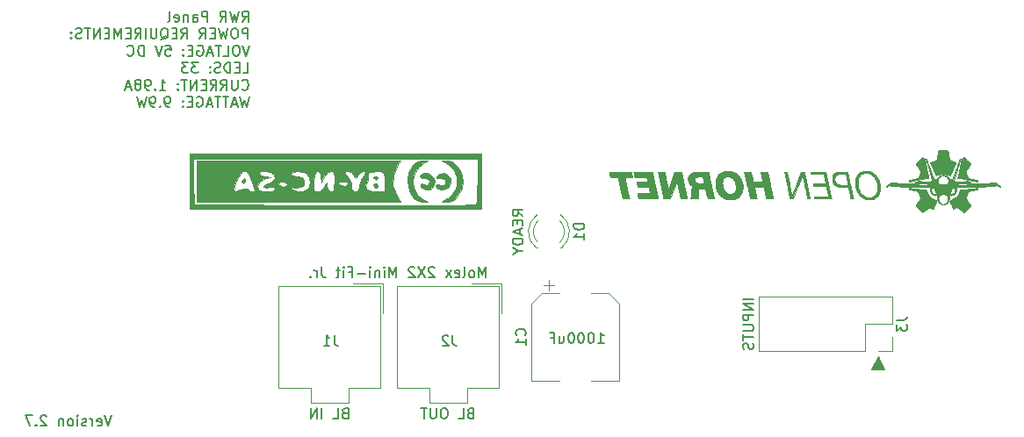
<source format=gbr>
G04 #@! TF.GenerationSoftware,KiCad,Pcbnew,(5.1.12-1-10_14)*
G04 #@! TF.CreationDate,2021-11-28T13:27:24+11:00*
G04 #@! TF.ProjectId,RWR_Control_Panel_V2,5257525f-436f-46e7-9472-6f6c5f50616e,-*
G04 #@! TF.SameCoordinates,Original*
G04 #@! TF.FileFunction,Legend,Bot*
G04 #@! TF.FilePolarity,Positive*
%FSLAX46Y46*%
G04 Gerber Fmt 4.6, Leading zero omitted, Abs format (unit mm)*
G04 Created by KiCad (PCBNEW (5.1.12-1-10_14)) date 2021-11-28 13:27:24*
%MOMM*%
%LPD*%
G01*
G04 APERTURE LIST*
%ADD10C,0.150000*%
%ADD11C,0.100000*%
%ADD12C,0.010000*%
%ADD13C,0.120000*%
G04 APERTURE END LIST*
D10*
X149800012Y-85857941D02*
X149800012Y-84857941D01*
X149419060Y-84857941D01*
X149323822Y-84905561D01*
X149276203Y-84953180D01*
X149228584Y-85048418D01*
X149228584Y-85191275D01*
X149276203Y-85286513D01*
X149323822Y-85334132D01*
X149419060Y-85381751D01*
X149800012Y-85381751D01*
X148609536Y-84857941D02*
X148419060Y-84857941D01*
X148323822Y-84905561D01*
X148228584Y-85000799D01*
X148180965Y-85191275D01*
X148180965Y-85524608D01*
X148228584Y-85715084D01*
X148323822Y-85810322D01*
X148419060Y-85857941D01*
X148609536Y-85857941D01*
X148704774Y-85810322D01*
X148800012Y-85715084D01*
X148847631Y-85524608D01*
X148847631Y-85191275D01*
X148800012Y-85000799D01*
X148704774Y-84905561D01*
X148609536Y-84857941D01*
X147847631Y-84857941D02*
X147609536Y-85857941D01*
X147419060Y-85143656D01*
X147228584Y-85857941D01*
X146990488Y-84857941D01*
X146609536Y-85334132D02*
X146276203Y-85334132D01*
X146133346Y-85857941D02*
X146609536Y-85857941D01*
X146609536Y-84857941D01*
X146133346Y-84857941D01*
X145133346Y-85857941D02*
X145466679Y-85381751D01*
X145704774Y-85857941D02*
X145704774Y-84857941D01*
X145323822Y-84857941D01*
X145228584Y-84905561D01*
X145180965Y-84953180D01*
X145133346Y-85048418D01*
X145133346Y-85191275D01*
X145180965Y-85286513D01*
X145228584Y-85334132D01*
X145323822Y-85381751D01*
X145704774Y-85381751D01*
X143371441Y-85857941D02*
X143704774Y-85381751D01*
X143942869Y-85857941D02*
X143942869Y-84857941D01*
X143561917Y-84857941D01*
X143466679Y-84905561D01*
X143419060Y-84953180D01*
X143371441Y-85048418D01*
X143371441Y-85191275D01*
X143419060Y-85286513D01*
X143466679Y-85334132D01*
X143561917Y-85381751D01*
X143942869Y-85381751D01*
X142942869Y-85334132D02*
X142609536Y-85334132D01*
X142466679Y-85857941D02*
X142942869Y-85857941D01*
X142942869Y-84857941D01*
X142466679Y-84857941D01*
X141371441Y-85953180D02*
X141466679Y-85905561D01*
X141561917Y-85810322D01*
X141704774Y-85667465D01*
X141800012Y-85619846D01*
X141895250Y-85619846D01*
X141847631Y-85857941D02*
X141942869Y-85810322D01*
X142038108Y-85715084D01*
X142085727Y-85524608D01*
X142085727Y-85191275D01*
X142038108Y-85000799D01*
X141942869Y-84905561D01*
X141847631Y-84857941D01*
X141657155Y-84857941D01*
X141561917Y-84905561D01*
X141466679Y-85000799D01*
X141419060Y-85191275D01*
X141419060Y-85524608D01*
X141466679Y-85715084D01*
X141561917Y-85810322D01*
X141657155Y-85857941D01*
X141847631Y-85857941D01*
X140990488Y-84857941D02*
X140990488Y-85667465D01*
X140942869Y-85762703D01*
X140895250Y-85810322D01*
X140800012Y-85857941D01*
X140609536Y-85857941D01*
X140514298Y-85810322D01*
X140466679Y-85762703D01*
X140419060Y-85667465D01*
X140419060Y-84857941D01*
X139942869Y-85857941D02*
X139942869Y-84857941D01*
X138895250Y-85857941D02*
X139228584Y-85381751D01*
X139466679Y-85857941D02*
X139466679Y-84857941D01*
X139085727Y-84857941D01*
X138990488Y-84905561D01*
X138942869Y-84953180D01*
X138895250Y-85048418D01*
X138895250Y-85191275D01*
X138942869Y-85286513D01*
X138990488Y-85334132D01*
X139085727Y-85381751D01*
X139466679Y-85381751D01*
X138466679Y-85334132D02*
X138133346Y-85334132D01*
X137990488Y-85857941D02*
X138466679Y-85857941D01*
X138466679Y-84857941D01*
X137990488Y-84857941D01*
X137561917Y-85857941D02*
X137561917Y-84857941D01*
X137228584Y-85572227D01*
X136895250Y-84857941D01*
X136895250Y-85857941D01*
X136419060Y-85334132D02*
X136085727Y-85334132D01*
X135942869Y-85857941D02*
X136419060Y-85857941D01*
X136419060Y-84857941D01*
X135942869Y-84857941D01*
X135514298Y-85857941D02*
X135514298Y-84857941D01*
X134942869Y-85857941D01*
X134942869Y-84857941D01*
X134609536Y-84857941D02*
X134038108Y-84857941D01*
X134323822Y-85857941D02*
X134323822Y-84857941D01*
X133752393Y-85810322D02*
X133609536Y-85857941D01*
X133371441Y-85857941D01*
X133276203Y-85810322D01*
X133228584Y-85762703D01*
X133180965Y-85667465D01*
X133180965Y-85572227D01*
X133228584Y-85476989D01*
X133276203Y-85429370D01*
X133371441Y-85381751D01*
X133561917Y-85334132D01*
X133657155Y-85286513D01*
X133704774Y-85238894D01*
X133752393Y-85143656D01*
X133752393Y-85048418D01*
X133704774Y-84953180D01*
X133657155Y-84905561D01*
X133561917Y-84857941D01*
X133323822Y-84857941D01*
X133180965Y-84905561D01*
X132752393Y-85762703D02*
X132704774Y-85810322D01*
X132752393Y-85857941D01*
X132800012Y-85810322D01*
X132752393Y-85762703D01*
X132752393Y-85857941D01*
X132752393Y-85238894D02*
X132704774Y-85286513D01*
X132752393Y-85334132D01*
X132800012Y-85286513D01*
X132752393Y-85238894D01*
X132752393Y-85334132D01*
X149942869Y-86507941D02*
X149609536Y-87507941D01*
X149276203Y-86507941D01*
X148752393Y-86507941D02*
X148561917Y-86507941D01*
X148466679Y-86555561D01*
X148371441Y-86650799D01*
X148323822Y-86841275D01*
X148323822Y-87174608D01*
X148371441Y-87365084D01*
X148466679Y-87460322D01*
X148561917Y-87507941D01*
X148752393Y-87507941D01*
X148847631Y-87460322D01*
X148942869Y-87365084D01*
X148990488Y-87174608D01*
X148990488Y-86841275D01*
X148942869Y-86650799D01*
X148847631Y-86555561D01*
X148752393Y-86507941D01*
X147419060Y-87507941D02*
X147895250Y-87507941D01*
X147895250Y-86507941D01*
X147228584Y-86507941D02*
X146657155Y-86507941D01*
X146942869Y-87507941D02*
X146942869Y-86507941D01*
X146371441Y-87222227D02*
X145895250Y-87222227D01*
X146466679Y-87507941D02*
X146133346Y-86507941D01*
X145800012Y-87507941D01*
X144942869Y-86555561D02*
X145038108Y-86507941D01*
X145180965Y-86507941D01*
X145323822Y-86555561D01*
X145419060Y-86650799D01*
X145466679Y-86746037D01*
X145514298Y-86936513D01*
X145514298Y-87079370D01*
X145466679Y-87269846D01*
X145419060Y-87365084D01*
X145323822Y-87460322D01*
X145180965Y-87507941D01*
X145085727Y-87507941D01*
X144942869Y-87460322D01*
X144895250Y-87412703D01*
X144895250Y-87079370D01*
X145085727Y-87079370D01*
X144466679Y-86984132D02*
X144133346Y-86984132D01*
X143990488Y-87507941D02*
X144466679Y-87507941D01*
X144466679Y-86507941D01*
X143990488Y-86507941D01*
X143561917Y-87412703D02*
X143514298Y-87460322D01*
X143561917Y-87507941D01*
X143609536Y-87460322D01*
X143561917Y-87412703D01*
X143561917Y-87507941D01*
X143561917Y-86888894D02*
X143514298Y-86936513D01*
X143561917Y-86984132D01*
X143609536Y-86936513D01*
X143561917Y-86888894D01*
X143561917Y-86984132D01*
X141847631Y-86507941D02*
X142323822Y-86507941D01*
X142371441Y-86984132D01*
X142323822Y-86936513D01*
X142228584Y-86888894D01*
X141990488Y-86888894D01*
X141895250Y-86936513D01*
X141847631Y-86984132D01*
X141800012Y-87079370D01*
X141800012Y-87317465D01*
X141847631Y-87412703D01*
X141895250Y-87460322D01*
X141990488Y-87507941D01*
X142228584Y-87507941D01*
X142323822Y-87460322D01*
X142371441Y-87412703D01*
X141514298Y-86507941D02*
X141180965Y-87507941D01*
X140847631Y-86507941D01*
X139752393Y-87507941D02*
X139752393Y-86507941D01*
X139514298Y-86507941D01*
X139371441Y-86555561D01*
X139276203Y-86650799D01*
X139228584Y-86746037D01*
X139180965Y-86936513D01*
X139180965Y-87079370D01*
X139228584Y-87269846D01*
X139276203Y-87365084D01*
X139371441Y-87460322D01*
X139514298Y-87507941D01*
X139752393Y-87507941D01*
X138180965Y-87412703D02*
X138228584Y-87460322D01*
X138371441Y-87507941D01*
X138466679Y-87507941D01*
X138609536Y-87460322D01*
X138704774Y-87365084D01*
X138752393Y-87269846D01*
X138800012Y-87079370D01*
X138800012Y-86936513D01*
X138752393Y-86746037D01*
X138704774Y-86650799D01*
X138609536Y-86555561D01*
X138466679Y-86507941D01*
X138371441Y-86507941D01*
X138228584Y-86555561D01*
X138180965Y-86603180D01*
X149323822Y-89157941D02*
X149800012Y-89157941D01*
X149800012Y-88157941D01*
X148990488Y-88634132D02*
X148657155Y-88634132D01*
X148514298Y-89157941D02*
X148990488Y-89157941D01*
X148990488Y-88157941D01*
X148514298Y-88157941D01*
X148085727Y-89157941D02*
X148085727Y-88157941D01*
X147847631Y-88157941D01*
X147704774Y-88205561D01*
X147609536Y-88300799D01*
X147561917Y-88396037D01*
X147514298Y-88586513D01*
X147514298Y-88729370D01*
X147561917Y-88919846D01*
X147609536Y-89015084D01*
X147704774Y-89110322D01*
X147847631Y-89157941D01*
X148085727Y-89157941D01*
X147133346Y-89110322D02*
X146990488Y-89157941D01*
X146752393Y-89157941D01*
X146657155Y-89110322D01*
X146609536Y-89062703D01*
X146561917Y-88967465D01*
X146561917Y-88872227D01*
X146609536Y-88776989D01*
X146657155Y-88729370D01*
X146752393Y-88681751D01*
X146942869Y-88634132D01*
X147038108Y-88586513D01*
X147085727Y-88538894D01*
X147133346Y-88443656D01*
X147133346Y-88348418D01*
X147085727Y-88253180D01*
X147038108Y-88205561D01*
X146942869Y-88157941D01*
X146704774Y-88157941D01*
X146561917Y-88205561D01*
X146133346Y-89062703D02*
X146085727Y-89110322D01*
X146133346Y-89157941D01*
X146180965Y-89110322D01*
X146133346Y-89062703D01*
X146133346Y-89157941D01*
X146133346Y-88538894D02*
X146085727Y-88586513D01*
X146133346Y-88634132D01*
X146180965Y-88586513D01*
X146133346Y-88538894D01*
X146133346Y-88634132D01*
X144990488Y-88157941D02*
X144371441Y-88157941D01*
X144704774Y-88538894D01*
X144561917Y-88538894D01*
X144466679Y-88586513D01*
X144419060Y-88634132D01*
X144371441Y-88729370D01*
X144371441Y-88967465D01*
X144419060Y-89062703D01*
X144466679Y-89110322D01*
X144561917Y-89157941D01*
X144847631Y-89157941D01*
X144942869Y-89110322D01*
X144990488Y-89062703D01*
X144038108Y-88157941D02*
X143419060Y-88157941D01*
X143752393Y-88538894D01*
X143609536Y-88538894D01*
X143514298Y-88586513D01*
X143466679Y-88634132D01*
X143419060Y-88729370D01*
X143419060Y-88967465D01*
X143466679Y-89062703D01*
X143514298Y-89110322D01*
X143609536Y-89157941D01*
X143895250Y-89157941D01*
X143990488Y-89110322D01*
X144038108Y-89062703D01*
X149228584Y-90712703D02*
X149276203Y-90760322D01*
X149419060Y-90807941D01*
X149514298Y-90807941D01*
X149657155Y-90760322D01*
X149752393Y-90665084D01*
X149800012Y-90569846D01*
X149847631Y-90379370D01*
X149847631Y-90236513D01*
X149800012Y-90046037D01*
X149752393Y-89950799D01*
X149657155Y-89855561D01*
X149514298Y-89807941D01*
X149419060Y-89807941D01*
X149276203Y-89855561D01*
X149228584Y-89903180D01*
X148800012Y-89807941D02*
X148800012Y-90617465D01*
X148752393Y-90712703D01*
X148704774Y-90760322D01*
X148609536Y-90807941D01*
X148419060Y-90807941D01*
X148323822Y-90760322D01*
X148276203Y-90712703D01*
X148228584Y-90617465D01*
X148228584Y-89807941D01*
X147180965Y-90807941D02*
X147514298Y-90331751D01*
X147752393Y-90807941D02*
X147752393Y-89807941D01*
X147371441Y-89807941D01*
X147276203Y-89855561D01*
X147228584Y-89903180D01*
X147180965Y-89998418D01*
X147180965Y-90141275D01*
X147228584Y-90236513D01*
X147276203Y-90284132D01*
X147371441Y-90331751D01*
X147752393Y-90331751D01*
X146180965Y-90807941D02*
X146514298Y-90331751D01*
X146752393Y-90807941D02*
X146752393Y-89807941D01*
X146371441Y-89807941D01*
X146276203Y-89855561D01*
X146228584Y-89903180D01*
X146180965Y-89998418D01*
X146180965Y-90141275D01*
X146228584Y-90236513D01*
X146276203Y-90284132D01*
X146371441Y-90331751D01*
X146752393Y-90331751D01*
X145752393Y-90284132D02*
X145419060Y-90284132D01*
X145276203Y-90807941D02*
X145752393Y-90807941D01*
X145752393Y-89807941D01*
X145276203Y-89807941D01*
X144847631Y-90807941D02*
X144847631Y-89807941D01*
X144276203Y-90807941D01*
X144276203Y-89807941D01*
X143942869Y-89807941D02*
X143371441Y-89807941D01*
X143657155Y-90807941D02*
X143657155Y-89807941D01*
X143038108Y-90712703D02*
X142990488Y-90760322D01*
X143038108Y-90807941D01*
X143085727Y-90760322D01*
X143038108Y-90712703D01*
X143038108Y-90807941D01*
X143038108Y-90188894D02*
X142990488Y-90236513D01*
X143038108Y-90284132D01*
X143085727Y-90236513D01*
X143038108Y-90188894D01*
X143038108Y-90284132D01*
X141276203Y-90807941D02*
X141847631Y-90807941D01*
X141561917Y-90807941D02*
X141561917Y-89807941D01*
X141657155Y-89950799D01*
X141752393Y-90046037D01*
X141847631Y-90093656D01*
X140847631Y-90712703D02*
X140800012Y-90760322D01*
X140847631Y-90807941D01*
X140895250Y-90760322D01*
X140847631Y-90712703D01*
X140847631Y-90807941D01*
X140323822Y-90807941D02*
X140133346Y-90807941D01*
X140038108Y-90760322D01*
X139990488Y-90712703D01*
X139895250Y-90569846D01*
X139847631Y-90379370D01*
X139847631Y-89998418D01*
X139895250Y-89903180D01*
X139942869Y-89855561D01*
X140038108Y-89807941D01*
X140228584Y-89807941D01*
X140323822Y-89855561D01*
X140371441Y-89903180D01*
X140419060Y-89998418D01*
X140419060Y-90236513D01*
X140371441Y-90331751D01*
X140323822Y-90379370D01*
X140228584Y-90426989D01*
X140038108Y-90426989D01*
X139942869Y-90379370D01*
X139895250Y-90331751D01*
X139847631Y-90236513D01*
X139276203Y-90236513D02*
X139371441Y-90188894D01*
X139419060Y-90141275D01*
X139466679Y-90046037D01*
X139466679Y-89998418D01*
X139419060Y-89903180D01*
X139371441Y-89855561D01*
X139276203Y-89807941D01*
X139085727Y-89807941D01*
X138990488Y-89855561D01*
X138942869Y-89903180D01*
X138895250Y-89998418D01*
X138895250Y-90046037D01*
X138942869Y-90141275D01*
X138990488Y-90188894D01*
X139085727Y-90236513D01*
X139276203Y-90236513D01*
X139371441Y-90284132D01*
X139419060Y-90331751D01*
X139466679Y-90426989D01*
X139466679Y-90617465D01*
X139419060Y-90712703D01*
X139371441Y-90760322D01*
X139276203Y-90807941D01*
X139085727Y-90807941D01*
X138990488Y-90760322D01*
X138942869Y-90712703D01*
X138895250Y-90617465D01*
X138895250Y-90426989D01*
X138942869Y-90331751D01*
X138990488Y-90284132D01*
X139085727Y-90236513D01*
X138514298Y-90522227D02*
X138038108Y-90522227D01*
X138609536Y-90807941D02*
X138276203Y-89807941D01*
X137942869Y-90807941D01*
X149895250Y-91457941D02*
X149657155Y-92457941D01*
X149466679Y-91743656D01*
X149276203Y-92457941D01*
X149038108Y-91457941D01*
X148704774Y-92172227D02*
X148228584Y-92172227D01*
X148800012Y-92457941D02*
X148466679Y-91457941D01*
X148133346Y-92457941D01*
X147942869Y-91457941D02*
X147371441Y-91457941D01*
X147657155Y-92457941D02*
X147657155Y-91457941D01*
X147180965Y-91457941D02*
X146609536Y-91457941D01*
X146895250Y-92457941D02*
X146895250Y-91457941D01*
X146323822Y-92172227D02*
X145847631Y-92172227D01*
X146419060Y-92457941D02*
X146085727Y-91457941D01*
X145752393Y-92457941D01*
X144895250Y-91505561D02*
X144990488Y-91457941D01*
X145133346Y-91457941D01*
X145276203Y-91505561D01*
X145371441Y-91600799D01*
X145419060Y-91696037D01*
X145466679Y-91886513D01*
X145466679Y-92029370D01*
X145419060Y-92219846D01*
X145371441Y-92315084D01*
X145276203Y-92410322D01*
X145133346Y-92457941D01*
X145038108Y-92457941D01*
X144895250Y-92410322D01*
X144847631Y-92362703D01*
X144847631Y-92029370D01*
X145038108Y-92029370D01*
X144419060Y-91934132D02*
X144085727Y-91934132D01*
X143942869Y-92457941D02*
X144419060Y-92457941D01*
X144419060Y-91457941D01*
X143942869Y-91457941D01*
X143514298Y-92362703D02*
X143466679Y-92410322D01*
X143514298Y-92457941D01*
X143561917Y-92410322D01*
X143514298Y-92362703D01*
X143514298Y-92457941D01*
X143514298Y-91838894D02*
X143466679Y-91886513D01*
X143514298Y-91934132D01*
X143561917Y-91886513D01*
X143514298Y-91838894D01*
X143514298Y-91934132D01*
X142228584Y-92457941D02*
X142038108Y-92457941D01*
X141942869Y-92410322D01*
X141895250Y-92362703D01*
X141800012Y-92219846D01*
X141752393Y-92029370D01*
X141752393Y-91648418D01*
X141800012Y-91553180D01*
X141847631Y-91505561D01*
X141942869Y-91457941D01*
X142133346Y-91457941D01*
X142228584Y-91505561D01*
X142276203Y-91553180D01*
X142323822Y-91648418D01*
X142323822Y-91886513D01*
X142276203Y-91981751D01*
X142228584Y-92029370D01*
X142133346Y-92076989D01*
X141942869Y-92076989D01*
X141847631Y-92029370D01*
X141800012Y-91981751D01*
X141752393Y-91886513D01*
X141323822Y-92362703D02*
X141276203Y-92410322D01*
X141323822Y-92457941D01*
X141371441Y-92410322D01*
X141323822Y-92362703D01*
X141323822Y-92457941D01*
X140800012Y-92457941D02*
X140609536Y-92457941D01*
X140514298Y-92410322D01*
X140466679Y-92362703D01*
X140371441Y-92219846D01*
X140323822Y-92029370D01*
X140323822Y-91648418D01*
X140371441Y-91553180D01*
X140419060Y-91505561D01*
X140514298Y-91457941D01*
X140704774Y-91457941D01*
X140800012Y-91505561D01*
X140847631Y-91553180D01*
X140895250Y-91648418D01*
X140895250Y-91886513D01*
X140847631Y-91981751D01*
X140800012Y-92029370D01*
X140704774Y-92076989D01*
X140514298Y-92076989D01*
X140419060Y-92029370D01*
X140371441Y-91981751D01*
X140323822Y-91886513D01*
X139990488Y-91457941D02*
X139752393Y-92457941D01*
X139561917Y-91743656D01*
X139371441Y-92457941D01*
X139133346Y-91457941D01*
X149243703Y-84217941D02*
X149577036Y-83741751D01*
X149815131Y-84217941D02*
X149815131Y-83217941D01*
X149434179Y-83217941D01*
X149338941Y-83265561D01*
X149291322Y-83313180D01*
X149243703Y-83408418D01*
X149243703Y-83551275D01*
X149291322Y-83646513D01*
X149338941Y-83694132D01*
X149434179Y-83741751D01*
X149815131Y-83741751D01*
X148910369Y-83217941D02*
X148672274Y-84217941D01*
X148481798Y-83503656D01*
X148291322Y-84217941D01*
X148053227Y-83217941D01*
X147100846Y-84217941D02*
X147434179Y-83741751D01*
X147672274Y-84217941D02*
X147672274Y-83217941D01*
X147291322Y-83217941D01*
X147196084Y-83265561D01*
X147148465Y-83313180D01*
X147100846Y-83408418D01*
X147100846Y-83551275D01*
X147148465Y-83646513D01*
X147196084Y-83694132D01*
X147291322Y-83741751D01*
X147672274Y-83741751D01*
X145910369Y-84217941D02*
X145910369Y-83217941D01*
X145529417Y-83217941D01*
X145434179Y-83265561D01*
X145386560Y-83313180D01*
X145338941Y-83408418D01*
X145338941Y-83551275D01*
X145386560Y-83646513D01*
X145434179Y-83694132D01*
X145529417Y-83741751D01*
X145910369Y-83741751D01*
X144481798Y-84217941D02*
X144481798Y-83694132D01*
X144529417Y-83598894D01*
X144624655Y-83551275D01*
X144815131Y-83551275D01*
X144910369Y-83598894D01*
X144481798Y-84170322D02*
X144577036Y-84217941D01*
X144815131Y-84217941D01*
X144910369Y-84170322D01*
X144957988Y-84075084D01*
X144957988Y-83979846D01*
X144910369Y-83884608D01*
X144815131Y-83836989D01*
X144577036Y-83836989D01*
X144481798Y-83789370D01*
X144005608Y-83551275D02*
X144005608Y-84217941D01*
X144005608Y-83646513D02*
X143957988Y-83598894D01*
X143862750Y-83551275D01*
X143719893Y-83551275D01*
X143624655Y-83598894D01*
X143577036Y-83694132D01*
X143577036Y-84217941D01*
X142719893Y-84170322D02*
X142815131Y-84217941D01*
X143005608Y-84217941D01*
X143100846Y-84170322D01*
X143148465Y-84075084D01*
X143148465Y-83694132D01*
X143100846Y-83598894D01*
X143005608Y-83551275D01*
X142815131Y-83551275D01*
X142719893Y-83598894D01*
X142672274Y-83694132D01*
X142672274Y-83789370D01*
X143148465Y-83884608D01*
X142100846Y-84217941D02*
X142196084Y-84170322D01*
X142243703Y-84075084D01*
X142243703Y-83217941D01*
X172717988Y-108897941D02*
X172717988Y-107897941D01*
X172384655Y-108612227D01*
X172051322Y-107897941D01*
X172051322Y-108897941D01*
X171432274Y-108897941D02*
X171527512Y-108850322D01*
X171575131Y-108802703D01*
X171622750Y-108707465D01*
X171622750Y-108421751D01*
X171575131Y-108326513D01*
X171527512Y-108278894D01*
X171432274Y-108231275D01*
X171289417Y-108231275D01*
X171194179Y-108278894D01*
X171146560Y-108326513D01*
X171098941Y-108421751D01*
X171098941Y-108707465D01*
X171146560Y-108802703D01*
X171194179Y-108850322D01*
X171289417Y-108897941D01*
X171432274Y-108897941D01*
X170527512Y-108897941D02*
X170622750Y-108850322D01*
X170670369Y-108755084D01*
X170670369Y-107897941D01*
X169765608Y-108850322D02*
X169860846Y-108897941D01*
X170051322Y-108897941D01*
X170146560Y-108850322D01*
X170194179Y-108755084D01*
X170194179Y-108374132D01*
X170146560Y-108278894D01*
X170051322Y-108231275D01*
X169860846Y-108231275D01*
X169765608Y-108278894D01*
X169717988Y-108374132D01*
X169717988Y-108469370D01*
X170194179Y-108564608D01*
X169384655Y-108897941D02*
X168860846Y-108231275D01*
X169384655Y-108231275D02*
X168860846Y-108897941D01*
X167765608Y-107993180D02*
X167717988Y-107945561D01*
X167622750Y-107897941D01*
X167384655Y-107897941D01*
X167289417Y-107945561D01*
X167241798Y-107993180D01*
X167194179Y-108088418D01*
X167194179Y-108183656D01*
X167241798Y-108326513D01*
X167813227Y-108897941D01*
X167194179Y-108897941D01*
X166860846Y-107897941D02*
X166194179Y-108897941D01*
X166194179Y-107897941D02*
X166860846Y-108897941D01*
X165860846Y-107993180D02*
X165813227Y-107945561D01*
X165717988Y-107897941D01*
X165479893Y-107897941D01*
X165384655Y-107945561D01*
X165337036Y-107993180D01*
X165289417Y-108088418D01*
X165289417Y-108183656D01*
X165337036Y-108326513D01*
X165908465Y-108897941D01*
X165289417Y-108897941D01*
X164098941Y-108897941D02*
X164098941Y-107897941D01*
X163765608Y-108612227D01*
X163432274Y-107897941D01*
X163432274Y-108897941D01*
X162956084Y-108897941D02*
X162956084Y-108231275D01*
X162956084Y-107897941D02*
X163003703Y-107945561D01*
X162956084Y-107993180D01*
X162908465Y-107945561D01*
X162956084Y-107897941D01*
X162956084Y-107993180D01*
X162479893Y-108231275D02*
X162479893Y-108897941D01*
X162479893Y-108326513D02*
X162432274Y-108278894D01*
X162337036Y-108231275D01*
X162194179Y-108231275D01*
X162098941Y-108278894D01*
X162051322Y-108374132D01*
X162051322Y-108897941D01*
X161575131Y-108897941D02*
X161575131Y-108231275D01*
X161575131Y-107897941D02*
X161622750Y-107945561D01*
X161575131Y-107993180D01*
X161527512Y-107945561D01*
X161575131Y-107897941D01*
X161575131Y-107993180D01*
X161098941Y-108516989D02*
X160337036Y-108516989D01*
X159527512Y-108374132D02*
X159860846Y-108374132D01*
X159860846Y-108897941D02*
X159860846Y-107897941D01*
X159384655Y-107897941D01*
X159003703Y-108897941D02*
X159003703Y-108231275D01*
X159003703Y-107897941D02*
X159051322Y-107945561D01*
X159003703Y-107993180D01*
X158956084Y-107945561D01*
X159003703Y-107897941D01*
X159003703Y-107993180D01*
X158670369Y-108231275D02*
X158289417Y-108231275D01*
X158527512Y-107897941D02*
X158527512Y-108755084D01*
X158479893Y-108850322D01*
X158384655Y-108897941D01*
X158289417Y-108897941D01*
X156908465Y-107897941D02*
X156908465Y-108612227D01*
X156956084Y-108755084D01*
X157051322Y-108850322D01*
X157194179Y-108897941D01*
X157289417Y-108897941D01*
X156432274Y-108897941D02*
X156432274Y-108231275D01*
X156432274Y-108421751D02*
X156384655Y-108326513D01*
X156337036Y-108278894D01*
X156241798Y-108231275D01*
X156146560Y-108231275D01*
X155813227Y-108802703D02*
X155765608Y-108850322D01*
X155813227Y-108897941D01*
X155860846Y-108850322D01*
X155813227Y-108802703D01*
X155813227Y-108897941D01*
X183529417Y-115217941D02*
X184100846Y-115217941D01*
X183815131Y-115217941D02*
X183815131Y-114217941D01*
X183910369Y-114360799D01*
X184005608Y-114456037D01*
X184100846Y-114503656D01*
X182910369Y-114217941D02*
X182815131Y-114217941D01*
X182719893Y-114265561D01*
X182672274Y-114313180D01*
X182624655Y-114408418D01*
X182577036Y-114598894D01*
X182577036Y-114836989D01*
X182624655Y-115027465D01*
X182672274Y-115122703D01*
X182719893Y-115170322D01*
X182815131Y-115217941D01*
X182910369Y-115217941D01*
X183005608Y-115170322D01*
X183053227Y-115122703D01*
X183100846Y-115027465D01*
X183148465Y-114836989D01*
X183148465Y-114598894D01*
X183100846Y-114408418D01*
X183053227Y-114313180D01*
X183005608Y-114265561D01*
X182910369Y-114217941D01*
X181957988Y-114217941D02*
X181862750Y-114217941D01*
X181767512Y-114265561D01*
X181719893Y-114313180D01*
X181672274Y-114408418D01*
X181624655Y-114598894D01*
X181624655Y-114836989D01*
X181672274Y-115027465D01*
X181719893Y-115122703D01*
X181767512Y-115170322D01*
X181862750Y-115217941D01*
X181957988Y-115217941D01*
X182053227Y-115170322D01*
X182100846Y-115122703D01*
X182148465Y-115027465D01*
X182196084Y-114836989D01*
X182196084Y-114598894D01*
X182148465Y-114408418D01*
X182100846Y-114313180D01*
X182053227Y-114265561D01*
X181957988Y-114217941D01*
X181005608Y-114217941D02*
X180910369Y-114217941D01*
X180815131Y-114265561D01*
X180767512Y-114313180D01*
X180719893Y-114408418D01*
X180672274Y-114598894D01*
X180672274Y-114836989D01*
X180719893Y-115027465D01*
X180767512Y-115122703D01*
X180815131Y-115170322D01*
X180910369Y-115217941D01*
X181005608Y-115217941D01*
X181100846Y-115170322D01*
X181148465Y-115122703D01*
X181196084Y-115027465D01*
X181243703Y-114836989D01*
X181243703Y-114598894D01*
X181196084Y-114408418D01*
X181148465Y-114313180D01*
X181100846Y-114265561D01*
X181005608Y-114217941D01*
X179815131Y-114551275D02*
X179815131Y-115217941D01*
X180243703Y-114551275D02*
X180243703Y-115075084D01*
X180196084Y-115170322D01*
X180100846Y-115217941D01*
X179957988Y-115217941D01*
X179862750Y-115170322D01*
X179815131Y-115122703D01*
X179005608Y-114694132D02*
X179338941Y-114694132D01*
X179338941Y-115217941D02*
X179338941Y-114217941D01*
X178862750Y-114217941D01*
D11*
G36*
X211190608Y-117810561D02*
G01*
X209920608Y-117810561D01*
X210555608Y-116540561D01*
X211190608Y-117810561D01*
G37*
X211190608Y-117810561D02*
X209920608Y-117810561D01*
X210555608Y-116540561D01*
X211190608Y-117810561D01*
D10*
X136650156Y-122212315D02*
X136316822Y-123212315D01*
X135983489Y-122212315D01*
X135269203Y-123164696D02*
X135364441Y-123212315D01*
X135554918Y-123212315D01*
X135650156Y-123164696D01*
X135697775Y-123069458D01*
X135697775Y-122688506D01*
X135650156Y-122593268D01*
X135554918Y-122545649D01*
X135364441Y-122545649D01*
X135269203Y-122593268D01*
X135221584Y-122688506D01*
X135221584Y-122783744D01*
X135697775Y-122878982D01*
X134793013Y-123212315D02*
X134793013Y-122545649D01*
X134793013Y-122736125D02*
X134745394Y-122640887D01*
X134697775Y-122593268D01*
X134602537Y-122545649D01*
X134507299Y-122545649D01*
X134221584Y-123164696D02*
X134126346Y-123212315D01*
X133935870Y-123212315D01*
X133840632Y-123164696D01*
X133793013Y-123069458D01*
X133793013Y-123021839D01*
X133840632Y-122926601D01*
X133935870Y-122878982D01*
X134078727Y-122878982D01*
X134173965Y-122831363D01*
X134221584Y-122736125D01*
X134221584Y-122688506D01*
X134173965Y-122593268D01*
X134078727Y-122545649D01*
X133935870Y-122545649D01*
X133840632Y-122593268D01*
X133364441Y-123212315D02*
X133364441Y-122545649D01*
X133364441Y-122212315D02*
X133412060Y-122259935D01*
X133364441Y-122307554D01*
X133316822Y-122259935D01*
X133364441Y-122212315D01*
X133364441Y-122307554D01*
X132745394Y-123212315D02*
X132840632Y-123164696D01*
X132888251Y-123117077D01*
X132935870Y-123021839D01*
X132935870Y-122736125D01*
X132888251Y-122640887D01*
X132840632Y-122593268D01*
X132745394Y-122545649D01*
X132602537Y-122545649D01*
X132507299Y-122593268D01*
X132459680Y-122640887D01*
X132412060Y-122736125D01*
X132412060Y-123021839D01*
X132459680Y-123117077D01*
X132507299Y-123164696D01*
X132602537Y-123212315D01*
X132745394Y-123212315D01*
X131983489Y-122545649D02*
X131983489Y-123212315D01*
X131983489Y-122640887D02*
X131935870Y-122593268D01*
X131840632Y-122545649D01*
X131697775Y-122545649D01*
X131602537Y-122593268D01*
X131554918Y-122688506D01*
X131554918Y-123212315D01*
X130364441Y-122307554D02*
X130316822Y-122259935D01*
X130221584Y-122212315D01*
X129983489Y-122212315D01*
X129888251Y-122259935D01*
X129840632Y-122307554D01*
X129793013Y-122402792D01*
X129793013Y-122498030D01*
X129840632Y-122640887D01*
X130412060Y-123212315D01*
X129793013Y-123212315D01*
X129364441Y-123117077D02*
X129316822Y-123164696D01*
X129364441Y-123212315D01*
X129412060Y-123164696D01*
X129364441Y-123117077D01*
X129364441Y-123212315D01*
X128983489Y-122212315D02*
X128316822Y-122212315D01*
X128745394Y-123212315D01*
D12*
G36*
X144155807Y-102306952D02*
G01*
X172247198Y-102306952D01*
X172247198Y-97428806D01*
X171910774Y-97428806D01*
X171910774Y-99587526D01*
X171902414Y-100408146D01*
X171879570Y-101103642D01*
X171845593Y-101606688D01*
X171803837Y-101849962D01*
X171797644Y-101859375D01*
X171615748Y-101876420D01*
X171122801Y-101891639D01*
X170344169Y-101904902D01*
X169305220Y-101916079D01*
X168031322Y-101925041D01*
X166547843Y-101931657D01*
X164880150Y-101935797D01*
X163053610Y-101937330D01*
X161093592Y-101936128D01*
X159025463Y-101932059D01*
X158130425Y-101929464D01*
X144576337Y-101886422D01*
X144529401Y-99657614D01*
X144482466Y-97428806D01*
X171910774Y-97428806D01*
X172247198Y-97428806D01*
X172247198Y-96924171D01*
X144155807Y-96924171D01*
X144155807Y-102306952D01*
G37*
X144155807Y-102306952D02*
X172247198Y-102306952D01*
X172247198Y-97428806D01*
X171910774Y-97428806D01*
X171910774Y-99587526D01*
X171902414Y-100408146D01*
X171879570Y-101103642D01*
X171845593Y-101606688D01*
X171803837Y-101849962D01*
X171797644Y-101859375D01*
X171615748Y-101876420D01*
X171122801Y-101891639D01*
X170344169Y-101904902D01*
X169305220Y-101916079D01*
X168031322Y-101925041D01*
X166547843Y-101931657D01*
X164880150Y-101935797D01*
X163053610Y-101937330D01*
X161093592Y-101936128D01*
X159025463Y-101932059D01*
X158130425Y-101929464D01*
X144576337Y-101886422D01*
X144529401Y-99657614D01*
X144482466Y-97428806D01*
X171910774Y-97428806D01*
X172247198Y-97428806D01*
X172247198Y-96924171D01*
X144155807Y-96924171D01*
X144155807Y-102306952D01*
G36*
X169068348Y-97980979D02*
G01*
X169642465Y-98541559D01*
X169943725Y-99230674D01*
X169948097Y-99975211D01*
X169839381Y-100326779D01*
X169503190Y-100856433D01*
X169044957Y-101277236D01*
X169019240Y-101293368D01*
X168462429Y-101632847D01*
X168994165Y-101633475D01*
X169499147Y-101519907D01*
X169944309Y-101136849D01*
X169947133Y-101133498D01*
X170398285Y-100363842D01*
X170530151Y-99543594D01*
X170342730Y-98728167D01*
X169947133Y-98097624D01*
X169488543Y-97706302D01*
X169011342Y-97597018D01*
X168496784Y-97597018D01*
X169068348Y-97980979D01*
G37*
X169068348Y-97980979D02*
X169642465Y-98541559D01*
X169943725Y-99230674D01*
X169948097Y-99975211D01*
X169839381Y-100326779D01*
X169503190Y-100856433D01*
X169044957Y-101277236D01*
X169019240Y-101293368D01*
X168462429Y-101632847D01*
X168994165Y-101633475D01*
X169499147Y-101519907D01*
X169944309Y-101136849D01*
X169947133Y-101133498D01*
X170398285Y-100363842D01*
X170530151Y-99543594D01*
X170342730Y-98728167D01*
X169947133Y-98097624D01*
X169488543Y-97706302D01*
X169011342Y-97597018D01*
X168496784Y-97597018D01*
X169068348Y-97980979D01*
G36*
X166533362Y-97635611D02*
G01*
X165968684Y-97823461D01*
X165556072Y-98239605D01*
X165295527Y-98812898D01*
X165187047Y-99472192D01*
X165230633Y-100146341D01*
X165426284Y-100764197D01*
X165774002Y-101254614D01*
X166273786Y-101546444D01*
X166533362Y-101593006D01*
X167116734Y-101636014D01*
X166656266Y-101378477D01*
X166100265Y-100895964D01*
X165784558Y-100257888D01*
X165708726Y-99543713D01*
X165872346Y-98832903D01*
X166275000Y-98204922D01*
X166674808Y-97872303D01*
X167116734Y-97590098D01*
X166533362Y-97635611D01*
G37*
X166533362Y-97635611D02*
X165968684Y-97823461D01*
X165556072Y-98239605D01*
X165295527Y-98812898D01*
X165187047Y-99472192D01*
X165230633Y-100146341D01*
X165426284Y-100764197D01*
X165774002Y-101254614D01*
X166273786Y-101546444D01*
X166533362Y-101593006D01*
X167116734Y-101636014D01*
X166656266Y-101378477D01*
X166100265Y-100895964D01*
X165784558Y-100257888D01*
X165708726Y-99543713D01*
X165872346Y-98832903D01*
X166275000Y-98204922D01*
X166674808Y-97872303D01*
X167116734Y-97590098D01*
X166533362Y-97635611D01*
G36*
X144828655Y-101634104D02*
G01*
X164463692Y-101634104D01*
X164054825Y-100835098D01*
X163984276Y-100624833D01*
X163012331Y-100624833D01*
X162344846Y-100624833D01*
X161844307Y-100599930D01*
X161460232Y-100538457D01*
X161411286Y-100522730D01*
X161201495Y-100301405D01*
X161149923Y-99972938D01*
X161283511Y-99718339D01*
X161290864Y-99713609D01*
X161373433Y-99499544D01*
X161356843Y-99206801D01*
X161362809Y-98874782D01*
X161573984Y-98732449D01*
X161141470Y-98732449D01*
X161044534Y-98941238D01*
X160815803Y-99270141D01*
X160808787Y-99279137D01*
X160567436Y-99733458D01*
X160476103Y-100162250D01*
X160408097Y-100513065D01*
X160173680Y-100623921D01*
X160135939Y-100624833D01*
X159880076Y-100535224D01*
X159796857Y-100214133D01*
X159795775Y-100162250D01*
X159722386Y-99840185D01*
X159458923Y-99840185D01*
X159343855Y-100015151D01*
X159066862Y-100099426D01*
X158720643Y-100025874D01*
X158499446Y-99837823D01*
X158495031Y-99825826D01*
X158582649Y-99665745D01*
X158944438Y-99615561D01*
X158117396Y-99615561D01*
X158104509Y-100180530D01*
X158049458Y-100485827D01*
X157927655Y-100607744D01*
X157792145Y-100624833D01*
X157518664Y-100501228D01*
X157406283Y-100162250D01*
X157345671Y-99699667D01*
X157115791Y-100162250D01*
X156793868Y-100543013D01*
X156483988Y-100624833D01*
X156258871Y-100602678D01*
X156145050Y-100482600D01*
X156113252Y-100184180D01*
X156129295Y-99746923D01*
X155761684Y-99746923D01*
X155674435Y-100196539D01*
X155468059Y-100447472D01*
X155098703Y-100561678D01*
X154636406Y-100578745D01*
X154214951Y-100508877D01*
X153968124Y-100362279D01*
X153953637Y-100331964D01*
X153961533Y-100312120D01*
X152405514Y-100312120D01*
X152286050Y-100512691D01*
X152029719Y-100601109D01*
X151606500Y-100623353D01*
X151164041Y-100585918D01*
X150892889Y-100507678D01*
X150456310Y-100507678D01*
X150401579Y-100608098D01*
X150225595Y-100624824D01*
X150208981Y-100624833D01*
X149936978Y-100553927D01*
X149875012Y-100456621D01*
X149740173Y-100317266D01*
X149417175Y-100303216D01*
X149028298Y-100410124D01*
X148871108Y-100492306D01*
X148557641Y-100621884D01*
X148431862Y-100495135D01*
X148492097Y-100102990D01*
X148695075Y-99537500D01*
X148979116Y-98943748D01*
X149234104Y-98650803D01*
X149379986Y-98606290D01*
X149574018Y-98619640D01*
X149717030Y-98704336D01*
X149856916Y-98927342D01*
X150041573Y-99355624D01*
X150198279Y-99750393D01*
X150388855Y-100247223D01*
X150456310Y-100507678D01*
X150892889Y-100507678D01*
X150849991Y-100495300D01*
X150794269Y-100447060D01*
X150721641Y-100054207D01*
X150911137Y-99668976D01*
X151302474Y-99395099D01*
X151428790Y-99355190D01*
X151977661Y-99220104D01*
X151430972Y-99154857D01*
X151003878Y-99028709D01*
X150872463Y-98841512D01*
X151033572Y-98673911D01*
X151452429Y-98606290D01*
X151970221Y-98709954D01*
X152280251Y-98966088D01*
X152365472Y-99292407D01*
X152208838Y-99606623D01*
X151793302Y-99826451D01*
X151709217Y-99845873D01*
X151373014Y-99968231D01*
X151307863Y-100125030D01*
X151309679Y-100128069D01*
X151544869Y-100228625D01*
X151909569Y-100200786D01*
X152279920Y-100182226D01*
X152405514Y-100312120D01*
X153961533Y-100312120D01*
X154007217Y-100197314D01*
X154330107Y-100212490D01*
X154370586Y-100220305D01*
X154849887Y-100197376D01*
X155148067Y-99951095D01*
X155158536Y-99867879D01*
X153575674Y-99867879D01*
X153429447Y-100070812D01*
X153155145Y-100120197D01*
X152816922Y-100032461D01*
X152734615Y-99867879D01*
X152880842Y-99664946D01*
X153155145Y-99615561D01*
X153493367Y-99703297D01*
X153575674Y-99867879D01*
X155158536Y-99867879D01*
X155199287Y-99543968D01*
X155176250Y-99455421D01*
X155000723Y-99206300D01*
X154627461Y-99114819D01*
X154475487Y-99110925D01*
X154054899Y-99061639D01*
X153949780Y-98912049D01*
X153953088Y-98900661D01*
X154170255Y-98711687D01*
X154572597Y-98637312D01*
X155028102Y-98680003D01*
X155404759Y-98842225D01*
X155441740Y-98872847D01*
X155683356Y-99260094D01*
X155761684Y-99746923D01*
X156129295Y-99746923D01*
X156132512Y-99659249D01*
X156186913Y-99077274D01*
X156288185Y-98761160D01*
X156459123Y-98641205D01*
X156465916Y-98639841D01*
X156677999Y-98693912D01*
X156785725Y-99002405D01*
X156802757Y-99142843D01*
X156856640Y-99699667D01*
X157154914Y-99152978D01*
X157465404Y-98752752D01*
X157785292Y-98606290D01*
X157970930Y-98644293D01*
X158071242Y-98809439D01*
X158111468Y-99178435D01*
X158117396Y-99615561D01*
X158944438Y-99615561D01*
X159352107Y-99674198D01*
X159458923Y-99840185D01*
X159722386Y-99840185D01*
X159688303Y-99690617D01*
X159463092Y-99279137D01*
X159192734Y-98884256D01*
X159165709Y-98674883D01*
X159379371Y-98607015D01*
X159422629Y-98606290D01*
X159734067Y-98737666D01*
X159940375Y-98961424D01*
X160162160Y-99316559D01*
X160410906Y-98961424D01*
X160665860Y-98718047D01*
X160940762Y-98602545D01*
X161121331Y-98650735D01*
X161141470Y-98732449D01*
X161573984Y-98732449D01*
X161608101Y-98709454D01*
X161698716Y-98684209D01*
X162195130Y-98622057D01*
X162515850Y-98634401D01*
X162742405Y-98700873D01*
X162869515Y-98875078D01*
X162934115Y-99241748D01*
X162961883Y-99657614D01*
X163012331Y-100624833D01*
X163984276Y-100624833D01*
X163758354Y-99951495D01*
X163790614Y-99078235D01*
X164153068Y-98182800D01*
X164175842Y-98143707D01*
X164498103Y-97597018D01*
X144828655Y-97597018D01*
X144828655Y-101634104D01*
G37*
X144828655Y-101634104D02*
X164463692Y-101634104D01*
X164054825Y-100835098D01*
X163984276Y-100624833D01*
X163012331Y-100624833D01*
X162344846Y-100624833D01*
X161844307Y-100599930D01*
X161460232Y-100538457D01*
X161411286Y-100522730D01*
X161201495Y-100301405D01*
X161149923Y-99972938D01*
X161283511Y-99718339D01*
X161290864Y-99713609D01*
X161373433Y-99499544D01*
X161356843Y-99206801D01*
X161362809Y-98874782D01*
X161573984Y-98732449D01*
X161141470Y-98732449D01*
X161044534Y-98941238D01*
X160815803Y-99270141D01*
X160808787Y-99279137D01*
X160567436Y-99733458D01*
X160476103Y-100162250D01*
X160408097Y-100513065D01*
X160173680Y-100623921D01*
X160135939Y-100624833D01*
X159880076Y-100535224D01*
X159796857Y-100214133D01*
X159795775Y-100162250D01*
X159722386Y-99840185D01*
X159458923Y-99840185D01*
X159343855Y-100015151D01*
X159066862Y-100099426D01*
X158720643Y-100025874D01*
X158499446Y-99837823D01*
X158495031Y-99825826D01*
X158582649Y-99665745D01*
X158944438Y-99615561D01*
X158117396Y-99615561D01*
X158104509Y-100180530D01*
X158049458Y-100485827D01*
X157927655Y-100607744D01*
X157792145Y-100624833D01*
X157518664Y-100501228D01*
X157406283Y-100162250D01*
X157345671Y-99699667D01*
X157115791Y-100162250D01*
X156793868Y-100543013D01*
X156483988Y-100624833D01*
X156258871Y-100602678D01*
X156145050Y-100482600D01*
X156113252Y-100184180D01*
X156129295Y-99746923D01*
X155761684Y-99746923D01*
X155674435Y-100196539D01*
X155468059Y-100447472D01*
X155098703Y-100561678D01*
X154636406Y-100578745D01*
X154214951Y-100508877D01*
X153968124Y-100362279D01*
X153953637Y-100331964D01*
X153961533Y-100312120D01*
X152405514Y-100312120D01*
X152286050Y-100512691D01*
X152029719Y-100601109D01*
X151606500Y-100623353D01*
X151164041Y-100585918D01*
X150892889Y-100507678D01*
X150456310Y-100507678D01*
X150401579Y-100608098D01*
X150225595Y-100624824D01*
X150208981Y-100624833D01*
X149936978Y-100553927D01*
X149875012Y-100456621D01*
X149740173Y-100317266D01*
X149417175Y-100303216D01*
X149028298Y-100410124D01*
X148871108Y-100492306D01*
X148557641Y-100621884D01*
X148431862Y-100495135D01*
X148492097Y-100102990D01*
X148695075Y-99537500D01*
X148979116Y-98943748D01*
X149234104Y-98650803D01*
X149379986Y-98606290D01*
X149574018Y-98619640D01*
X149717030Y-98704336D01*
X149856916Y-98927342D01*
X150041573Y-99355624D01*
X150198279Y-99750393D01*
X150388855Y-100247223D01*
X150456310Y-100507678D01*
X150892889Y-100507678D01*
X150849991Y-100495300D01*
X150794269Y-100447060D01*
X150721641Y-100054207D01*
X150911137Y-99668976D01*
X151302474Y-99395099D01*
X151428790Y-99355190D01*
X151977661Y-99220104D01*
X151430972Y-99154857D01*
X151003878Y-99028709D01*
X150872463Y-98841512D01*
X151033572Y-98673911D01*
X151452429Y-98606290D01*
X151970221Y-98709954D01*
X152280251Y-98966088D01*
X152365472Y-99292407D01*
X152208838Y-99606623D01*
X151793302Y-99826451D01*
X151709217Y-99845873D01*
X151373014Y-99968231D01*
X151307863Y-100125030D01*
X151309679Y-100128069D01*
X151544869Y-100228625D01*
X151909569Y-100200786D01*
X152279920Y-100182226D01*
X152405514Y-100312120D01*
X153961533Y-100312120D01*
X154007217Y-100197314D01*
X154330107Y-100212490D01*
X154370586Y-100220305D01*
X154849887Y-100197376D01*
X155148067Y-99951095D01*
X155158536Y-99867879D01*
X153575674Y-99867879D01*
X153429447Y-100070812D01*
X153155145Y-100120197D01*
X152816922Y-100032461D01*
X152734615Y-99867879D01*
X152880842Y-99664946D01*
X153155145Y-99615561D01*
X153493367Y-99703297D01*
X153575674Y-99867879D01*
X155158536Y-99867879D01*
X155199287Y-99543968D01*
X155176250Y-99455421D01*
X155000723Y-99206300D01*
X154627461Y-99114819D01*
X154475487Y-99110925D01*
X154054899Y-99061639D01*
X153949780Y-98912049D01*
X153953088Y-98900661D01*
X154170255Y-98711687D01*
X154572597Y-98637312D01*
X155028102Y-98680003D01*
X155404759Y-98842225D01*
X155441740Y-98872847D01*
X155683356Y-99260094D01*
X155761684Y-99746923D01*
X156129295Y-99746923D01*
X156132512Y-99659249D01*
X156186913Y-99077274D01*
X156288185Y-98761160D01*
X156459123Y-98641205D01*
X156465916Y-98639841D01*
X156677999Y-98693912D01*
X156785725Y-99002405D01*
X156802757Y-99142843D01*
X156856640Y-99699667D01*
X157154914Y-99152978D01*
X157465404Y-98752752D01*
X157785292Y-98606290D01*
X157970930Y-98644293D01*
X158071242Y-98809439D01*
X158111468Y-99178435D01*
X158117396Y-99615561D01*
X158944438Y-99615561D01*
X159352107Y-99674198D01*
X159458923Y-99840185D01*
X159722386Y-99840185D01*
X159688303Y-99690617D01*
X159463092Y-99279137D01*
X159192734Y-98884256D01*
X159165709Y-98674883D01*
X159379371Y-98607015D01*
X159422629Y-98606290D01*
X159734067Y-98737666D01*
X159940375Y-98961424D01*
X160162160Y-99316559D01*
X160410906Y-98961424D01*
X160665860Y-98718047D01*
X160940762Y-98602545D01*
X161121331Y-98650735D01*
X161141470Y-98732449D01*
X161573984Y-98732449D01*
X161608101Y-98709454D01*
X161698716Y-98684209D01*
X162195130Y-98622057D01*
X162515850Y-98634401D01*
X162742405Y-98700873D01*
X162869515Y-98875078D01*
X162934115Y-99241748D01*
X162961883Y-99657614D01*
X163012331Y-100624833D01*
X163984276Y-100624833D01*
X163758354Y-99951495D01*
X163790614Y-99078235D01*
X164153068Y-98182800D01*
X164175842Y-98143707D01*
X164498103Y-97597018D01*
X144828655Y-97597018D01*
X144828655Y-101634104D01*
G36*
X168409848Y-98863545D02*
G01*
X168284049Y-98916740D01*
X167993591Y-99127651D01*
X167982492Y-99303470D01*
X168230914Y-99355818D01*
X168376447Y-99328367D01*
X168704009Y-99363643D01*
X168811715Y-99504316D01*
X168847387Y-99862626D01*
X168660773Y-100020799D01*
X168378323Y-99951985D01*
X168081140Y-99893311D01*
X167912206Y-100011761D01*
X167955321Y-100213789D01*
X168062402Y-100304640D01*
X168560294Y-100446238D01*
X169031978Y-100272624D01*
X169123262Y-100192288D01*
X169365326Y-99760008D01*
X169281122Y-99308607D01*
X169050488Y-99026201D01*
X168738196Y-98823366D01*
X168409848Y-98863545D01*
G37*
X168409848Y-98863545D02*
X168284049Y-98916740D01*
X167993591Y-99127651D01*
X167982492Y-99303470D01*
X168230914Y-99355818D01*
X168376447Y-99328367D01*
X168704009Y-99363643D01*
X168811715Y-99504316D01*
X168847387Y-99862626D01*
X168660773Y-100020799D01*
X168378323Y-99951985D01*
X168081140Y-99893311D01*
X167912206Y-100011761D01*
X167955321Y-100213789D01*
X168062402Y-100304640D01*
X168560294Y-100446238D01*
X169031978Y-100272624D01*
X169123262Y-100192288D01*
X169365326Y-99760008D01*
X169281122Y-99308607D01*
X169050488Y-99026201D01*
X168738196Y-98823366D01*
X168409848Y-98863545D01*
G36*
X166745149Y-98826272D02*
G01*
X166548495Y-98926483D01*
X166397531Y-99134473D01*
X166503838Y-99306923D01*
X166794455Y-99344053D01*
X166845599Y-99332797D01*
X167181962Y-99359315D01*
X167312371Y-99585643D01*
X167193003Y-99877322D01*
X166950419Y-100029112D01*
X166772968Y-99945891D01*
X166540589Y-99863009D01*
X166437311Y-99962624D01*
X166434409Y-100193332D01*
X166660215Y-100365335D01*
X167007668Y-100440856D01*
X167369704Y-100382120D01*
X167472539Y-100327886D01*
X167747488Y-99972167D01*
X167769084Y-99519531D01*
X167545868Y-99119530D01*
X167133244Y-98822258D01*
X166745149Y-98826272D01*
G37*
X166745149Y-98826272D02*
X166548495Y-98926483D01*
X166397531Y-99134473D01*
X166503838Y-99306923D01*
X166794455Y-99344053D01*
X166845599Y-99332797D01*
X167181962Y-99359315D01*
X167312371Y-99585643D01*
X167193003Y-99877322D01*
X166950419Y-100029112D01*
X166772968Y-99945891D01*
X166540589Y-99863009D01*
X166437311Y-99962624D01*
X166434409Y-100193332D01*
X166660215Y-100365335D01*
X167007668Y-100440856D01*
X167369704Y-100382120D01*
X167472539Y-100327886D01*
X167747488Y-99972167D01*
X167769084Y-99519531D01*
X167545868Y-99119530D01*
X167133244Y-98822258D01*
X166745149Y-98826272D01*
G36*
X161860175Y-99881578D02*
G01*
X161856607Y-99983525D01*
X162024036Y-100205660D01*
X162225599Y-100233903D01*
X162322694Y-100050109D01*
X162187258Y-99818389D01*
X162056359Y-99783773D01*
X161860175Y-99881578D01*
G37*
X161860175Y-99881578D02*
X161856607Y-99983525D01*
X162024036Y-100205660D01*
X162225599Y-100233903D01*
X162322694Y-100050109D01*
X162187258Y-99818389D01*
X162056359Y-99783773D01*
X161860175Y-99881578D01*
G36*
X161886340Y-99192473D02*
G01*
X161902164Y-99279137D01*
X162117216Y-99440933D01*
X162164410Y-99447349D01*
X162318164Y-99319047D01*
X162322694Y-99279137D01*
X162185776Y-99131512D01*
X162060449Y-99110925D01*
X161886340Y-99192473D01*
G37*
X161886340Y-99192473D02*
X161902164Y-99279137D01*
X162117216Y-99440933D01*
X162164410Y-99447349D01*
X162318164Y-99319047D01*
X162322694Y-99279137D01*
X162185776Y-99131512D01*
X162060449Y-99110925D01*
X161886340Y-99192473D01*
G36*
X149370376Y-99363243D02*
G01*
X149208581Y-99578295D01*
X149202164Y-99625489D01*
X149330467Y-99779243D01*
X149370376Y-99783773D01*
X149518001Y-99646855D01*
X149538588Y-99521528D01*
X149457041Y-99347419D01*
X149370376Y-99363243D01*
G37*
X149370376Y-99363243D02*
X149208581Y-99578295D01*
X149202164Y-99625489D01*
X149330467Y-99779243D01*
X149370376Y-99783773D01*
X149518001Y-99646855D01*
X149538588Y-99521528D01*
X149457041Y-99347419D01*
X149370376Y-99363243D01*
G36*
X220094478Y-100265908D02*
G01*
X220081665Y-100267277D01*
X220061434Y-100269492D01*
X220034282Y-100272494D01*
X220000705Y-100276228D01*
X219961202Y-100280638D01*
X219916268Y-100285668D01*
X219866401Y-100291261D01*
X219812099Y-100297361D01*
X219753857Y-100303912D01*
X219692174Y-100310857D01*
X219627546Y-100318141D01*
X219560470Y-100325707D01*
X219491443Y-100333499D01*
X219420963Y-100341460D01*
X219349527Y-100349535D01*
X219277630Y-100357667D01*
X219205772Y-100365800D01*
X219134448Y-100373878D01*
X219064156Y-100381844D01*
X218995392Y-100389643D01*
X218928655Y-100397217D01*
X218864440Y-100404512D01*
X218803245Y-100411470D01*
X218745567Y-100418035D01*
X218691903Y-100424152D01*
X218642750Y-100429763D01*
X218598606Y-100434813D01*
X218559966Y-100439245D01*
X218527329Y-100443004D01*
X218501192Y-100446032D01*
X218482050Y-100448275D01*
X218470402Y-100449674D01*
X218467346Y-100450068D01*
X218455785Y-100452526D01*
X218449997Y-100456889D01*
X218447408Y-100464497D01*
X218445161Y-100470910D01*
X218439770Y-100484137D01*
X218431628Y-100503302D01*
X218421130Y-100527529D01*
X218408670Y-100555939D01*
X218394642Y-100587656D01*
X218379440Y-100621804D01*
X218363458Y-100657505D01*
X218347091Y-100693883D01*
X218330733Y-100730060D01*
X218314779Y-100765161D01*
X218299621Y-100798307D01*
X218285655Y-100828622D01*
X218273275Y-100855229D01*
X218262875Y-100877252D01*
X218254849Y-100893813D01*
X218250915Y-100901571D01*
X218230044Y-100936906D01*
X218203429Y-100975070D01*
X218172507Y-101014409D01*
X218138718Y-101053269D01*
X218103501Y-101089998D01*
X218068293Y-101122941D01*
X218034534Y-101150447D01*
X218034041Y-101150813D01*
X218026423Y-101155885D01*
X218012202Y-101164772D01*
X217992101Y-101177047D01*
X217966846Y-101192284D01*
X217937162Y-101210058D01*
X217903773Y-101229943D01*
X217867405Y-101251514D01*
X217828782Y-101274344D01*
X217788629Y-101298008D01*
X217747671Y-101322080D01*
X217706632Y-101346135D01*
X217666238Y-101369747D01*
X217627214Y-101392489D01*
X217590283Y-101413937D01*
X217556172Y-101433664D01*
X217525604Y-101451245D01*
X217499306Y-101466254D01*
X217478000Y-101478265D01*
X217462414Y-101486853D01*
X217457135Y-101489656D01*
X217438267Y-101499455D01*
X217598556Y-101886805D01*
X217627014Y-101955433D01*
X217653128Y-102018108D01*
X217676809Y-102074628D01*
X217697970Y-102124787D01*
X217716524Y-102168381D01*
X217732382Y-102205206D01*
X217745458Y-102235059D01*
X217755663Y-102257734D01*
X217762910Y-102273028D01*
X217767113Y-102280736D01*
X217767795Y-102281564D01*
X217778675Y-102287281D01*
X217787604Y-102288972D01*
X217793632Y-102287025D01*
X217806248Y-102281468D01*
X217824596Y-102272726D01*
X217847821Y-102261225D01*
X217875066Y-102247391D01*
X217905477Y-102231649D01*
X217938199Y-102214426D01*
X217949265Y-102208539D01*
X217988502Y-102187664D01*
X218021060Y-102170521D01*
X218047698Y-102156800D01*
X218069176Y-102146187D01*
X218086254Y-102138372D01*
X218099692Y-102133045D01*
X218110248Y-102129893D01*
X218118684Y-102128605D01*
X218125758Y-102128870D01*
X218132230Y-102130378D01*
X218136424Y-102131857D01*
X218141268Y-102134753D01*
X218152585Y-102142110D01*
X218169873Y-102153590D01*
X218192632Y-102168852D01*
X218220360Y-102187558D01*
X218252557Y-102209367D01*
X218288721Y-102233940D01*
X218328352Y-102260938D01*
X218370948Y-102290021D01*
X218416008Y-102320849D01*
X218463031Y-102353084D01*
X218473774Y-102360457D01*
X218529930Y-102399002D01*
X218579540Y-102433024D01*
X218623042Y-102462789D01*
X218660872Y-102488560D01*
X218693467Y-102510605D01*
X218721265Y-102529187D01*
X218744702Y-102544572D01*
X218764215Y-102557025D01*
X218780242Y-102566812D01*
X218793218Y-102574197D01*
X218803582Y-102579447D01*
X218811771Y-102582825D01*
X218818220Y-102584598D01*
X218823368Y-102585030D01*
X218827651Y-102584387D01*
X218831506Y-102582934D01*
X218835371Y-102580936D01*
X218836258Y-102580454D01*
X218840797Y-102576637D01*
X218850791Y-102567303D01*
X218865740Y-102552951D01*
X218885146Y-102534079D01*
X218908512Y-102511186D01*
X218935338Y-102484770D01*
X218965127Y-102455329D01*
X218997380Y-102423361D01*
X219031598Y-102389366D01*
X219067283Y-102353840D01*
X219103938Y-102317283D01*
X219141063Y-102280192D01*
X219178161Y-102243067D01*
X219214732Y-102206404D01*
X219250279Y-102170704D01*
X219284303Y-102136463D01*
X219316307Y-102104181D01*
X219345790Y-102074355D01*
X219372256Y-102047484D01*
X219395206Y-102024066D01*
X219414142Y-102004599D01*
X219428564Y-101989583D01*
X219437976Y-101979514D01*
X219441878Y-101974892D01*
X219441897Y-101974857D01*
X219446073Y-101965608D01*
X219447882Y-101956693D01*
X219446893Y-101946942D01*
X219442669Y-101935184D01*
X219434777Y-101920248D01*
X219422782Y-101900964D01*
X219406251Y-101876161D01*
X219404128Y-101873032D01*
X219394491Y-101858887D01*
X219380553Y-101838484D01*
X219362807Y-101812546D01*
X219341748Y-101781794D01*
X219317869Y-101746947D01*
X219291664Y-101708726D01*
X219263629Y-101667854D01*
X219234256Y-101625050D01*
X219204041Y-101581035D01*
X219177087Y-101541789D01*
X219147706Y-101498948D01*
X219119632Y-101457883D01*
X219093250Y-101419166D01*
X219068944Y-101383365D01*
X219047098Y-101351051D01*
X219028097Y-101322795D01*
X219012325Y-101299166D01*
X219000167Y-101280734D01*
X218992007Y-101268070D01*
X218988229Y-101261744D01*
X218988101Y-101261466D01*
X218983999Y-101248375D01*
X218982308Y-101236186D01*
X218983872Y-101230078D01*
X218988372Y-101216864D01*
X218995517Y-101197269D01*
X219005018Y-101172014D01*
X219016585Y-101141823D01*
X219029927Y-101107418D01*
X219044754Y-101069522D01*
X219060778Y-101028859D01*
X219077707Y-100986151D01*
X219095252Y-100942121D01*
X219113123Y-100897492D01*
X219131029Y-100852988D01*
X219148682Y-100809330D01*
X219165790Y-100767242D01*
X219182064Y-100727448D01*
X219197215Y-100690669D01*
X219210951Y-100657629D01*
X219222984Y-100629050D01*
X219233022Y-100605656D01*
X219240777Y-100588170D01*
X219245958Y-100577314D01*
X219247869Y-100574082D01*
X219256630Y-100564834D01*
X219264465Y-100558382D01*
X219265420Y-100557817D01*
X219270505Y-100556524D01*
X219283336Y-100553808D01*
X219303333Y-100549781D01*
X219329914Y-100544553D01*
X219362501Y-100538236D01*
X219400511Y-100530942D01*
X219443365Y-100522781D01*
X219490483Y-100513865D01*
X219541283Y-100504304D01*
X219595186Y-100494211D01*
X219651611Y-100483696D01*
X219674539Y-100479437D01*
X219747813Y-100465801D01*
X219813043Y-100453580D01*
X219870522Y-100442715D01*
X219920542Y-100433147D01*
X219963397Y-100424818D01*
X219999380Y-100417670D01*
X220028783Y-100411644D01*
X220051901Y-100406681D01*
X220069026Y-100402724D01*
X220080451Y-100399714D01*
X220086470Y-100397593D01*
X220087208Y-100397163D01*
X220095508Y-100390060D01*
X220101341Y-100381702D01*
X220105121Y-100370521D01*
X220107262Y-100354951D01*
X220108178Y-100333425D01*
X220108312Y-100317297D01*
X220108271Y-100295619D01*
X220107925Y-100281013D01*
X220107034Y-100272086D01*
X220105359Y-100267445D01*
X220102658Y-100265694D01*
X220099375Y-100265438D01*
X220094478Y-100265908D01*
G37*
X220094478Y-100265908D02*
X220081665Y-100267277D01*
X220061434Y-100269492D01*
X220034282Y-100272494D01*
X220000705Y-100276228D01*
X219961202Y-100280638D01*
X219916268Y-100285668D01*
X219866401Y-100291261D01*
X219812099Y-100297361D01*
X219753857Y-100303912D01*
X219692174Y-100310857D01*
X219627546Y-100318141D01*
X219560470Y-100325707D01*
X219491443Y-100333499D01*
X219420963Y-100341460D01*
X219349527Y-100349535D01*
X219277630Y-100357667D01*
X219205772Y-100365800D01*
X219134448Y-100373878D01*
X219064156Y-100381844D01*
X218995392Y-100389643D01*
X218928655Y-100397217D01*
X218864440Y-100404512D01*
X218803245Y-100411470D01*
X218745567Y-100418035D01*
X218691903Y-100424152D01*
X218642750Y-100429763D01*
X218598606Y-100434813D01*
X218559966Y-100439245D01*
X218527329Y-100443004D01*
X218501192Y-100446032D01*
X218482050Y-100448275D01*
X218470402Y-100449674D01*
X218467346Y-100450068D01*
X218455785Y-100452526D01*
X218449997Y-100456889D01*
X218447408Y-100464497D01*
X218445161Y-100470910D01*
X218439770Y-100484137D01*
X218431628Y-100503302D01*
X218421130Y-100527529D01*
X218408670Y-100555939D01*
X218394642Y-100587656D01*
X218379440Y-100621804D01*
X218363458Y-100657505D01*
X218347091Y-100693883D01*
X218330733Y-100730060D01*
X218314779Y-100765161D01*
X218299621Y-100798307D01*
X218285655Y-100828622D01*
X218273275Y-100855229D01*
X218262875Y-100877252D01*
X218254849Y-100893813D01*
X218250915Y-100901571D01*
X218230044Y-100936906D01*
X218203429Y-100975070D01*
X218172507Y-101014409D01*
X218138718Y-101053269D01*
X218103501Y-101089998D01*
X218068293Y-101122941D01*
X218034534Y-101150447D01*
X218034041Y-101150813D01*
X218026423Y-101155885D01*
X218012202Y-101164772D01*
X217992101Y-101177047D01*
X217966846Y-101192284D01*
X217937162Y-101210058D01*
X217903773Y-101229943D01*
X217867405Y-101251514D01*
X217828782Y-101274344D01*
X217788629Y-101298008D01*
X217747671Y-101322080D01*
X217706632Y-101346135D01*
X217666238Y-101369747D01*
X217627214Y-101392489D01*
X217590283Y-101413937D01*
X217556172Y-101433664D01*
X217525604Y-101451245D01*
X217499306Y-101466254D01*
X217478000Y-101478265D01*
X217462414Y-101486853D01*
X217457135Y-101489656D01*
X217438267Y-101499455D01*
X217598556Y-101886805D01*
X217627014Y-101955433D01*
X217653128Y-102018108D01*
X217676809Y-102074628D01*
X217697970Y-102124787D01*
X217716524Y-102168381D01*
X217732382Y-102205206D01*
X217745458Y-102235059D01*
X217755663Y-102257734D01*
X217762910Y-102273028D01*
X217767113Y-102280736D01*
X217767795Y-102281564D01*
X217778675Y-102287281D01*
X217787604Y-102288972D01*
X217793632Y-102287025D01*
X217806248Y-102281468D01*
X217824596Y-102272726D01*
X217847821Y-102261225D01*
X217875066Y-102247391D01*
X217905477Y-102231649D01*
X217938199Y-102214426D01*
X217949265Y-102208539D01*
X217988502Y-102187664D01*
X218021060Y-102170521D01*
X218047698Y-102156800D01*
X218069176Y-102146187D01*
X218086254Y-102138372D01*
X218099692Y-102133045D01*
X218110248Y-102129893D01*
X218118684Y-102128605D01*
X218125758Y-102128870D01*
X218132230Y-102130378D01*
X218136424Y-102131857D01*
X218141268Y-102134753D01*
X218152585Y-102142110D01*
X218169873Y-102153590D01*
X218192632Y-102168852D01*
X218220360Y-102187558D01*
X218252557Y-102209367D01*
X218288721Y-102233940D01*
X218328352Y-102260938D01*
X218370948Y-102290021D01*
X218416008Y-102320849D01*
X218463031Y-102353084D01*
X218473774Y-102360457D01*
X218529930Y-102399002D01*
X218579540Y-102433024D01*
X218623042Y-102462789D01*
X218660872Y-102488560D01*
X218693467Y-102510605D01*
X218721265Y-102529187D01*
X218744702Y-102544572D01*
X218764215Y-102557025D01*
X218780242Y-102566812D01*
X218793218Y-102574197D01*
X218803582Y-102579447D01*
X218811771Y-102582825D01*
X218818220Y-102584598D01*
X218823368Y-102585030D01*
X218827651Y-102584387D01*
X218831506Y-102582934D01*
X218835371Y-102580936D01*
X218836258Y-102580454D01*
X218840797Y-102576637D01*
X218850791Y-102567303D01*
X218865740Y-102552951D01*
X218885146Y-102534079D01*
X218908512Y-102511186D01*
X218935338Y-102484770D01*
X218965127Y-102455329D01*
X218997380Y-102423361D01*
X219031598Y-102389366D01*
X219067283Y-102353840D01*
X219103938Y-102317283D01*
X219141063Y-102280192D01*
X219178161Y-102243067D01*
X219214732Y-102206404D01*
X219250279Y-102170704D01*
X219284303Y-102136463D01*
X219316307Y-102104181D01*
X219345790Y-102074355D01*
X219372256Y-102047484D01*
X219395206Y-102024066D01*
X219414142Y-102004599D01*
X219428564Y-101989583D01*
X219437976Y-101979514D01*
X219441878Y-101974892D01*
X219441897Y-101974857D01*
X219446073Y-101965608D01*
X219447882Y-101956693D01*
X219446893Y-101946942D01*
X219442669Y-101935184D01*
X219434777Y-101920248D01*
X219422782Y-101900964D01*
X219406251Y-101876161D01*
X219404128Y-101873032D01*
X219394491Y-101858887D01*
X219380553Y-101838484D01*
X219362807Y-101812546D01*
X219341748Y-101781794D01*
X219317869Y-101746947D01*
X219291664Y-101708726D01*
X219263629Y-101667854D01*
X219234256Y-101625050D01*
X219204041Y-101581035D01*
X219177087Y-101541789D01*
X219147706Y-101498948D01*
X219119632Y-101457883D01*
X219093250Y-101419166D01*
X219068944Y-101383365D01*
X219047098Y-101351051D01*
X219028097Y-101322795D01*
X219012325Y-101299166D01*
X219000167Y-101280734D01*
X218992007Y-101268070D01*
X218988229Y-101261744D01*
X218988101Y-101261466D01*
X218983999Y-101248375D01*
X218982308Y-101236186D01*
X218983872Y-101230078D01*
X218988372Y-101216864D01*
X218995517Y-101197269D01*
X219005018Y-101172014D01*
X219016585Y-101141823D01*
X219029927Y-101107418D01*
X219044754Y-101069522D01*
X219060778Y-101028859D01*
X219077707Y-100986151D01*
X219095252Y-100942121D01*
X219113123Y-100897492D01*
X219131029Y-100852988D01*
X219148682Y-100809330D01*
X219165790Y-100767242D01*
X219182064Y-100727448D01*
X219197215Y-100690669D01*
X219210951Y-100657629D01*
X219222984Y-100629050D01*
X219233022Y-100605656D01*
X219240777Y-100588170D01*
X219245958Y-100577314D01*
X219247869Y-100574082D01*
X219256630Y-100564834D01*
X219264465Y-100558382D01*
X219265420Y-100557817D01*
X219270505Y-100556524D01*
X219283336Y-100553808D01*
X219303333Y-100549781D01*
X219329914Y-100544553D01*
X219362501Y-100538236D01*
X219400511Y-100530942D01*
X219443365Y-100522781D01*
X219490483Y-100513865D01*
X219541283Y-100504304D01*
X219595186Y-100494211D01*
X219651611Y-100483696D01*
X219674539Y-100479437D01*
X219747813Y-100465801D01*
X219813043Y-100453580D01*
X219870522Y-100442715D01*
X219920542Y-100433147D01*
X219963397Y-100424818D01*
X219999380Y-100417670D01*
X220028783Y-100411644D01*
X220051901Y-100406681D01*
X220069026Y-100402724D01*
X220080451Y-100399714D01*
X220086470Y-100397593D01*
X220087208Y-100397163D01*
X220095508Y-100390060D01*
X220101341Y-100381702D01*
X220105121Y-100370521D01*
X220107262Y-100354951D01*
X220108178Y-100333425D01*
X220108312Y-100317297D01*
X220108271Y-100295619D01*
X220107925Y-100281013D01*
X220107034Y-100272086D01*
X220105359Y-100267445D01*
X220102658Y-100265694D01*
X220099375Y-100265438D01*
X220094478Y-100265908D01*
G36*
X213514311Y-100265710D02*
G01*
X213511475Y-100267485D01*
X213509781Y-100272202D01*
X213508934Y-100281300D01*
X213508641Y-100296220D01*
X213508608Y-100314258D01*
X213509304Y-100342898D01*
X213511609Y-100364418D01*
X213515849Y-100380065D01*
X213522350Y-100391088D01*
X213530479Y-100398137D01*
X213536068Y-100399851D01*
X213549458Y-100402979D01*
X213570120Y-100407415D01*
X213597527Y-100413057D01*
X213631149Y-100419800D01*
X213670458Y-100427541D01*
X213714925Y-100436174D01*
X213764022Y-100445597D01*
X213817221Y-100455706D01*
X213873993Y-100466396D01*
X213933808Y-100477563D01*
X213942140Y-100479111D01*
X213999373Y-100489765D01*
X214054309Y-100500038D01*
X214106367Y-100509821D01*
X214154968Y-100519001D01*
X214199531Y-100527468D01*
X214239477Y-100535110D01*
X214274225Y-100541816D01*
X214303195Y-100547475D01*
X214325807Y-100551977D01*
X214341481Y-100555209D01*
X214349636Y-100557060D01*
X214350657Y-100557386D01*
X214354947Y-100560014D01*
X214359154Y-100563450D01*
X214363510Y-100568206D01*
X214368246Y-100574791D01*
X214373592Y-100583716D01*
X214379781Y-100595492D01*
X214387042Y-100610630D01*
X214395607Y-100629639D01*
X214405707Y-100653030D01*
X214417573Y-100681315D01*
X214431436Y-100715003D01*
X214447527Y-100754605D01*
X214466077Y-100800632D01*
X214487316Y-100853594D01*
X214507330Y-100903626D01*
X214533598Y-100969504D01*
X214556674Y-101027738D01*
X214576626Y-101078500D01*
X214593518Y-101121962D01*
X214607415Y-101158295D01*
X214618383Y-101187670D01*
X214626487Y-101210261D01*
X214631792Y-101226237D01*
X214634365Y-101235772D01*
X214634648Y-101238059D01*
X214632932Y-101252258D01*
X214628807Y-101265052D01*
X214628508Y-101265643D01*
X214625244Y-101270819D01*
X214617539Y-101282451D01*
X214605746Y-101300018D01*
X214590219Y-101323002D01*
X214571314Y-101350879D01*
X214549383Y-101383130D01*
X214524780Y-101419234D01*
X214497861Y-101458670D01*
X214468979Y-101500918D01*
X214438488Y-101545456D01*
X214409751Y-101587377D01*
X214377909Y-101633800D01*
X214347197Y-101678579D01*
X214317985Y-101721171D01*
X214290645Y-101761037D01*
X214265548Y-101797635D01*
X214243063Y-101830425D01*
X214223563Y-101858866D01*
X214207417Y-101882417D01*
X214194998Y-101900538D01*
X214186674Y-101912687D01*
X214183058Y-101917972D01*
X214172441Y-101937304D01*
X214169008Y-101953923D01*
X214169206Y-101956602D01*
X214170027Y-101959623D01*
X214171812Y-101963342D01*
X214174900Y-101968117D01*
X214179633Y-101974304D01*
X214186349Y-101982262D01*
X214195390Y-101992346D01*
X214207095Y-102004915D01*
X214221806Y-102020326D01*
X214239861Y-102038935D01*
X214261602Y-102061101D01*
X214287369Y-102087180D01*
X214317501Y-102117529D01*
X214352340Y-102152506D01*
X214392225Y-102192469D01*
X214437497Y-102237773D01*
X214477015Y-102277298D01*
X214527910Y-102328254D01*
X214573126Y-102373590D01*
X214613046Y-102413598D01*
X214648054Y-102448569D01*
X214678532Y-102478792D01*
X214704865Y-102504560D01*
X214727435Y-102526162D01*
X214746626Y-102543890D01*
X214762822Y-102558035D01*
X214776404Y-102568887D01*
X214787758Y-102576737D01*
X214797267Y-102581876D01*
X214805313Y-102584594D01*
X214812280Y-102585184D01*
X214818551Y-102583935D01*
X214824510Y-102581138D01*
X214830541Y-102577084D01*
X214837025Y-102572064D01*
X214844348Y-102566369D01*
X214851381Y-102561307D01*
X214860270Y-102555229D01*
X214875548Y-102544766D01*
X214896626Y-102530321D01*
X214922911Y-102512302D01*
X214953814Y-102491112D01*
X214988743Y-102467157D01*
X215027108Y-102440843D01*
X215068317Y-102412574D01*
X215111781Y-102382755D01*
X215156907Y-102351793D01*
X215182657Y-102334123D01*
X215235403Y-102297947D01*
X215281645Y-102266284D01*
X215321842Y-102238835D01*
X215356456Y-102215300D01*
X215385948Y-102195380D01*
X215410777Y-102178776D01*
X215431406Y-102165188D01*
X215448295Y-102154317D01*
X215461905Y-102145865D01*
X215472697Y-102139530D01*
X215481131Y-102135014D01*
X215487669Y-102132018D01*
X215492771Y-102130243D01*
X215496898Y-102129388D01*
X215498040Y-102129264D01*
X215503200Y-102129034D01*
X215508640Y-102129494D01*
X215515127Y-102131000D01*
X215523429Y-102133909D01*
X215534310Y-102138574D01*
X215548539Y-102145353D01*
X215566883Y-102154601D01*
X215590108Y-102166672D01*
X215618980Y-102181923D01*
X215654267Y-102200710D01*
X215668454Y-102208282D01*
X215709802Y-102230193D01*
X215745789Y-102248918D01*
X215776050Y-102264280D01*
X215800224Y-102276099D01*
X215817948Y-102284196D01*
X215828861Y-102288391D01*
X215831758Y-102288972D01*
X215844918Y-102285355D01*
X215852585Y-102279447D01*
X215855202Y-102274476D01*
X215860814Y-102262222D01*
X215869192Y-102243231D01*
X215880107Y-102218049D01*
X215893331Y-102187222D01*
X215908633Y-102151295D01*
X215925786Y-102110814D01*
X215944559Y-102066326D01*
X215964725Y-102018375D01*
X215986053Y-101967507D01*
X216008315Y-101914270D01*
X216031281Y-101859207D01*
X216054723Y-101802866D01*
X216078412Y-101745791D01*
X216102118Y-101688529D01*
X216125612Y-101631626D01*
X216148666Y-101575627D01*
X216171050Y-101521078D01*
X216178445Y-101503013D01*
X216176775Y-101497932D01*
X216172736Y-101495654D01*
X216166757Y-101492780D01*
X216154193Y-101485985D01*
X216135733Y-101475675D01*
X216112071Y-101462255D01*
X216083899Y-101446130D01*
X216051907Y-101427705D01*
X216016788Y-101407385D01*
X215979235Y-101385576D01*
X215939938Y-101362683D01*
X215899589Y-101339110D01*
X215858881Y-101315264D01*
X215818505Y-101291549D01*
X215779154Y-101268370D01*
X215741519Y-101246132D01*
X215706291Y-101225241D01*
X215674164Y-101206102D01*
X215645828Y-101189120D01*
X215621976Y-101174700D01*
X215603299Y-101163248D01*
X215590490Y-101155167D01*
X215585163Y-101151574D01*
X215551502Y-101124517D01*
X215515962Y-101091549D01*
X215480157Y-101054470D01*
X215445701Y-101015082D01*
X215414210Y-100975184D01*
X215387298Y-100936578D01*
X215376052Y-100918304D01*
X215371120Y-100908975D01*
X215363249Y-100892982D01*
X215352849Y-100871228D01*
X215340332Y-100844616D01*
X215326106Y-100814051D01*
X215310583Y-100780436D01*
X215294174Y-100744674D01*
X215277287Y-100707669D01*
X215260335Y-100670326D01*
X215243726Y-100633546D01*
X215227871Y-100598235D01*
X215213182Y-100565295D01*
X215200067Y-100535631D01*
X215188938Y-100510145D01*
X215180205Y-100489742D01*
X215174277Y-100475325D01*
X215171723Y-100468356D01*
X215168530Y-100458028D01*
X215166535Y-100452190D01*
X215166281Y-100451705D01*
X215162096Y-100451234D01*
X215149902Y-100449852D01*
X215130104Y-100447605D01*
X215103106Y-100444538D01*
X215069311Y-100440697D01*
X215029123Y-100436130D01*
X214982946Y-100430880D01*
X214931185Y-100424995D01*
X214874243Y-100418520D01*
X214812525Y-100411502D01*
X214746433Y-100403986D01*
X214676372Y-100396017D01*
X214602747Y-100387643D01*
X214525960Y-100378908D01*
X214446417Y-100369860D01*
X214364520Y-100360543D01*
X214347192Y-100358572D01*
X214264704Y-100349193D01*
X214184397Y-100340074D01*
X214106683Y-100331260D01*
X214031971Y-100322798D01*
X213960671Y-100314733D01*
X213893194Y-100307112D01*
X213829950Y-100299981D01*
X213771349Y-100293386D01*
X213717801Y-100287373D01*
X213669717Y-100281989D01*
X213627507Y-100277278D01*
X213591581Y-100273289D01*
X213562349Y-100270065D01*
X213540222Y-100267654D01*
X213525609Y-100266102D01*
X213518921Y-100265455D01*
X213518583Y-100265438D01*
X213514311Y-100265710D01*
G37*
X213514311Y-100265710D02*
X213511475Y-100267485D01*
X213509781Y-100272202D01*
X213508934Y-100281300D01*
X213508641Y-100296220D01*
X213508608Y-100314258D01*
X213509304Y-100342898D01*
X213511609Y-100364418D01*
X213515849Y-100380065D01*
X213522350Y-100391088D01*
X213530479Y-100398137D01*
X213536068Y-100399851D01*
X213549458Y-100402979D01*
X213570120Y-100407415D01*
X213597527Y-100413057D01*
X213631149Y-100419800D01*
X213670458Y-100427541D01*
X213714925Y-100436174D01*
X213764022Y-100445597D01*
X213817221Y-100455706D01*
X213873993Y-100466396D01*
X213933808Y-100477563D01*
X213942140Y-100479111D01*
X213999373Y-100489765D01*
X214054309Y-100500038D01*
X214106367Y-100509821D01*
X214154968Y-100519001D01*
X214199531Y-100527468D01*
X214239477Y-100535110D01*
X214274225Y-100541816D01*
X214303195Y-100547475D01*
X214325807Y-100551977D01*
X214341481Y-100555209D01*
X214349636Y-100557060D01*
X214350657Y-100557386D01*
X214354947Y-100560014D01*
X214359154Y-100563450D01*
X214363510Y-100568206D01*
X214368246Y-100574791D01*
X214373592Y-100583716D01*
X214379781Y-100595492D01*
X214387042Y-100610630D01*
X214395607Y-100629639D01*
X214405707Y-100653030D01*
X214417573Y-100681315D01*
X214431436Y-100715003D01*
X214447527Y-100754605D01*
X214466077Y-100800632D01*
X214487316Y-100853594D01*
X214507330Y-100903626D01*
X214533598Y-100969504D01*
X214556674Y-101027738D01*
X214576626Y-101078500D01*
X214593518Y-101121962D01*
X214607415Y-101158295D01*
X214618383Y-101187670D01*
X214626487Y-101210261D01*
X214631792Y-101226237D01*
X214634365Y-101235772D01*
X214634648Y-101238059D01*
X214632932Y-101252258D01*
X214628807Y-101265052D01*
X214628508Y-101265643D01*
X214625244Y-101270819D01*
X214617539Y-101282451D01*
X214605746Y-101300018D01*
X214590219Y-101323002D01*
X214571314Y-101350879D01*
X214549383Y-101383130D01*
X214524780Y-101419234D01*
X214497861Y-101458670D01*
X214468979Y-101500918D01*
X214438488Y-101545456D01*
X214409751Y-101587377D01*
X214377909Y-101633800D01*
X214347197Y-101678579D01*
X214317985Y-101721171D01*
X214290645Y-101761037D01*
X214265548Y-101797635D01*
X214243063Y-101830425D01*
X214223563Y-101858866D01*
X214207417Y-101882417D01*
X214194998Y-101900538D01*
X214186674Y-101912687D01*
X214183058Y-101917972D01*
X214172441Y-101937304D01*
X214169008Y-101953923D01*
X214169206Y-101956602D01*
X214170027Y-101959623D01*
X214171812Y-101963342D01*
X214174900Y-101968117D01*
X214179633Y-101974304D01*
X214186349Y-101982262D01*
X214195390Y-101992346D01*
X214207095Y-102004915D01*
X214221806Y-102020326D01*
X214239861Y-102038935D01*
X214261602Y-102061101D01*
X214287369Y-102087180D01*
X214317501Y-102117529D01*
X214352340Y-102152506D01*
X214392225Y-102192469D01*
X214437497Y-102237773D01*
X214477015Y-102277298D01*
X214527910Y-102328254D01*
X214573126Y-102373590D01*
X214613046Y-102413598D01*
X214648054Y-102448569D01*
X214678532Y-102478792D01*
X214704865Y-102504560D01*
X214727435Y-102526162D01*
X214746626Y-102543890D01*
X214762822Y-102558035D01*
X214776404Y-102568887D01*
X214787758Y-102576737D01*
X214797267Y-102581876D01*
X214805313Y-102584594D01*
X214812280Y-102585184D01*
X214818551Y-102583935D01*
X214824510Y-102581138D01*
X214830541Y-102577084D01*
X214837025Y-102572064D01*
X214844348Y-102566369D01*
X214851381Y-102561307D01*
X214860270Y-102555229D01*
X214875548Y-102544766D01*
X214896626Y-102530321D01*
X214922911Y-102512302D01*
X214953814Y-102491112D01*
X214988743Y-102467157D01*
X215027108Y-102440843D01*
X215068317Y-102412574D01*
X215111781Y-102382755D01*
X215156907Y-102351793D01*
X215182657Y-102334123D01*
X215235403Y-102297947D01*
X215281645Y-102266284D01*
X215321842Y-102238835D01*
X215356456Y-102215300D01*
X215385948Y-102195380D01*
X215410777Y-102178776D01*
X215431406Y-102165188D01*
X215448295Y-102154317D01*
X215461905Y-102145865D01*
X215472697Y-102139530D01*
X215481131Y-102135014D01*
X215487669Y-102132018D01*
X215492771Y-102130243D01*
X215496898Y-102129388D01*
X215498040Y-102129264D01*
X215503200Y-102129034D01*
X215508640Y-102129494D01*
X215515127Y-102131000D01*
X215523429Y-102133909D01*
X215534310Y-102138574D01*
X215548539Y-102145353D01*
X215566883Y-102154601D01*
X215590108Y-102166672D01*
X215618980Y-102181923D01*
X215654267Y-102200710D01*
X215668454Y-102208282D01*
X215709802Y-102230193D01*
X215745789Y-102248918D01*
X215776050Y-102264280D01*
X215800224Y-102276099D01*
X215817948Y-102284196D01*
X215828861Y-102288391D01*
X215831758Y-102288972D01*
X215844918Y-102285355D01*
X215852585Y-102279447D01*
X215855202Y-102274476D01*
X215860814Y-102262222D01*
X215869192Y-102243231D01*
X215880107Y-102218049D01*
X215893331Y-102187222D01*
X215908633Y-102151295D01*
X215925786Y-102110814D01*
X215944559Y-102066326D01*
X215964725Y-102018375D01*
X215986053Y-101967507D01*
X216008315Y-101914270D01*
X216031281Y-101859207D01*
X216054723Y-101802866D01*
X216078412Y-101745791D01*
X216102118Y-101688529D01*
X216125612Y-101631626D01*
X216148666Y-101575627D01*
X216171050Y-101521078D01*
X216178445Y-101503013D01*
X216176775Y-101497932D01*
X216172736Y-101495654D01*
X216166757Y-101492780D01*
X216154193Y-101485985D01*
X216135733Y-101475675D01*
X216112071Y-101462255D01*
X216083899Y-101446130D01*
X216051907Y-101427705D01*
X216016788Y-101407385D01*
X215979235Y-101385576D01*
X215939938Y-101362683D01*
X215899589Y-101339110D01*
X215858881Y-101315264D01*
X215818505Y-101291549D01*
X215779154Y-101268370D01*
X215741519Y-101246132D01*
X215706291Y-101225241D01*
X215674164Y-101206102D01*
X215645828Y-101189120D01*
X215621976Y-101174700D01*
X215603299Y-101163248D01*
X215590490Y-101155167D01*
X215585163Y-101151574D01*
X215551502Y-101124517D01*
X215515962Y-101091549D01*
X215480157Y-101054470D01*
X215445701Y-101015082D01*
X215414210Y-100975184D01*
X215387298Y-100936578D01*
X215376052Y-100918304D01*
X215371120Y-100908975D01*
X215363249Y-100892982D01*
X215352849Y-100871228D01*
X215340332Y-100844616D01*
X215326106Y-100814051D01*
X215310583Y-100780436D01*
X215294174Y-100744674D01*
X215277287Y-100707669D01*
X215260335Y-100670326D01*
X215243726Y-100633546D01*
X215227871Y-100598235D01*
X215213182Y-100565295D01*
X215200067Y-100535631D01*
X215188938Y-100510145D01*
X215180205Y-100489742D01*
X215174277Y-100475325D01*
X215171723Y-100468356D01*
X215168530Y-100458028D01*
X215166535Y-100452190D01*
X215166281Y-100451705D01*
X215162096Y-100451234D01*
X215149902Y-100449852D01*
X215130104Y-100447605D01*
X215103106Y-100444538D01*
X215069311Y-100440697D01*
X215029123Y-100436130D01*
X214982946Y-100430880D01*
X214931185Y-100424995D01*
X214874243Y-100418520D01*
X214812525Y-100411502D01*
X214746433Y-100403986D01*
X214676372Y-100396017D01*
X214602747Y-100387643D01*
X214525960Y-100378908D01*
X214446417Y-100369860D01*
X214364520Y-100360543D01*
X214347192Y-100358572D01*
X214264704Y-100349193D01*
X214184397Y-100340074D01*
X214106683Y-100331260D01*
X214031971Y-100322798D01*
X213960671Y-100314733D01*
X213893194Y-100307112D01*
X213829950Y-100299981D01*
X213771349Y-100293386D01*
X213717801Y-100287373D01*
X213669717Y-100281989D01*
X213627507Y-100277278D01*
X213591581Y-100273289D01*
X213562349Y-100270065D01*
X213540222Y-100267654D01*
X213525609Y-100266102D01*
X213518921Y-100265455D01*
X213518583Y-100265438D01*
X213514311Y-100265710D01*
G36*
X218422082Y-97434051D02*
G01*
X218415743Y-97437223D01*
X218411916Y-97444403D01*
X218411707Y-97444980D01*
X218409220Y-97451953D01*
X218404057Y-97466441D01*
X218396383Y-97487982D01*
X218386362Y-97516116D01*
X218374159Y-97550380D01*
X218359938Y-97590313D01*
X218343862Y-97635455D01*
X218326097Y-97685343D01*
X218306806Y-97739516D01*
X218286154Y-97797513D01*
X218264305Y-97858873D01*
X218241423Y-97923134D01*
X218217673Y-97989834D01*
X218193219Y-98058513D01*
X218168225Y-98128709D01*
X218142855Y-98199960D01*
X218117274Y-98271805D01*
X218091647Y-98343783D01*
X218066136Y-98415433D01*
X218040907Y-98486293D01*
X218016124Y-98555901D01*
X217991951Y-98623797D01*
X217968552Y-98689519D01*
X217946092Y-98752605D01*
X217924736Y-98812594D01*
X217904646Y-98869025D01*
X217885987Y-98921437D01*
X217868925Y-98969367D01*
X217853623Y-99012356D01*
X217840244Y-99049940D01*
X217828955Y-99081659D01*
X217826495Y-99088572D01*
X217808663Y-99138658D01*
X217791653Y-99186403D01*
X217775677Y-99231210D01*
X217760947Y-99272484D01*
X217747678Y-99309631D01*
X217736081Y-99342053D01*
X217726370Y-99369157D01*
X217718758Y-99390346D01*
X217713457Y-99405026D01*
X217710680Y-99412600D01*
X217710308Y-99413536D01*
X217706231Y-99412803D01*
X217697307Y-99409585D01*
X217694747Y-99408538D01*
X217677264Y-99402953D01*
X217652696Y-99397577D01*
X217622425Y-99392583D01*
X217587833Y-99388142D01*
X217550301Y-99384426D01*
X217511212Y-99381608D01*
X217471946Y-99379859D01*
X217462463Y-99379613D01*
X217417934Y-99378635D01*
X217397509Y-99344200D01*
X217372877Y-99305884D01*
X217344314Y-99266851D01*
X217313290Y-99228817D01*
X217281279Y-99193502D01*
X217249752Y-99162623D01*
X217221742Y-99139076D01*
X217192567Y-99119526D01*
X217156593Y-99099698D01*
X217115435Y-99080257D01*
X217070708Y-99061870D01*
X217024027Y-99045202D01*
X216977006Y-99030920D01*
X216933374Y-99020142D01*
X216899661Y-99014664D01*
X216860282Y-99011203D01*
X216817795Y-99009760D01*
X216774758Y-99010334D01*
X216733728Y-99012927D01*
X216697262Y-99017537D01*
X216683608Y-99020142D01*
X216631501Y-99033178D01*
X216579456Y-99049541D01*
X216529008Y-99068577D01*
X216481694Y-99089631D01*
X216439050Y-99112049D01*
X216402611Y-99135177D01*
X216388070Y-99146102D01*
X216357424Y-99173082D01*
X216325233Y-99205761D01*
X216293257Y-99242045D01*
X216263258Y-99279838D01*
X216236996Y-99317045D01*
X216217777Y-99348723D01*
X216201386Y-99378589D01*
X216153572Y-99379630D01*
X216098294Y-99382054D01*
X216044317Y-99386758D01*
X215993468Y-99393506D01*
X215947577Y-99402061D01*
X215913518Y-99410671D01*
X215912798Y-99410537D01*
X215911836Y-99409602D01*
X215910541Y-99407621D01*
X215908825Y-99404345D01*
X215906598Y-99399530D01*
X215903772Y-99392927D01*
X215900257Y-99384290D01*
X215895964Y-99373372D01*
X215890804Y-99359927D01*
X215884688Y-99343709D01*
X215877527Y-99324469D01*
X215869231Y-99301962D01*
X215859712Y-99275941D01*
X215848880Y-99246160D01*
X215836646Y-99212370D01*
X215822921Y-99174327D01*
X215807616Y-99131783D01*
X215790641Y-99084491D01*
X215771909Y-99032205D01*
X215751328Y-98974678D01*
X215728811Y-98911663D01*
X215704269Y-98842914D01*
X215677611Y-98768184D01*
X215648749Y-98687226D01*
X215617594Y-98599794D01*
X215584057Y-98505640D01*
X215548048Y-98404519D01*
X215509478Y-98296183D01*
X215468259Y-98180386D01*
X215424301Y-98056881D01*
X215420092Y-98045055D01*
X215203132Y-97435455D01*
X215184463Y-97434205D01*
X215171372Y-97434309D01*
X215162250Y-97437885D01*
X215153762Y-97445512D01*
X215141731Y-97458070D01*
X215451822Y-98504815D01*
X215761913Y-99551561D01*
X215750848Y-99560384D01*
X215743999Y-99564796D01*
X215730814Y-99572368D01*
X215712510Y-99582434D01*
X215690306Y-99594332D01*
X215665418Y-99607397D01*
X215650369Y-99615178D01*
X215560953Y-99661150D01*
X215257622Y-99643548D01*
X215167634Y-99638333D01*
X215085645Y-99633601D01*
X215011204Y-99629330D01*
X214943857Y-99625500D01*
X214883152Y-99622089D01*
X214828637Y-99619077D01*
X214779860Y-99616444D01*
X214736368Y-99614168D01*
X214697708Y-99612228D01*
X214663430Y-99610604D01*
X214633079Y-99609274D01*
X214606204Y-99608219D01*
X214582353Y-99607416D01*
X214561073Y-99606846D01*
X214541911Y-99606487D01*
X214524416Y-99606319D01*
X214508135Y-99606320D01*
X214492615Y-99606470D01*
X214477405Y-99606748D01*
X214465341Y-99607044D01*
X214406040Y-99608995D01*
X214353735Y-99611480D01*
X214308738Y-99614476D01*
X214271365Y-99617960D01*
X214241928Y-99621908D01*
X214227055Y-99624745D01*
X214202272Y-99633163D01*
X214182963Y-99646693D01*
X214167575Y-99666615D01*
X214160853Y-99679404D01*
X214156776Y-99687795D01*
X214153722Y-99694648D01*
X214152405Y-99700260D01*
X214153535Y-99704929D01*
X214157823Y-99708952D01*
X214165982Y-99712627D01*
X214178723Y-99716251D01*
X214196758Y-99720122D01*
X214220797Y-99724538D01*
X214251553Y-99729795D01*
X214289736Y-99736192D01*
X214301300Y-99738134D01*
X214345849Y-99745664D01*
X214382558Y-99751949D01*
X214411947Y-99757092D01*
X214434535Y-99761193D01*
X214450841Y-99764353D01*
X214461384Y-99766673D01*
X214466685Y-99768254D01*
X214467261Y-99769197D01*
X214463634Y-99769603D01*
X214463225Y-99769615D01*
X214458096Y-99769766D01*
X214444972Y-99770165D01*
X214424318Y-99770797D01*
X214396602Y-99771647D01*
X214362289Y-99772700D01*
X214321847Y-99773944D01*
X214275741Y-99775363D01*
X214224439Y-99776942D01*
X214168407Y-99778669D01*
X214108112Y-99780527D01*
X214044019Y-99782503D01*
X213976597Y-99784583D01*
X213906312Y-99786751D01*
X213833629Y-99788994D01*
X213808944Y-99789757D01*
X213163130Y-99809695D01*
X212572810Y-99787702D01*
X212501827Y-99785053D01*
X212432551Y-99782457D01*
X212365519Y-99779936D01*
X212301267Y-99777511D01*
X212240331Y-99775201D01*
X212183248Y-99773028D01*
X212130554Y-99771011D01*
X212082785Y-99769172D01*
X212040478Y-99767531D01*
X212004168Y-99766109D01*
X211974393Y-99764925D01*
X211951688Y-99764001D01*
X211936590Y-99763358D01*
X211931450Y-99763117D01*
X211880409Y-99760525D01*
X211882190Y-99748391D01*
X211881455Y-99732688D01*
X211874515Y-99721955D01*
X211862230Y-99716497D01*
X211845463Y-99716618D01*
X211825072Y-99722624D01*
X211818187Y-99725710D01*
X211811810Y-99729606D01*
X211799298Y-99737987D01*
X211781359Y-99750346D01*
X211758696Y-99766177D01*
X211732017Y-99784974D01*
X211702026Y-99806231D01*
X211669429Y-99829442D01*
X211634931Y-99854102D01*
X211599239Y-99879702D01*
X211563058Y-99905738D01*
X211527093Y-99931704D01*
X211492050Y-99957093D01*
X211458635Y-99981399D01*
X211427553Y-100004117D01*
X211399510Y-100024739D01*
X211375211Y-100042760D01*
X211355362Y-100057674D01*
X211354807Y-100058094D01*
X211333544Y-100077198D01*
X211319289Y-100097491D01*
X211311415Y-100117877D01*
X211309081Y-100133109D01*
X211312252Y-100143374D01*
X211321523Y-100149091D01*
X211337488Y-100150682D01*
X211355747Y-100149231D01*
X211363220Y-100148000D01*
X211370688Y-100145873D01*
X211379130Y-100142274D01*
X211389526Y-100136628D01*
X211402856Y-100128359D01*
X211420099Y-100116893D01*
X211442235Y-100101652D01*
X211470244Y-100082063D01*
X211471028Y-100081512D01*
X211563391Y-100016657D01*
X211648058Y-100024588D01*
X211681649Y-100027720D01*
X211721332Y-100031396D01*
X211766407Y-100035552D01*
X211816175Y-100040125D01*
X211869936Y-100045051D01*
X211926992Y-100050268D01*
X211986643Y-100055711D01*
X212048191Y-100061317D01*
X212110936Y-100067024D01*
X212174180Y-100072767D01*
X212237222Y-100078483D01*
X212299364Y-100084110D01*
X212359907Y-100089583D01*
X212418151Y-100094839D01*
X212473398Y-100099815D01*
X212524949Y-100104447D01*
X212572103Y-100108673D01*
X212614163Y-100112428D01*
X212650429Y-100115650D01*
X212680202Y-100118275D01*
X212702782Y-100120240D01*
X212714858Y-100121265D01*
X212734650Y-100122821D01*
X212755041Y-100124218D01*
X212776697Y-100125475D01*
X212800285Y-100126610D01*
X212826471Y-100127640D01*
X212855920Y-100128584D01*
X212889299Y-100129459D01*
X212927274Y-100130282D01*
X212970511Y-100131072D01*
X213019676Y-100131846D01*
X213075435Y-100132623D01*
X213138455Y-100133419D01*
X213195341Y-100134091D01*
X213244497Y-100134661D01*
X213291748Y-100135214D01*
X213337583Y-100135756D01*
X213382491Y-100136294D01*
X213426963Y-100136836D01*
X213471489Y-100137387D01*
X213516558Y-100137954D01*
X213562660Y-100138543D01*
X213610285Y-100139162D01*
X213659923Y-100139816D01*
X213712063Y-100140513D01*
X213767195Y-100141259D01*
X213825808Y-100142061D01*
X213888394Y-100142925D01*
X213955441Y-100143857D01*
X214027439Y-100144865D01*
X214104878Y-100145955D01*
X214188247Y-100147134D01*
X214278038Y-100148408D01*
X214374738Y-100149783D01*
X214478839Y-100151267D01*
X214590829Y-100152866D01*
X214611391Y-100153160D01*
X214704287Y-100154488D01*
X214789098Y-100155704D01*
X214866209Y-100156818D01*
X214936000Y-100157840D01*
X214998854Y-100158779D01*
X215055153Y-100159644D01*
X215105280Y-100160446D01*
X215149617Y-100161193D01*
X215188545Y-100161896D01*
X215222447Y-100162564D01*
X215251705Y-100163206D01*
X215276702Y-100163833D01*
X215297819Y-100164454D01*
X215315439Y-100165078D01*
X215329945Y-100165715D01*
X215341717Y-100166374D01*
X215351139Y-100167066D01*
X215358592Y-100167799D01*
X215364459Y-100168584D01*
X215369122Y-100169430D01*
X215372963Y-100170346D01*
X215376365Y-100171342D01*
X215379709Y-100172428D01*
X215379741Y-100172439D01*
X215402584Y-100178229D01*
X215432043Y-100182997D01*
X215466309Y-100186546D01*
X215503571Y-100188681D01*
X215534544Y-100189238D01*
X215555582Y-100189336D01*
X215569474Y-100189770D01*
X215577537Y-100190749D01*
X215581090Y-100192485D01*
X215581452Y-100195188D01*
X215580976Y-100196647D01*
X215572519Y-100219932D01*
X215563621Y-100246909D01*
X215555003Y-100275144D01*
X215547385Y-100302207D01*
X215541487Y-100325664D01*
X215538563Y-100339789D01*
X215535784Y-100360459D01*
X215533610Y-100385631D01*
X215532343Y-100411348D01*
X215532141Y-100424371D01*
X215533000Y-100457295D01*
X215535851Y-100487955D01*
X215541105Y-100517478D01*
X215549172Y-100546994D01*
X215560464Y-100577632D01*
X215575391Y-100610523D01*
X215594365Y-100646795D01*
X215617795Y-100687577D01*
X215642936Y-100728914D01*
X215656150Y-100747459D01*
X215674518Y-100769433D01*
X215696412Y-100793196D01*
X215720203Y-100817109D01*
X215744263Y-100839535D01*
X215766962Y-100858834D01*
X215786141Y-100873017D01*
X215841686Y-100905765D01*
X215898802Y-100931725D01*
X215956670Y-100950724D01*
X216014467Y-100962589D01*
X216071373Y-100967143D01*
X216126566Y-100964214D01*
X216173491Y-100955196D01*
X216190007Y-100950949D01*
X216203821Y-100947607D01*
X216212529Y-100945746D01*
X216213708Y-100945570D01*
X216216535Y-100946691D01*
X216218665Y-100951577D01*
X216220325Y-100961466D01*
X216221739Y-100977598D01*
X216222838Y-100995689D01*
X216224819Y-101034300D01*
X216226111Y-101066045D01*
X216226729Y-101092496D01*
X216226689Y-101115224D01*
X216226007Y-101135800D01*
X216224697Y-101155795D01*
X216224427Y-101159075D01*
X216223833Y-101198352D01*
X216227935Y-101243291D01*
X216236461Y-101292701D01*
X216249137Y-101345390D01*
X216265688Y-101400166D01*
X216285842Y-101455837D01*
X216300893Y-101492279D01*
X216325320Y-101543619D01*
X216352267Y-101590054D01*
X216383200Y-101633718D01*
X216419584Y-101676743D01*
X216448616Y-101707155D01*
X216504185Y-101758221D01*
X216561014Y-101800945D01*
X216619165Y-101835367D01*
X216678702Y-101861525D01*
X216711124Y-101872134D01*
X216740507Y-101878747D01*
X216773969Y-101883233D01*
X216808428Y-101885387D01*
X216840801Y-101885008D01*
X216865641Y-101882325D01*
X216912812Y-101870726D01*
X216962311Y-101852294D01*
X217012585Y-101827722D01*
X217062078Y-101797704D01*
X217074121Y-101789448D01*
X217098368Y-101770841D01*
X217125876Y-101747112D01*
X217154908Y-101719973D01*
X217183726Y-101691135D01*
X217210592Y-101662309D01*
X217233769Y-101635208D01*
X217243894Y-101622222D01*
X217268668Y-101585209D01*
X217293057Y-101541354D01*
X217316275Y-101492273D01*
X217337536Y-101439580D01*
X217349919Y-101404205D01*
X217362905Y-101363625D01*
X217373179Y-101328312D01*
X217380990Y-101296438D01*
X217386586Y-101266172D01*
X217387288Y-101260272D01*
X217273941Y-101260272D01*
X217272948Y-101294559D01*
X217269478Y-101328090D01*
X217263159Y-101362819D01*
X217253621Y-101400700D01*
X217240495Y-101443689D01*
X217237468Y-101452889D01*
X217213228Y-101516827D01*
X217185357Y-101573533D01*
X217153584Y-101623548D01*
X217147803Y-101631386D01*
X217108943Y-101678196D01*
X217066786Y-101720248D01*
X217022228Y-101756922D01*
X216976164Y-101787600D01*
X216929491Y-101811664D01*
X216883105Y-101828497D01*
X216851936Y-101835538D01*
X216828436Y-101838689D01*
X216807568Y-101839413D01*
X216785056Y-101837732D01*
X216771399Y-101835931D01*
X216725577Y-101825361D01*
X216679095Y-101807215D01*
X216632860Y-101782239D01*
X216587779Y-101751177D01*
X216544758Y-101714776D01*
X216504705Y-101673779D01*
X216468527Y-101628933D01*
X216437129Y-101580981D01*
X216418509Y-101546022D01*
X216393732Y-101489629D01*
X216373733Y-101433310D01*
X216358689Y-101378054D01*
X216348783Y-101324850D01*
X216344195Y-101274688D01*
X216345104Y-101228556D01*
X216351691Y-101187444D01*
X216352556Y-101184072D01*
X216364655Y-101146985D01*
X216381241Y-101108636D01*
X216401347Y-101070531D01*
X216424006Y-101034181D01*
X216448253Y-101001092D01*
X216473120Y-100972775D01*
X216497640Y-100950737D01*
X216505799Y-100944894D01*
X216547617Y-100921141D01*
X216595623Y-100900891D01*
X216648122Y-100884552D01*
X216703422Y-100872531D01*
X216759829Y-100865237D01*
X216815650Y-100863077D01*
X216841813Y-100863987D01*
X216893475Y-100869258D01*
X216944543Y-100878517D01*
X216993640Y-100891309D01*
X217039389Y-100907179D01*
X217080414Y-100925675D01*
X217115338Y-100946341D01*
X217133593Y-100960274D01*
X217156471Y-100983121D01*
X217179933Y-101012498D01*
X217202880Y-101046636D01*
X217224212Y-101083766D01*
X217242831Y-101122121D01*
X217257555Y-101159692D01*
X217264445Y-101180487D01*
X217269054Y-101196613D01*
X217271846Y-101210922D01*
X217273287Y-101226263D01*
X217273841Y-101245487D01*
X217273941Y-101260272D01*
X217387288Y-101260272D01*
X217390215Y-101235688D01*
X217392127Y-101203156D01*
X217392569Y-101166748D01*
X217391791Y-101124634D01*
X217391044Y-101101522D01*
X217391002Y-101089463D01*
X217391445Y-101072287D01*
X217392276Y-101051618D01*
X217393401Y-101029078D01*
X217394721Y-101006291D01*
X217396141Y-100984879D01*
X217397564Y-100966467D01*
X217398894Y-100952676D01*
X217400034Y-100945131D01*
X217400384Y-100944251D01*
X217404949Y-100944576D01*
X217415715Y-100946920D01*
X217430780Y-100950842D01*
X217439473Y-100953299D01*
X217490895Y-100963916D01*
X217545348Y-100967025D01*
X217602026Y-100962665D01*
X217660123Y-100950875D01*
X217693267Y-100940944D01*
X217754747Y-100916557D01*
X217810908Y-100886090D01*
X217863031Y-100848770D01*
X217900158Y-100815898D01*
X217925797Y-100790310D01*
X217946840Y-100766819D01*
X217965357Y-100742789D01*
X217983417Y-100715582D01*
X217998267Y-100690888D01*
X218020786Y-100651463D01*
X218038945Y-100617557D01*
X218053287Y-100587788D01*
X218064354Y-100560771D01*
X218072688Y-100535123D01*
X218078833Y-100509461D01*
X218080406Y-100499995D01*
X217952391Y-100499995D01*
X217945925Y-100550267D01*
X217931756Y-100599112D01*
X217909837Y-100647155D01*
X217900075Y-100664314D01*
X217881555Y-100691143D01*
X217857653Y-100719628D01*
X217830517Y-100747549D01*
X217802294Y-100772687D01*
X217776809Y-100791719D01*
X217733244Y-100817387D01*
X217686556Y-100839007D01*
X217639259Y-100855563D01*
X217593867Y-100866043D01*
X217591658Y-100866395D01*
X217567831Y-100868597D01*
X217540128Y-100868832D01*
X217511685Y-100867264D01*
X217485636Y-100864057D01*
X217466774Y-100859886D01*
X217453845Y-100855433D01*
X217438286Y-100849250D01*
X217422597Y-100842434D01*
X217409278Y-100836080D01*
X217400828Y-100831286D01*
X217399826Y-100830511D01*
X217401511Y-100827661D01*
X216214211Y-100827661D01*
X216212721Y-100832829D01*
X216206739Y-100837450D01*
X216196774Y-100842870D01*
X216161129Y-100857356D01*
X216120539Y-100865951D01*
X216076212Y-100868579D01*
X216029358Y-100865163D01*
X215983831Y-100856308D01*
X215928341Y-100838007D01*
X215874896Y-100812081D01*
X215824931Y-100779346D01*
X215779878Y-100740621D01*
X215778185Y-100738946D01*
X215741019Y-100696537D01*
X215710376Y-100650095D01*
X215686938Y-100600786D01*
X215673727Y-100559655D01*
X215668464Y-100529514D01*
X215666165Y-100494258D01*
X215666790Y-100456692D01*
X215670301Y-100419617D01*
X215676083Y-100388205D01*
X215681663Y-100367523D01*
X215689077Y-100343941D01*
X215697810Y-100318721D01*
X215707350Y-100293127D01*
X215717182Y-100268420D01*
X215726793Y-100245862D01*
X215735670Y-100226716D01*
X215743298Y-100212244D01*
X215749165Y-100203708D01*
X215751871Y-100201938D01*
X215757399Y-100203313D01*
X215768989Y-100207024D01*
X215784768Y-100212454D01*
X215797573Y-100217043D01*
X215816748Y-100223753D01*
X215841360Y-100231967D01*
X215868723Y-100240809D01*
X215896149Y-100249403D01*
X215906510Y-100252567D01*
X215973963Y-100272987D01*
X215995957Y-100371871D01*
X216006729Y-100419823D01*
X216016129Y-100460415D01*
X216024443Y-100494592D01*
X216031958Y-100523297D01*
X216038961Y-100547473D01*
X216045739Y-100568063D01*
X216052578Y-100586012D01*
X216059765Y-100602262D01*
X216067587Y-100617757D01*
X216074471Y-100630201D01*
X216094325Y-100662948D01*
X216118156Y-100698987D01*
X216144024Y-100735555D01*
X216169986Y-100769891D01*
X216189517Y-100793891D01*
X216202831Y-100809689D01*
X216210988Y-100820447D01*
X216214211Y-100827661D01*
X217401511Y-100827661D01*
X217401885Y-100827029D01*
X217408461Y-100818315D01*
X217418592Y-100805595D01*
X217431319Y-100790092D01*
X217434606Y-100786149D01*
X217459798Y-100754524D01*
X217485693Y-100719347D01*
X217510637Y-100683026D01*
X217532974Y-100647973D01*
X217550936Y-100616805D01*
X217559842Y-100598334D01*
X217568713Y-100575967D01*
X217577774Y-100548943D01*
X217587248Y-100516501D01*
X217597359Y-100477880D01*
X217608332Y-100432317D01*
X217618832Y-100386088D01*
X217625059Y-100358064D01*
X217630758Y-100332415D01*
X217635645Y-100310429D01*
X217639431Y-100293390D01*
X217641834Y-100282584D01*
X217642481Y-100279675D01*
X217647058Y-100272471D01*
X217657923Y-100268184D01*
X217660410Y-100267682D01*
X217668933Y-100265523D01*
X217684113Y-100261084D01*
X217704584Y-100254790D01*
X217728979Y-100247064D01*
X217755932Y-100238330D01*
X217771093Y-100233336D01*
X217797852Y-100224495D01*
X217821838Y-100216618D01*
X217841916Y-100210072D01*
X217856949Y-100205229D01*
X217865802Y-100202456D01*
X217867695Y-100201938D01*
X217870658Y-100205631D01*
X217876081Y-100215726D01*
X217883317Y-100230754D01*
X217891717Y-100249242D01*
X217900634Y-100269719D01*
X217909417Y-100290714D01*
X217917419Y-100310755D01*
X217923992Y-100328371D01*
X217926071Y-100334395D01*
X217942415Y-100392683D01*
X217951205Y-100447675D01*
X217952391Y-100499995D01*
X218080406Y-100499995D01*
X218083331Y-100482402D01*
X218084890Y-100470022D01*
X218087198Y-100419321D01*
X218083040Y-100364903D01*
X218072645Y-100308239D01*
X218056238Y-100250796D01*
X218046999Y-100225199D01*
X218041131Y-100209833D01*
X218036648Y-100197856D01*
X218034256Y-100191159D01*
X218034041Y-100190393D01*
X218037996Y-100189939D01*
X218048750Y-100189569D01*
X218064633Y-100189323D01*
X218082891Y-100189238D01*
X218120977Y-100188387D01*
X218157625Y-100185965D01*
X218191003Y-100182172D01*
X218219276Y-100177208D01*
X218237241Y-100172445D01*
X218239475Y-100171650D01*
X218241349Y-100170906D01*
X218243128Y-100170210D01*
X218245078Y-100169555D01*
X218247462Y-100168937D01*
X218250546Y-100168350D01*
X218254594Y-100167790D01*
X218259871Y-100167249D01*
X218266640Y-100166725D01*
X218275168Y-100166211D01*
X218285719Y-100165702D01*
X218298556Y-100165193D01*
X218313946Y-100164678D01*
X218332153Y-100164153D01*
X218353440Y-100163612D01*
X218378074Y-100163051D01*
X218406318Y-100162462D01*
X218438438Y-100161843D01*
X218474697Y-100161187D01*
X218515361Y-100160489D01*
X218560694Y-100159743D01*
X218610961Y-100158946D01*
X218666427Y-100158090D01*
X218727356Y-100157172D01*
X218794013Y-100156186D01*
X218866662Y-100155127D01*
X218945568Y-100153989D01*
X219030996Y-100152767D01*
X219123211Y-100151456D01*
X219222477Y-100150052D01*
X219329059Y-100148547D01*
X219443221Y-100146938D01*
X219565228Y-100145220D01*
X219695345Y-100143386D01*
X219742191Y-100142725D01*
X219795895Y-100141981D01*
X219856628Y-100141162D01*
X219922953Y-100140287D01*
X219993434Y-100139374D01*
X220066633Y-100138441D01*
X220141113Y-100137507D01*
X220215438Y-100136589D01*
X220288171Y-100135706D01*
X220357874Y-100134876D01*
X220421641Y-100134134D01*
X220500625Y-100133172D01*
X220571462Y-100132193D01*
X220634472Y-100131189D01*
X220689975Y-100130153D01*
X220738291Y-100129076D01*
X220779739Y-100127952D01*
X220814641Y-100126772D01*
X220843315Y-100125530D01*
X220866081Y-100124217D01*
X220876724Y-100123419D01*
X220903037Y-100121192D01*
X220935633Y-100118381D01*
X220973911Y-100115042D01*
X221017270Y-100111229D01*
X221065108Y-100106996D01*
X221116825Y-100102399D01*
X221171818Y-100097491D01*
X221229487Y-100092328D01*
X221289229Y-100086963D01*
X221350444Y-100081452D01*
X221412531Y-100075848D01*
X221474887Y-100070208D01*
X221536911Y-100064584D01*
X221598003Y-100059032D01*
X221657560Y-100053606D01*
X221714982Y-100048361D01*
X221769667Y-100043351D01*
X221821013Y-100038630D01*
X221868419Y-100034255D01*
X221911284Y-100030278D01*
X221949007Y-100026754D01*
X221980985Y-100023739D01*
X222006618Y-100021287D01*
X222025305Y-100019451D01*
X222036443Y-100018287D01*
X222038906Y-100017987D01*
X222043856Y-100017667D01*
X222049224Y-100018487D01*
X222055907Y-100020974D01*
X222064803Y-100025654D01*
X222076809Y-100033053D01*
X222092822Y-100043699D01*
X222113741Y-100058117D01*
X222140462Y-100076834D01*
X222146651Y-100081189D01*
X222174940Y-100101024D01*
X222197331Y-100116479D01*
X222214794Y-100128128D01*
X222228296Y-100136544D01*
X222238808Y-100142299D01*
X222247298Y-100145968D01*
X222254736Y-100148123D01*
X222261802Y-100149302D01*
X222283295Y-100150468D01*
X222298748Y-100148007D01*
X222307367Y-100142075D01*
X222308282Y-100140282D01*
X222308646Y-100132642D01*
X222306787Y-100120517D01*
X222305173Y-100113950D01*
X222299403Y-100099511D01*
X222289559Y-100085448D01*
X222276089Y-100071320D01*
X222268032Y-100064390D01*
X222254018Y-100053271D01*
X222234758Y-100038479D01*
X222210964Y-100020527D01*
X222183345Y-99999930D01*
X222152613Y-99977203D01*
X222119479Y-99952860D01*
X222084654Y-99927415D01*
X222052719Y-99904197D01*
X221762193Y-99904197D01*
X221757912Y-99904641D01*
X221745685Y-99905663D01*
X221726008Y-99907227D01*
X221699380Y-99909295D01*
X221666298Y-99911829D01*
X221627259Y-99914791D01*
X221582761Y-99918145D01*
X221533301Y-99921854D01*
X221479378Y-99925878D01*
X221421488Y-99930182D01*
X221360130Y-99934727D01*
X221295800Y-99939476D01*
X221228996Y-99944391D01*
X221213057Y-99945562D01*
X220665058Y-99985790D01*
X219619424Y-99995907D01*
X219523953Y-99996828D01*
X219429674Y-99997731D01*
X219337017Y-99998612D01*
X219246408Y-99999468D01*
X219158277Y-100000295D01*
X219073051Y-100001088D01*
X218991160Y-100001844D01*
X218913030Y-100002560D01*
X218839091Y-100003231D01*
X218769770Y-100003853D01*
X218705495Y-100004422D01*
X218646696Y-100004936D01*
X218593800Y-100005389D01*
X218547234Y-100005778D01*
X218507429Y-100006099D01*
X218474811Y-100006348D01*
X218449809Y-100006522D01*
X218433033Y-100006615D01*
X218292275Y-100007205D01*
X218292275Y-99966595D01*
X218290881Y-99936142D01*
X218287093Y-99903390D01*
X218283622Y-99883526D01*
X218280137Y-99865795D01*
X218277577Y-99851532D01*
X218276245Y-99842511D01*
X218276213Y-99840263D01*
X218280496Y-99840323D01*
X218292887Y-99840638D01*
X218313033Y-99841198D01*
X218340581Y-99841992D01*
X218375176Y-99843008D01*
X218416464Y-99844236D01*
X218464093Y-99845666D01*
X218517708Y-99847286D01*
X218576955Y-99849086D01*
X218641481Y-99851055D01*
X218710932Y-99853182D01*
X218784954Y-99855457D01*
X218863194Y-99857868D01*
X218945297Y-99860405D01*
X219030910Y-99863057D01*
X219119680Y-99865813D01*
X219211252Y-99868662D01*
X219305272Y-99871595D01*
X219365800Y-99873486D01*
X220454143Y-99907512D01*
X221080300Y-99884022D01*
X221706458Y-99860532D01*
X221734894Y-99881797D01*
X221747689Y-99891583D01*
X221757208Y-99899283D01*
X221761949Y-99903665D01*
X221762193Y-99904197D01*
X222052719Y-99904197D01*
X222048848Y-99901383D01*
X222012773Y-99875278D01*
X221977139Y-99849616D01*
X221942657Y-99824909D01*
X221910038Y-99801674D01*
X221879994Y-99780424D01*
X221853234Y-99761674D01*
X221830471Y-99745938D01*
X221812414Y-99733731D01*
X221799775Y-99725568D01*
X221793452Y-99722034D01*
X221774761Y-99716588D01*
X221758208Y-99715519D01*
X221745851Y-99718827D01*
X221741997Y-99721990D01*
X221738170Y-99730704D01*
X221736316Y-99742983D01*
X221736284Y-99744708D01*
X221736284Y-99760542D01*
X221685387Y-99763132D01*
X221675058Y-99763600D01*
X221656806Y-99764362D01*
X221631166Y-99765396D01*
X221598678Y-99766682D01*
X221559877Y-99768200D01*
X221515302Y-99769928D01*
X221465488Y-99771846D01*
X221410974Y-99773934D01*
X221352297Y-99776170D01*
X221289993Y-99778535D01*
X221224600Y-99781006D01*
X221156655Y-99783565D01*
X221086696Y-99786190D01*
X221046058Y-99787710D01*
X220457625Y-99809698D01*
X219803574Y-99789443D01*
X219729863Y-99787155D01*
X219658476Y-99784927D01*
X219589870Y-99782774D01*
X219524500Y-99780712D01*
X219462825Y-99778754D01*
X219405300Y-99776917D01*
X219352382Y-99775214D01*
X219304528Y-99773660D01*
X219262195Y-99772270D01*
X219225839Y-99771059D01*
X219195916Y-99770042D01*
X219172885Y-99769234D01*
X219157200Y-99768648D01*
X219149319Y-99768301D01*
X219148441Y-99768227D01*
X219152061Y-99767257D01*
X219162789Y-99765116D01*
X219179381Y-99762035D01*
X219200595Y-99758243D01*
X219225189Y-99753971D01*
X219228874Y-99753341D01*
X219279575Y-99744689D01*
X219322563Y-99737353D01*
X219358467Y-99731196D01*
X219387915Y-99726084D01*
X219411535Y-99721879D01*
X219429956Y-99718446D01*
X219443807Y-99715649D01*
X219453716Y-99713351D01*
X219460311Y-99711417D01*
X219464221Y-99709711D01*
X219466074Y-99708096D01*
X219466499Y-99706436D01*
X219466124Y-99704596D01*
X219465577Y-99702439D01*
X219465524Y-99702109D01*
X219460195Y-99684654D01*
X219450116Y-99665887D01*
X219437211Y-99648635D01*
X219423400Y-99635723D01*
X219418137Y-99632449D01*
X219404308Y-99627421D01*
X219383175Y-99622920D01*
X219354522Y-99618923D01*
X219318135Y-99615407D01*
X219273798Y-99612347D01*
X219221297Y-99609722D01*
X219200224Y-99608874D01*
X219160074Y-99607482D01*
X219124925Y-99606616D01*
X219092576Y-99606296D01*
X219060826Y-99606540D01*
X219027476Y-99607367D01*
X218990326Y-99608796D01*
X218947174Y-99610847D01*
X218941991Y-99611110D01*
X218909037Y-99612824D01*
X218868638Y-99614981D01*
X218821797Y-99617523D01*
X218769520Y-99620395D01*
X218712813Y-99623539D01*
X218652681Y-99626899D01*
X218590129Y-99630417D01*
X218526163Y-99634038D01*
X218461788Y-99637705D01*
X218398010Y-99641361D01*
X218335834Y-99644949D01*
X218276265Y-99648412D01*
X218220309Y-99651694D01*
X218177793Y-99654212D01*
X218061194Y-99661154D01*
X217968243Y-99614127D01*
X217941943Y-99600713D01*
X217917734Y-99588162D01*
X217896787Y-99577098D01*
X217880269Y-99568141D01*
X217869351Y-99561916D01*
X217865695Y-99559538D01*
X217856099Y-99551978D01*
X217857820Y-99546168D01*
X217301197Y-99546168D01*
X217300389Y-99583741D01*
X217298398Y-99623877D01*
X217295319Y-99665138D01*
X217291249Y-99706083D01*
X217286284Y-99745274D01*
X217280520Y-99781273D01*
X217274054Y-99812638D01*
X217271533Y-99822666D01*
X217262091Y-99842477D01*
X217246332Y-99858096D01*
X217227258Y-99867354D01*
X217217909Y-99869076D01*
X217201719Y-99870980D01*
X217180307Y-99872918D01*
X217155289Y-99874747D01*
X217128287Y-99876320D01*
X217125991Y-99876436D01*
X217100764Y-99877706D01*
X217071610Y-99879206D01*
X217039732Y-99880869D01*
X217006335Y-99882631D01*
X216972623Y-99884427D01*
X216939800Y-99886192D01*
X216909070Y-99887862D01*
X216881637Y-99889371D01*
X216858705Y-99890655D01*
X216841479Y-99891649D01*
X216831161Y-99892288D01*
X216829658Y-99892395D01*
X216823730Y-99892340D01*
X216810269Y-99891911D01*
X216790198Y-99891149D01*
X216764439Y-99890091D01*
X216733916Y-99888776D01*
X216699552Y-99887242D01*
X216662270Y-99885528D01*
X216641274Y-99884543D01*
X216586817Y-99881928D01*
X216540165Y-99879564D01*
X216500663Y-99877357D01*
X216467657Y-99875218D01*
X216440491Y-99873053D01*
X216418512Y-99870772D01*
X216401065Y-99868281D01*
X216387494Y-99865491D01*
X216377145Y-99862309D01*
X216369364Y-99858643D01*
X216363496Y-99854401D01*
X216358885Y-99849492D01*
X216355609Y-99844906D01*
X215342204Y-99844906D01*
X215340501Y-99855312D01*
X215337245Y-99869705D01*
X215336508Y-99872612D01*
X215333033Y-99889760D01*
X215329816Y-99912178D01*
X215327263Y-99936670D01*
X215325984Y-99955347D01*
X215323421Y-100007205D01*
X215303956Y-100007284D01*
X215298114Y-100007252D01*
X215284155Y-100007143D01*
X215262426Y-100006960D01*
X215233278Y-100006708D01*
X215197058Y-100006388D01*
X215154116Y-100006005D01*
X215104800Y-100005561D01*
X215049459Y-100005060D01*
X214988442Y-100004505D01*
X214922097Y-100003899D01*
X214850773Y-100003244D01*
X214774819Y-100002546D01*
X214694584Y-100001805D01*
X214610416Y-100001027D01*
X214522664Y-100000214D01*
X214431678Y-99999368D01*
X214337805Y-99998494D01*
X214241394Y-99997595D01*
X214142794Y-99996673D01*
X214116091Y-99996423D01*
X212947691Y-99985482D01*
X212404084Y-99945567D01*
X212337034Y-99940631D01*
X212272335Y-99935845D01*
X212210487Y-99931245D01*
X212151991Y-99926870D01*
X212097346Y-99922759D01*
X212047054Y-99918950D01*
X212001614Y-99915481D01*
X211961527Y-99912390D01*
X211927293Y-99909715D01*
X211899413Y-99907495D01*
X211878386Y-99905768D01*
X211864714Y-99904572D01*
X211858896Y-99903946D01*
X211858721Y-99903896D01*
X211861037Y-99900748D01*
X211868726Y-99893861D01*
X211880336Y-99884502D01*
X211885505Y-99880537D01*
X211899884Y-99869939D01*
X211909995Y-99863690D01*
X211918174Y-99860840D01*
X211926754Y-99860439D01*
X211933451Y-99861019D01*
X211939910Y-99861417D01*
X211954336Y-99862101D01*
X211976237Y-99863053D01*
X212005118Y-99864252D01*
X212040485Y-99865681D01*
X212081846Y-99867319D01*
X212128706Y-99869147D01*
X212180572Y-99871147D01*
X212236950Y-99873299D01*
X212297347Y-99875584D01*
X212361268Y-99877983D01*
X212428221Y-99880477D01*
X212497712Y-99883047D01*
X212558942Y-99885295D01*
X213165026Y-99907486D01*
X214252275Y-99873446D01*
X214347629Y-99870466D01*
X214440766Y-99867564D01*
X214531332Y-99864751D01*
X214618972Y-99862039D01*
X214703332Y-99859437D01*
X214784058Y-99856957D01*
X214860794Y-99854609D01*
X214933188Y-99852403D01*
X215000883Y-99850351D01*
X215063526Y-99848464D01*
X215120761Y-99846751D01*
X215172236Y-99845224D01*
X215217595Y-99843893D01*
X215256483Y-99842770D01*
X215288547Y-99841863D01*
X215313432Y-99841186D01*
X215330783Y-99840747D01*
X215340246Y-99840558D01*
X215341996Y-99840571D01*
X215342204Y-99844906D01*
X216355609Y-99844906D01*
X216355305Y-99844481D01*
X216349443Y-99831509D01*
X216343658Y-99811228D01*
X216338102Y-99784792D01*
X216332923Y-99753360D01*
X216328269Y-99718086D01*
X216324292Y-99680128D01*
X216321139Y-99640643D01*
X216318960Y-99600785D01*
X216317904Y-99561712D01*
X216317842Y-99554239D01*
X216317746Y-99525577D01*
X216317890Y-99503803D01*
X216318429Y-99487338D01*
X216319514Y-99474603D01*
X216321300Y-99464019D01*
X216323940Y-99454009D01*
X216327588Y-99442993D01*
X216329062Y-99438805D01*
X216346810Y-99395554D01*
X216370103Y-99349466D01*
X216397659Y-99302707D01*
X216428192Y-99257445D01*
X216460420Y-99215846D01*
X216462765Y-99213058D01*
X216496853Y-99178640D01*
X216538450Y-99146866D01*
X216586885Y-99118177D01*
X216641493Y-99093016D01*
X216647958Y-99090440D01*
X216703384Y-99071825D01*
X216756844Y-99060554D01*
X216809265Y-99056685D01*
X216861576Y-99060278D01*
X216914704Y-99071391D01*
X216969578Y-99090085D01*
X217022891Y-99114273D01*
X217062619Y-99135856D01*
X217096161Y-99158047D01*
X217125712Y-99182675D01*
X217153466Y-99211565D01*
X217181397Y-99246252D01*
X217210927Y-99287995D01*
X217237496Y-99330605D01*
X217260335Y-99372624D01*
X217278679Y-99412594D01*
X217291758Y-99449056D01*
X217295556Y-99463222D01*
X217298876Y-99484469D01*
X217300725Y-99512598D01*
X217301197Y-99546168D01*
X217857820Y-99546168D01*
X218163334Y-98514883D01*
X218190387Y-98423553D01*
X218216820Y-98334287D01*
X218242532Y-98247430D01*
X218267421Y-98163326D01*
X218291386Y-98082320D01*
X218314324Y-98004759D01*
X218336134Y-97930985D01*
X218356713Y-97861345D01*
X218375961Y-97796184D01*
X218393775Y-97735845D01*
X218410053Y-97680675D01*
X218424693Y-97631018D01*
X218437594Y-97587219D01*
X218448654Y-97549623D01*
X218457770Y-97518575D01*
X218464842Y-97494420D01*
X218469767Y-97477502D01*
X218472443Y-97468167D01*
X218472919Y-97466390D01*
X218471626Y-97453952D01*
X218463533Y-97443363D01*
X218450295Y-97436025D01*
X218433887Y-97433338D01*
X218422082Y-97434051D01*
G37*
X218422082Y-97434051D02*
X218415743Y-97437223D01*
X218411916Y-97444403D01*
X218411707Y-97444980D01*
X218409220Y-97451953D01*
X218404057Y-97466441D01*
X218396383Y-97487982D01*
X218386362Y-97516116D01*
X218374159Y-97550380D01*
X218359938Y-97590313D01*
X218343862Y-97635455D01*
X218326097Y-97685343D01*
X218306806Y-97739516D01*
X218286154Y-97797513D01*
X218264305Y-97858873D01*
X218241423Y-97923134D01*
X218217673Y-97989834D01*
X218193219Y-98058513D01*
X218168225Y-98128709D01*
X218142855Y-98199960D01*
X218117274Y-98271805D01*
X218091647Y-98343783D01*
X218066136Y-98415433D01*
X218040907Y-98486293D01*
X218016124Y-98555901D01*
X217991951Y-98623797D01*
X217968552Y-98689519D01*
X217946092Y-98752605D01*
X217924736Y-98812594D01*
X217904646Y-98869025D01*
X217885987Y-98921437D01*
X217868925Y-98969367D01*
X217853623Y-99012356D01*
X217840244Y-99049940D01*
X217828955Y-99081659D01*
X217826495Y-99088572D01*
X217808663Y-99138658D01*
X217791653Y-99186403D01*
X217775677Y-99231210D01*
X217760947Y-99272484D01*
X217747678Y-99309631D01*
X217736081Y-99342053D01*
X217726370Y-99369157D01*
X217718758Y-99390346D01*
X217713457Y-99405026D01*
X217710680Y-99412600D01*
X217710308Y-99413536D01*
X217706231Y-99412803D01*
X217697307Y-99409585D01*
X217694747Y-99408538D01*
X217677264Y-99402953D01*
X217652696Y-99397577D01*
X217622425Y-99392583D01*
X217587833Y-99388142D01*
X217550301Y-99384426D01*
X217511212Y-99381608D01*
X217471946Y-99379859D01*
X217462463Y-99379613D01*
X217417934Y-99378635D01*
X217397509Y-99344200D01*
X217372877Y-99305884D01*
X217344314Y-99266851D01*
X217313290Y-99228817D01*
X217281279Y-99193502D01*
X217249752Y-99162623D01*
X217221742Y-99139076D01*
X217192567Y-99119526D01*
X217156593Y-99099698D01*
X217115435Y-99080257D01*
X217070708Y-99061870D01*
X217024027Y-99045202D01*
X216977006Y-99030920D01*
X216933374Y-99020142D01*
X216899661Y-99014664D01*
X216860282Y-99011203D01*
X216817795Y-99009760D01*
X216774758Y-99010334D01*
X216733728Y-99012927D01*
X216697262Y-99017537D01*
X216683608Y-99020142D01*
X216631501Y-99033178D01*
X216579456Y-99049541D01*
X216529008Y-99068577D01*
X216481694Y-99089631D01*
X216439050Y-99112049D01*
X216402611Y-99135177D01*
X216388070Y-99146102D01*
X216357424Y-99173082D01*
X216325233Y-99205761D01*
X216293257Y-99242045D01*
X216263258Y-99279838D01*
X216236996Y-99317045D01*
X216217777Y-99348723D01*
X216201386Y-99378589D01*
X216153572Y-99379630D01*
X216098294Y-99382054D01*
X216044317Y-99386758D01*
X215993468Y-99393506D01*
X215947577Y-99402061D01*
X215913518Y-99410671D01*
X215912798Y-99410537D01*
X215911836Y-99409602D01*
X215910541Y-99407621D01*
X215908825Y-99404345D01*
X215906598Y-99399530D01*
X215903772Y-99392927D01*
X215900257Y-99384290D01*
X215895964Y-99373372D01*
X215890804Y-99359927D01*
X215884688Y-99343709D01*
X215877527Y-99324469D01*
X215869231Y-99301962D01*
X215859712Y-99275941D01*
X215848880Y-99246160D01*
X215836646Y-99212370D01*
X215822921Y-99174327D01*
X215807616Y-99131783D01*
X215790641Y-99084491D01*
X215771909Y-99032205D01*
X215751328Y-98974678D01*
X215728811Y-98911663D01*
X215704269Y-98842914D01*
X215677611Y-98768184D01*
X215648749Y-98687226D01*
X215617594Y-98599794D01*
X215584057Y-98505640D01*
X215548048Y-98404519D01*
X215509478Y-98296183D01*
X215468259Y-98180386D01*
X215424301Y-98056881D01*
X215420092Y-98045055D01*
X215203132Y-97435455D01*
X215184463Y-97434205D01*
X215171372Y-97434309D01*
X215162250Y-97437885D01*
X215153762Y-97445512D01*
X215141731Y-97458070D01*
X215451822Y-98504815D01*
X215761913Y-99551561D01*
X215750848Y-99560384D01*
X215743999Y-99564796D01*
X215730814Y-99572368D01*
X215712510Y-99582434D01*
X215690306Y-99594332D01*
X215665418Y-99607397D01*
X215650369Y-99615178D01*
X215560953Y-99661150D01*
X215257622Y-99643548D01*
X215167634Y-99638333D01*
X215085645Y-99633601D01*
X215011204Y-99629330D01*
X214943857Y-99625500D01*
X214883152Y-99622089D01*
X214828637Y-99619077D01*
X214779860Y-99616444D01*
X214736368Y-99614168D01*
X214697708Y-99612228D01*
X214663430Y-99610604D01*
X214633079Y-99609274D01*
X214606204Y-99608219D01*
X214582353Y-99607416D01*
X214561073Y-99606846D01*
X214541911Y-99606487D01*
X214524416Y-99606319D01*
X214508135Y-99606320D01*
X214492615Y-99606470D01*
X214477405Y-99606748D01*
X214465341Y-99607044D01*
X214406040Y-99608995D01*
X214353735Y-99611480D01*
X214308738Y-99614476D01*
X214271365Y-99617960D01*
X214241928Y-99621908D01*
X214227055Y-99624745D01*
X214202272Y-99633163D01*
X214182963Y-99646693D01*
X214167575Y-99666615D01*
X214160853Y-99679404D01*
X214156776Y-99687795D01*
X214153722Y-99694648D01*
X214152405Y-99700260D01*
X214153535Y-99704929D01*
X214157823Y-99708952D01*
X214165982Y-99712627D01*
X214178723Y-99716251D01*
X214196758Y-99720122D01*
X214220797Y-99724538D01*
X214251553Y-99729795D01*
X214289736Y-99736192D01*
X214301300Y-99738134D01*
X214345849Y-99745664D01*
X214382558Y-99751949D01*
X214411947Y-99757092D01*
X214434535Y-99761193D01*
X214450841Y-99764353D01*
X214461384Y-99766673D01*
X214466685Y-99768254D01*
X214467261Y-99769197D01*
X214463634Y-99769603D01*
X214463225Y-99769615D01*
X214458096Y-99769766D01*
X214444972Y-99770165D01*
X214424318Y-99770797D01*
X214396602Y-99771647D01*
X214362289Y-99772700D01*
X214321847Y-99773944D01*
X214275741Y-99775363D01*
X214224439Y-99776942D01*
X214168407Y-99778669D01*
X214108112Y-99780527D01*
X214044019Y-99782503D01*
X213976597Y-99784583D01*
X213906312Y-99786751D01*
X213833629Y-99788994D01*
X213808944Y-99789757D01*
X213163130Y-99809695D01*
X212572810Y-99787702D01*
X212501827Y-99785053D01*
X212432551Y-99782457D01*
X212365519Y-99779936D01*
X212301267Y-99777511D01*
X212240331Y-99775201D01*
X212183248Y-99773028D01*
X212130554Y-99771011D01*
X212082785Y-99769172D01*
X212040478Y-99767531D01*
X212004168Y-99766109D01*
X211974393Y-99764925D01*
X211951688Y-99764001D01*
X211936590Y-99763358D01*
X211931450Y-99763117D01*
X211880409Y-99760525D01*
X211882190Y-99748391D01*
X211881455Y-99732688D01*
X211874515Y-99721955D01*
X211862230Y-99716497D01*
X211845463Y-99716618D01*
X211825072Y-99722624D01*
X211818187Y-99725710D01*
X211811810Y-99729606D01*
X211799298Y-99737987D01*
X211781359Y-99750346D01*
X211758696Y-99766177D01*
X211732017Y-99784974D01*
X211702026Y-99806231D01*
X211669429Y-99829442D01*
X211634931Y-99854102D01*
X211599239Y-99879702D01*
X211563058Y-99905738D01*
X211527093Y-99931704D01*
X211492050Y-99957093D01*
X211458635Y-99981399D01*
X211427553Y-100004117D01*
X211399510Y-100024739D01*
X211375211Y-100042760D01*
X211355362Y-100057674D01*
X211354807Y-100058094D01*
X211333544Y-100077198D01*
X211319289Y-100097491D01*
X211311415Y-100117877D01*
X211309081Y-100133109D01*
X211312252Y-100143374D01*
X211321523Y-100149091D01*
X211337488Y-100150682D01*
X211355747Y-100149231D01*
X211363220Y-100148000D01*
X211370688Y-100145873D01*
X211379130Y-100142274D01*
X211389526Y-100136628D01*
X211402856Y-100128359D01*
X211420099Y-100116893D01*
X211442235Y-100101652D01*
X211470244Y-100082063D01*
X211471028Y-100081512D01*
X211563391Y-100016657D01*
X211648058Y-100024588D01*
X211681649Y-100027720D01*
X211721332Y-100031396D01*
X211766407Y-100035552D01*
X211816175Y-100040125D01*
X211869936Y-100045051D01*
X211926992Y-100050268D01*
X211986643Y-100055711D01*
X212048191Y-100061317D01*
X212110936Y-100067024D01*
X212174180Y-100072767D01*
X212237222Y-100078483D01*
X212299364Y-100084110D01*
X212359907Y-100089583D01*
X212418151Y-100094839D01*
X212473398Y-100099815D01*
X212524949Y-100104447D01*
X212572103Y-100108673D01*
X212614163Y-100112428D01*
X212650429Y-100115650D01*
X212680202Y-100118275D01*
X212702782Y-100120240D01*
X212714858Y-100121265D01*
X212734650Y-100122821D01*
X212755041Y-100124218D01*
X212776697Y-100125475D01*
X212800285Y-100126610D01*
X212826471Y-100127640D01*
X212855920Y-100128584D01*
X212889299Y-100129459D01*
X212927274Y-100130282D01*
X212970511Y-100131072D01*
X213019676Y-100131846D01*
X213075435Y-100132623D01*
X213138455Y-100133419D01*
X213195341Y-100134091D01*
X213244497Y-100134661D01*
X213291748Y-100135214D01*
X213337583Y-100135756D01*
X213382491Y-100136294D01*
X213426963Y-100136836D01*
X213471489Y-100137387D01*
X213516558Y-100137954D01*
X213562660Y-100138543D01*
X213610285Y-100139162D01*
X213659923Y-100139816D01*
X213712063Y-100140513D01*
X213767195Y-100141259D01*
X213825808Y-100142061D01*
X213888394Y-100142925D01*
X213955441Y-100143857D01*
X214027439Y-100144865D01*
X214104878Y-100145955D01*
X214188247Y-100147134D01*
X214278038Y-100148408D01*
X214374738Y-100149783D01*
X214478839Y-100151267D01*
X214590829Y-100152866D01*
X214611391Y-100153160D01*
X214704287Y-100154488D01*
X214789098Y-100155704D01*
X214866209Y-100156818D01*
X214936000Y-100157840D01*
X214998854Y-100158779D01*
X215055153Y-100159644D01*
X215105280Y-100160446D01*
X215149617Y-100161193D01*
X215188545Y-100161896D01*
X215222447Y-100162564D01*
X215251705Y-100163206D01*
X215276702Y-100163833D01*
X215297819Y-100164454D01*
X215315439Y-100165078D01*
X215329945Y-100165715D01*
X215341717Y-100166374D01*
X215351139Y-100167066D01*
X215358592Y-100167799D01*
X215364459Y-100168584D01*
X215369122Y-100169430D01*
X215372963Y-100170346D01*
X215376365Y-100171342D01*
X215379709Y-100172428D01*
X215379741Y-100172439D01*
X215402584Y-100178229D01*
X215432043Y-100182997D01*
X215466309Y-100186546D01*
X215503571Y-100188681D01*
X215534544Y-100189238D01*
X215555582Y-100189336D01*
X215569474Y-100189770D01*
X215577537Y-100190749D01*
X215581090Y-100192485D01*
X215581452Y-100195188D01*
X215580976Y-100196647D01*
X215572519Y-100219932D01*
X215563621Y-100246909D01*
X215555003Y-100275144D01*
X215547385Y-100302207D01*
X215541487Y-100325664D01*
X215538563Y-100339789D01*
X215535784Y-100360459D01*
X215533610Y-100385631D01*
X215532343Y-100411348D01*
X215532141Y-100424371D01*
X215533000Y-100457295D01*
X215535851Y-100487955D01*
X215541105Y-100517478D01*
X215549172Y-100546994D01*
X215560464Y-100577632D01*
X215575391Y-100610523D01*
X215594365Y-100646795D01*
X215617795Y-100687577D01*
X215642936Y-100728914D01*
X215656150Y-100747459D01*
X215674518Y-100769433D01*
X215696412Y-100793196D01*
X215720203Y-100817109D01*
X215744263Y-100839535D01*
X215766962Y-100858834D01*
X215786141Y-100873017D01*
X215841686Y-100905765D01*
X215898802Y-100931725D01*
X215956670Y-100950724D01*
X216014467Y-100962589D01*
X216071373Y-100967143D01*
X216126566Y-100964214D01*
X216173491Y-100955196D01*
X216190007Y-100950949D01*
X216203821Y-100947607D01*
X216212529Y-100945746D01*
X216213708Y-100945570D01*
X216216535Y-100946691D01*
X216218665Y-100951577D01*
X216220325Y-100961466D01*
X216221739Y-100977598D01*
X216222838Y-100995689D01*
X216224819Y-101034300D01*
X216226111Y-101066045D01*
X216226729Y-101092496D01*
X216226689Y-101115224D01*
X216226007Y-101135800D01*
X216224697Y-101155795D01*
X216224427Y-101159075D01*
X216223833Y-101198352D01*
X216227935Y-101243291D01*
X216236461Y-101292701D01*
X216249137Y-101345390D01*
X216265688Y-101400166D01*
X216285842Y-101455837D01*
X216300893Y-101492279D01*
X216325320Y-101543619D01*
X216352267Y-101590054D01*
X216383200Y-101633718D01*
X216419584Y-101676743D01*
X216448616Y-101707155D01*
X216504185Y-101758221D01*
X216561014Y-101800945D01*
X216619165Y-101835367D01*
X216678702Y-101861525D01*
X216711124Y-101872134D01*
X216740507Y-101878747D01*
X216773969Y-101883233D01*
X216808428Y-101885387D01*
X216840801Y-101885008D01*
X216865641Y-101882325D01*
X216912812Y-101870726D01*
X216962311Y-101852294D01*
X217012585Y-101827722D01*
X217062078Y-101797704D01*
X217074121Y-101789448D01*
X217098368Y-101770841D01*
X217125876Y-101747112D01*
X217154908Y-101719973D01*
X217183726Y-101691135D01*
X217210592Y-101662309D01*
X217233769Y-101635208D01*
X217243894Y-101622222D01*
X217268668Y-101585209D01*
X217293057Y-101541354D01*
X217316275Y-101492273D01*
X217337536Y-101439580D01*
X217349919Y-101404205D01*
X217362905Y-101363625D01*
X217373179Y-101328312D01*
X217380990Y-101296438D01*
X217386586Y-101266172D01*
X217387288Y-101260272D01*
X217273941Y-101260272D01*
X217272948Y-101294559D01*
X217269478Y-101328090D01*
X217263159Y-101362819D01*
X217253621Y-101400700D01*
X217240495Y-101443689D01*
X217237468Y-101452889D01*
X217213228Y-101516827D01*
X217185357Y-101573533D01*
X217153584Y-101623548D01*
X217147803Y-101631386D01*
X217108943Y-101678196D01*
X217066786Y-101720248D01*
X217022228Y-101756922D01*
X216976164Y-101787600D01*
X216929491Y-101811664D01*
X216883105Y-101828497D01*
X216851936Y-101835538D01*
X216828436Y-101838689D01*
X216807568Y-101839413D01*
X216785056Y-101837732D01*
X216771399Y-101835931D01*
X216725577Y-101825361D01*
X216679095Y-101807215D01*
X216632860Y-101782239D01*
X216587779Y-101751177D01*
X216544758Y-101714776D01*
X216504705Y-101673779D01*
X216468527Y-101628933D01*
X216437129Y-101580981D01*
X216418509Y-101546022D01*
X216393732Y-101489629D01*
X216373733Y-101433310D01*
X216358689Y-101378054D01*
X216348783Y-101324850D01*
X216344195Y-101274688D01*
X216345104Y-101228556D01*
X216351691Y-101187444D01*
X216352556Y-101184072D01*
X216364655Y-101146985D01*
X216381241Y-101108636D01*
X216401347Y-101070531D01*
X216424006Y-101034181D01*
X216448253Y-101001092D01*
X216473120Y-100972775D01*
X216497640Y-100950737D01*
X216505799Y-100944894D01*
X216547617Y-100921141D01*
X216595623Y-100900891D01*
X216648122Y-100884552D01*
X216703422Y-100872531D01*
X216759829Y-100865237D01*
X216815650Y-100863077D01*
X216841813Y-100863987D01*
X216893475Y-100869258D01*
X216944543Y-100878517D01*
X216993640Y-100891309D01*
X217039389Y-100907179D01*
X217080414Y-100925675D01*
X217115338Y-100946341D01*
X217133593Y-100960274D01*
X217156471Y-100983121D01*
X217179933Y-101012498D01*
X217202880Y-101046636D01*
X217224212Y-101083766D01*
X217242831Y-101122121D01*
X217257555Y-101159692D01*
X217264445Y-101180487D01*
X217269054Y-101196613D01*
X217271846Y-101210922D01*
X217273287Y-101226263D01*
X217273841Y-101245487D01*
X217273941Y-101260272D01*
X217387288Y-101260272D01*
X217390215Y-101235688D01*
X217392127Y-101203156D01*
X217392569Y-101166748D01*
X217391791Y-101124634D01*
X217391044Y-101101522D01*
X217391002Y-101089463D01*
X217391445Y-101072287D01*
X217392276Y-101051618D01*
X217393401Y-101029078D01*
X217394721Y-101006291D01*
X217396141Y-100984879D01*
X217397564Y-100966467D01*
X217398894Y-100952676D01*
X217400034Y-100945131D01*
X217400384Y-100944251D01*
X217404949Y-100944576D01*
X217415715Y-100946920D01*
X217430780Y-100950842D01*
X217439473Y-100953299D01*
X217490895Y-100963916D01*
X217545348Y-100967025D01*
X217602026Y-100962665D01*
X217660123Y-100950875D01*
X217693267Y-100940944D01*
X217754747Y-100916557D01*
X217810908Y-100886090D01*
X217863031Y-100848770D01*
X217900158Y-100815898D01*
X217925797Y-100790310D01*
X217946840Y-100766819D01*
X217965357Y-100742789D01*
X217983417Y-100715582D01*
X217998267Y-100690888D01*
X218020786Y-100651463D01*
X218038945Y-100617557D01*
X218053287Y-100587788D01*
X218064354Y-100560771D01*
X218072688Y-100535123D01*
X218078833Y-100509461D01*
X218080406Y-100499995D01*
X217952391Y-100499995D01*
X217945925Y-100550267D01*
X217931756Y-100599112D01*
X217909837Y-100647155D01*
X217900075Y-100664314D01*
X217881555Y-100691143D01*
X217857653Y-100719628D01*
X217830517Y-100747549D01*
X217802294Y-100772687D01*
X217776809Y-100791719D01*
X217733244Y-100817387D01*
X217686556Y-100839007D01*
X217639259Y-100855563D01*
X217593867Y-100866043D01*
X217591658Y-100866395D01*
X217567831Y-100868597D01*
X217540128Y-100868832D01*
X217511685Y-100867264D01*
X217485636Y-100864057D01*
X217466774Y-100859886D01*
X217453845Y-100855433D01*
X217438286Y-100849250D01*
X217422597Y-100842434D01*
X217409278Y-100836080D01*
X217400828Y-100831286D01*
X217399826Y-100830511D01*
X217401511Y-100827661D01*
X216214211Y-100827661D01*
X216212721Y-100832829D01*
X216206739Y-100837450D01*
X216196774Y-100842870D01*
X216161129Y-100857356D01*
X216120539Y-100865951D01*
X216076212Y-100868579D01*
X216029358Y-100865163D01*
X215983831Y-100856308D01*
X215928341Y-100838007D01*
X215874896Y-100812081D01*
X215824931Y-100779346D01*
X215779878Y-100740621D01*
X215778185Y-100738946D01*
X215741019Y-100696537D01*
X215710376Y-100650095D01*
X215686938Y-100600786D01*
X215673727Y-100559655D01*
X215668464Y-100529514D01*
X215666165Y-100494258D01*
X215666790Y-100456692D01*
X215670301Y-100419617D01*
X215676083Y-100388205D01*
X215681663Y-100367523D01*
X215689077Y-100343941D01*
X215697810Y-100318721D01*
X215707350Y-100293127D01*
X215717182Y-100268420D01*
X215726793Y-100245862D01*
X215735670Y-100226716D01*
X215743298Y-100212244D01*
X215749165Y-100203708D01*
X215751871Y-100201938D01*
X215757399Y-100203313D01*
X215768989Y-100207024D01*
X215784768Y-100212454D01*
X215797573Y-100217043D01*
X215816748Y-100223753D01*
X215841360Y-100231967D01*
X215868723Y-100240809D01*
X215896149Y-100249403D01*
X215906510Y-100252567D01*
X215973963Y-100272987D01*
X215995957Y-100371871D01*
X216006729Y-100419823D01*
X216016129Y-100460415D01*
X216024443Y-100494592D01*
X216031958Y-100523297D01*
X216038961Y-100547473D01*
X216045739Y-100568063D01*
X216052578Y-100586012D01*
X216059765Y-100602262D01*
X216067587Y-100617757D01*
X216074471Y-100630201D01*
X216094325Y-100662948D01*
X216118156Y-100698987D01*
X216144024Y-100735555D01*
X216169986Y-100769891D01*
X216189517Y-100793891D01*
X216202831Y-100809689D01*
X216210988Y-100820447D01*
X216214211Y-100827661D01*
X217401511Y-100827661D01*
X217401885Y-100827029D01*
X217408461Y-100818315D01*
X217418592Y-100805595D01*
X217431319Y-100790092D01*
X217434606Y-100786149D01*
X217459798Y-100754524D01*
X217485693Y-100719347D01*
X217510637Y-100683026D01*
X217532974Y-100647973D01*
X217550936Y-100616805D01*
X217559842Y-100598334D01*
X217568713Y-100575967D01*
X217577774Y-100548943D01*
X217587248Y-100516501D01*
X217597359Y-100477880D01*
X217608332Y-100432317D01*
X217618832Y-100386088D01*
X217625059Y-100358064D01*
X217630758Y-100332415D01*
X217635645Y-100310429D01*
X217639431Y-100293390D01*
X217641834Y-100282584D01*
X217642481Y-100279675D01*
X217647058Y-100272471D01*
X217657923Y-100268184D01*
X217660410Y-100267682D01*
X217668933Y-100265523D01*
X217684113Y-100261084D01*
X217704584Y-100254790D01*
X217728979Y-100247064D01*
X217755932Y-100238330D01*
X217771093Y-100233336D01*
X217797852Y-100224495D01*
X217821838Y-100216618D01*
X217841916Y-100210072D01*
X217856949Y-100205229D01*
X217865802Y-100202456D01*
X217867695Y-100201938D01*
X217870658Y-100205631D01*
X217876081Y-100215726D01*
X217883317Y-100230754D01*
X217891717Y-100249242D01*
X217900634Y-100269719D01*
X217909417Y-100290714D01*
X217917419Y-100310755D01*
X217923992Y-100328371D01*
X217926071Y-100334395D01*
X217942415Y-100392683D01*
X217951205Y-100447675D01*
X217952391Y-100499995D01*
X218080406Y-100499995D01*
X218083331Y-100482402D01*
X218084890Y-100470022D01*
X218087198Y-100419321D01*
X218083040Y-100364903D01*
X218072645Y-100308239D01*
X218056238Y-100250796D01*
X218046999Y-100225199D01*
X218041131Y-100209833D01*
X218036648Y-100197856D01*
X218034256Y-100191159D01*
X218034041Y-100190393D01*
X218037996Y-100189939D01*
X218048750Y-100189569D01*
X218064633Y-100189323D01*
X218082891Y-100189238D01*
X218120977Y-100188387D01*
X218157625Y-100185965D01*
X218191003Y-100182172D01*
X218219276Y-100177208D01*
X218237241Y-100172445D01*
X218239475Y-100171650D01*
X218241349Y-100170906D01*
X218243128Y-100170210D01*
X218245078Y-100169555D01*
X218247462Y-100168937D01*
X218250546Y-100168350D01*
X218254594Y-100167790D01*
X218259871Y-100167249D01*
X218266640Y-100166725D01*
X218275168Y-100166211D01*
X218285719Y-100165702D01*
X218298556Y-100165193D01*
X218313946Y-100164678D01*
X218332153Y-100164153D01*
X218353440Y-100163612D01*
X218378074Y-100163051D01*
X218406318Y-100162462D01*
X218438438Y-100161843D01*
X218474697Y-100161187D01*
X218515361Y-100160489D01*
X218560694Y-100159743D01*
X218610961Y-100158946D01*
X218666427Y-100158090D01*
X218727356Y-100157172D01*
X218794013Y-100156186D01*
X218866662Y-100155127D01*
X218945568Y-100153989D01*
X219030996Y-100152767D01*
X219123211Y-100151456D01*
X219222477Y-100150052D01*
X219329059Y-100148547D01*
X219443221Y-100146938D01*
X219565228Y-100145220D01*
X219695345Y-100143386D01*
X219742191Y-100142725D01*
X219795895Y-100141981D01*
X219856628Y-100141162D01*
X219922953Y-100140287D01*
X219993434Y-100139374D01*
X220066633Y-100138441D01*
X220141113Y-100137507D01*
X220215438Y-100136589D01*
X220288171Y-100135706D01*
X220357874Y-100134876D01*
X220421641Y-100134134D01*
X220500625Y-100133172D01*
X220571462Y-100132193D01*
X220634472Y-100131189D01*
X220689975Y-100130153D01*
X220738291Y-100129076D01*
X220779739Y-100127952D01*
X220814641Y-100126772D01*
X220843315Y-100125530D01*
X220866081Y-100124217D01*
X220876724Y-100123419D01*
X220903037Y-100121192D01*
X220935633Y-100118381D01*
X220973911Y-100115042D01*
X221017270Y-100111229D01*
X221065108Y-100106996D01*
X221116825Y-100102399D01*
X221171818Y-100097491D01*
X221229487Y-100092328D01*
X221289229Y-100086963D01*
X221350444Y-100081452D01*
X221412531Y-100075848D01*
X221474887Y-100070208D01*
X221536911Y-100064584D01*
X221598003Y-100059032D01*
X221657560Y-100053606D01*
X221714982Y-100048361D01*
X221769667Y-100043351D01*
X221821013Y-100038630D01*
X221868419Y-100034255D01*
X221911284Y-100030278D01*
X221949007Y-100026754D01*
X221980985Y-100023739D01*
X222006618Y-100021287D01*
X222025305Y-100019451D01*
X222036443Y-100018287D01*
X222038906Y-100017987D01*
X222043856Y-100017667D01*
X222049224Y-100018487D01*
X222055907Y-100020974D01*
X222064803Y-100025654D01*
X222076809Y-100033053D01*
X222092822Y-100043699D01*
X222113741Y-100058117D01*
X222140462Y-100076834D01*
X222146651Y-100081189D01*
X222174940Y-100101024D01*
X222197331Y-100116479D01*
X222214794Y-100128128D01*
X222228296Y-100136544D01*
X222238808Y-100142299D01*
X222247298Y-100145968D01*
X222254736Y-100148123D01*
X222261802Y-100149302D01*
X222283295Y-100150468D01*
X222298748Y-100148007D01*
X222307367Y-100142075D01*
X222308282Y-100140282D01*
X222308646Y-100132642D01*
X222306787Y-100120517D01*
X222305173Y-100113950D01*
X222299403Y-100099511D01*
X222289559Y-100085448D01*
X222276089Y-100071320D01*
X222268032Y-100064390D01*
X222254018Y-100053271D01*
X222234758Y-100038479D01*
X222210964Y-100020527D01*
X222183345Y-99999930D01*
X222152613Y-99977203D01*
X222119479Y-99952860D01*
X222084654Y-99927415D01*
X222052719Y-99904197D01*
X221762193Y-99904197D01*
X221757912Y-99904641D01*
X221745685Y-99905663D01*
X221726008Y-99907227D01*
X221699380Y-99909295D01*
X221666298Y-99911829D01*
X221627259Y-99914791D01*
X221582761Y-99918145D01*
X221533301Y-99921854D01*
X221479378Y-99925878D01*
X221421488Y-99930182D01*
X221360130Y-99934727D01*
X221295800Y-99939476D01*
X221228996Y-99944391D01*
X221213057Y-99945562D01*
X220665058Y-99985790D01*
X219619424Y-99995907D01*
X219523953Y-99996828D01*
X219429674Y-99997731D01*
X219337017Y-99998612D01*
X219246408Y-99999468D01*
X219158277Y-100000295D01*
X219073051Y-100001088D01*
X218991160Y-100001844D01*
X218913030Y-100002560D01*
X218839091Y-100003231D01*
X218769770Y-100003853D01*
X218705495Y-100004422D01*
X218646696Y-100004936D01*
X218593800Y-100005389D01*
X218547234Y-100005778D01*
X218507429Y-100006099D01*
X218474811Y-100006348D01*
X218449809Y-100006522D01*
X218433033Y-100006615D01*
X218292275Y-100007205D01*
X218292275Y-99966595D01*
X218290881Y-99936142D01*
X218287093Y-99903390D01*
X218283622Y-99883526D01*
X218280137Y-99865795D01*
X218277577Y-99851532D01*
X218276245Y-99842511D01*
X218276213Y-99840263D01*
X218280496Y-99840323D01*
X218292887Y-99840638D01*
X218313033Y-99841198D01*
X218340581Y-99841992D01*
X218375176Y-99843008D01*
X218416464Y-99844236D01*
X218464093Y-99845666D01*
X218517708Y-99847286D01*
X218576955Y-99849086D01*
X218641481Y-99851055D01*
X218710932Y-99853182D01*
X218784954Y-99855457D01*
X218863194Y-99857868D01*
X218945297Y-99860405D01*
X219030910Y-99863057D01*
X219119680Y-99865813D01*
X219211252Y-99868662D01*
X219305272Y-99871595D01*
X219365800Y-99873486D01*
X220454143Y-99907512D01*
X221080300Y-99884022D01*
X221706458Y-99860532D01*
X221734894Y-99881797D01*
X221747689Y-99891583D01*
X221757208Y-99899283D01*
X221761949Y-99903665D01*
X221762193Y-99904197D01*
X222052719Y-99904197D01*
X222048848Y-99901383D01*
X222012773Y-99875278D01*
X221977139Y-99849616D01*
X221942657Y-99824909D01*
X221910038Y-99801674D01*
X221879994Y-99780424D01*
X221853234Y-99761674D01*
X221830471Y-99745938D01*
X221812414Y-99733731D01*
X221799775Y-99725568D01*
X221793452Y-99722034D01*
X221774761Y-99716588D01*
X221758208Y-99715519D01*
X221745851Y-99718827D01*
X221741997Y-99721990D01*
X221738170Y-99730704D01*
X221736316Y-99742983D01*
X221736284Y-99744708D01*
X221736284Y-99760542D01*
X221685387Y-99763132D01*
X221675058Y-99763600D01*
X221656806Y-99764362D01*
X221631166Y-99765396D01*
X221598678Y-99766682D01*
X221559877Y-99768200D01*
X221515302Y-99769928D01*
X221465488Y-99771846D01*
X221410974Y-99773934D01*
X221352297Y-99776170D01*
X221289993Y-99778535D01*
X221224600Y-99781006D01*
X221156655Y-99783565D01*
X221086696Y-99786190D01*
X221046058Y-99787710D01*
X220457625Y-99809698D01*
X219803574Y-99789443D01*
X219729863Y-99787155D01*
X219658476Y-99784927D01*
X219589870Y-99782774D01*
X219524500Y-99780712D01*
X219462825Y-99778754D01*
X219405300Y-99776917D01*
X219352382Y-99775214D01*
X219304528Y-99773660D01*
X219262195Y-99772270D01*
X219225839Y-99771059D01*
X219195916Y-99770042D01*
X219172885Y-99769234D01*
X219157200Y-99768648D01*
X219149319Y-99768301D01*
X219148441Y-99768227D01*
X219152061Y-99767257D01*
X219162789Y-99765116D01*
X219179381Y-99762035D01*
X219200595Y-99758243D01*
X219225189Y-99753971D01*
X219228874Y-99753341D01*
X219279575Y-99744689D01*
X219322563Y-99737353D01*
X219358467Y-99731196D01*
X219387915Y-99726084D01*
X219411535Y-99721879D01*
X219429956Y-99718446D01*
X219443807Y-99715649D01*
X219453716Y-99713351D01*
X219460311Y-99711417D01*
X219464221Y-99709711D01*
X219466074Y-99708096D01*
X219466499Y-99706436D01*
X219466124Y-99704596D01*
X219465577Y-99702439D01*
X219465524Y-99702109D01*
X219460195Y-99684654D01*
X219450116Y-99665887D01*
X219437211Y-99648635D01*
X219423400Y-99635723D01*
X219418137Y-99632449D01*
X219404308Y-99627421D01*
X219383175Y-99622920D01*
X219354522Y-99618923D01*
X219318135Y-99615407D01*
X219273798Y-99612347D01*
X219221297Y-99609722D01*
X219200224Y-99608874D01*
X219160074Y-99607482D01*
X219124925Y-99606616D01*
X219092576Y-99606296D01*
X219060826Y-99606540D01*
X219027476Y-99607367D01*
X218990326Y-99608796D01*
X218947174Y-99610847D01*
X218941991Y-99611110D01*
X218909037Y-99612824D01*
X218868638Y-99614981D01*
X218821797Y-99617523D01*
X218769520Y-99620395D01*
X218712813Y-99623539D01*
X218652681Y-99626899D01*
X218590129Y-99630417D01*
X218526163Y-99634038D01*
X218461788Y-99637705D01*
X218398010Y-99641361D01*
X218335834Y-99644949D01*
X218276265Y-99648412D01*
X218220309Y-99651694D01*
X218177793Y-99654212D01*
X218061194Y-99661154D01*
X217968243Y-99614127D01*
X217941943Y-99600713D01*
X217917734Y-99588162D01*
X217896787Y-99577098D01*
X217880269Y-99568141D01*
X217869351Y-99561916D01*
X217865695Y-99559538D01*
X217856099Y-99551978D01*
X217857820Y-99546168D01*
X217301197Y-99546168D01*
X217300389Y-99583741D01*
X217298398Y-99623877D01*
X217295319Y-99665138D01*
X217291249Y-99706083D01*
X217286284Y-99745274D01*
X217280520Y-99781273D01*
X217274054Y-99812638D01*
X217271533Y-99822666D01*
X217262091Y-99842477D01*
X217246332Y-99858096D01*
X217227258Y-99867354D01*
X217217909Y-99869076D01*
X217201719Y-99870980D01*
X217180307Y-99872918D01*
X217155289Y-99874747D01*
X217128287Y-99876320D01*
X217125991Y-99876436D01*
X217100764Y-99877706D01*
X217071610Y-99879206D01*
X217039732Y-99880869D01*
X217006335Y-99882631D01*
X216972623Y-99884427D01*
X216939800Y-99886192D01*
X216909070Y-99887862D01*
X216881637Y-99889371D01*
X216858705Y-99890655D01*
X216841479Y-99891649D01*
X216831161Y-99892288D01*
X216829658Y-99892395D01*
X216823730Y-99892340D01*
X216810269Y-99891911D01*
X216790198Y-99891149D01*
X216764439Y-99890091D01*
X216733916Y-99888776D01*
X216699552Y-99887242D01*
X216662270Y-99885528D01*
X216641274Y-99884543D01*
X216586817Y-99881928D01*
X216540165Y-99879564D01*
X216500663Y-99877357D01*
X216467657Y-99875218D01*
X216440491Y-99873053D01*
X216418512Y-99870772D01*
X216401065Y-99868281D01*
X216387494Y-99865491D01*
X216377145Y-99862309D01*
X216369364Y-99858643D01*
X216363496Y-99854401D01*
X216358885Y-99849492D01*
X216355609Y-99844906D01*
X215342204Y-99844906D01*
X215340501Y-99855312D01*
X215337245Y-99869705D01*
X215336508Y-99872612D01*
X215333033Y-99889760D01*
X215329816Y-99912178D01*
X215327263Y-99936670D01*
X215325984Y-99955347D01*
X215323421Y-100007205D01*
X215303956Y-100007284D01*
X215298114Y-100007252D01*
X215284155Y-100007143D01*
X215262426Y-100006960D01*
X215233278Y-100006708D01*
X215197058Y-100006388D01*
X215154116Y-100006005D01*
X215104800Y-100005561D01*
X215049459Y-100005060D01*
X214988442Y-100004505D01*
X214922097Y-100003899D01*
X214850773Y-100003244D01*
X214774819Y-100002546D01*
X214694584Y-100001805D01*
X214610416Y-100001027D01*
X214522664Y-100000214D01*
X214431678Y-99999368D01*
X214337805Y-99998494D01*
X214241394Y-99997595D01*
X214142794Y-99996673D01*
X214116091Y-99996423D01*
X212947691Y-99985482D01*
X212404084Y-99945567D01*
X212337034Y-99940631D01*
X212272335Y-99935845D01*
X212210487Y-99931245D01*
X212151991Y-99926870D01*
X212097346Y-99922759D01*
X212047054Y-99918950D01*
X212001614Y-99915481D01*
X211961527Y-99912390D01*
X211927293Y-99909715D01*
X211899413Y-99907495D01*
X211878386Y-99905768D01*
X211864714Y-99904572D01*
X211858896Y-99903946D01*
X211858721Y-99903896D01*
X211861037Y-99900748D01*
X211868726Y-99893861D01*
X211880336Y-99884502D01*
X211885505Y-99880537D01*
X211899884Y-99869939D01*
X211909995Y-99863690D01*
X211918174Y-99860840D01*
X211926754Y-99860439D01*
X211933451Y-99861019D01*
X211939910Y-99861417D01*
X211954336Y-99862101D01*
X211976237Y-99863053D01*
X212005118Y-99864252D01*
X212040485Y-99865681D01*
X212081846Y-99867319D01*
X212128706Y-99869147D01*
X212180572Y-99871147D01*
X212236950Y-99873299D01*
X212297347Y-99875584D01*
X212361268Y-99877983D01*
X212428221Y-99880477D01*
X212497712Y-99883047D01*
X212558942Y-99885295D01*
X213165026Y-99907486D01*
X214252275Y-99873446D01*
X214347629Y-99870466D01*
X214440766Y-99867564D01*
X214531332Y-99864751D01*
X214618972Y-99862039D01*
X214703332Y-99859437D01*
X214784058Y-99856957D01*
X214860794Y-99854609D01*
X214933188Y-99852403D01*
X215000883Y-99850351D01*
X215063526Y-99848464D01*
X215120761Y-99846751D01*
X215172236Y-99845224D01*
X215217595Y-99843893D01*
X215256483Y-99842770D01*
X215288547Y-99841863D01*
X215313432Y-99841186D01*
X215330783Y-99840747D01*
X215340246Y-99840558D01*
X215341996Y-99840571D01*
X215342204Y-99844906D01*
X216355609Y-99844906D01*
X216355305Y-99844481D01*
X216349443Y-99831509D01*
X216343658Y-99811228D01*
X216338102Y-99784792D01*
X216332923Y-99753360D01*
X216328269Y-99718086D01*
X216324292Y-99680128D01*
X216321139Y-99640643D01*
X216318960Y-99600785D01*
X216317904Y-99561712D01*
X216317842Y-99554239D01*
X216317746Y-99525577D01*
X216317890Y-99503803D01*
X216318429Y-99487338D01*
X216319514Y-99474603D01*
X216321300Y-99464019D01*
X216323940Y-99454009D01*
X216327588Y-99442993D01*
X216329062Y-99438805D01*
X216346810Y-99395554D01*
X216370103Y-99349466D01*
X216397659Y-99302707D01*
X216428192Y-99257445D01*
X216460420Y-99215846D01*
X216462765Y-99213058D01*
X216496853Y-99178640D01*
X216538450Y-99146866D01*
X216586885Y-99118177D01*
X216641493Y-99093016D01*
X216647958Y-99090440D01*
X216703384Y-99071825D01*
X216756844Y-99060554D01*
X216809265Y-99056685D01*
X216861576Y-99060278D01*
X216914704Y-99071391D01*
X216969578Y-99090085D01*
X217022891Y-99114273D01*
X217062619Y-99135856D01*
X217096161Y-99158047D01*
X217125712Y-99182675D01*
X217153466Y-99211565D01*
X217181397Y-99246252D01*
X217210927Y-99287995D01*
X217237496Y-99330605D01*
X217260335Y-99372624D01*
X217278679Y-99412594D01*
X217291758Y-99449056D01*
X217295556Y-99463222D01*
X217298876Y-99484469D01*
X217300725Y-99512598D01*
X217301197Y-99546168D01*
X217857820Y-99546168D01*
X218163334Y-98514883D01*
X218190387Y-98423553D01*
X218216820Y-98334287D01*
X218242532Y-98247430D01*
X218267421Y-98163326D01*
X218291386Y-98082320D01*
X218314324Y-98004759D01*
X218336134Y-97930985D01*
X218356713Y-97861345D01*
X218375961Y-97796184D01*
X218393775Y-97735845D01*
X218410053Y-97680675D01*
X218424693Y-97631018D01*
X218437594Y-97587219D01*
X218448654Y-97549623D01*
X218457770Y-97518575D01*
X218464842Y-97494420D01*
X218469767Y-97477502D01*
X218472443Y-97468167D01*
X218472919Y-97466390D01*
X218471626Y-97453952D01*
X218463533Y-97443363D01*
X218450295Y-97436025D01*
X218433887Y-97433338D01*
X218422082Y-97434051D01*
G36*
X209328684Y-98612652D02*
G01*
X209296091Y-98612922D01*
X209269293Y-98613408D01*
X209246954Y-98614175D01*
X209227739Y-98615290D01*
X209210312Y-98616818D01*
X209193337Y-98618824D01*
X209175479Y-98621374D01*
X209169441Y-98622302D01*
X209081029Y-98638836D01*
X208999059Y-98660013D01*
X208922695Y-98686152D01*
X208851099Y-98717569D01*
X208783437Y-98754583D01*
X208731212Y-98788693D01*
X208710482Y-98804640D01*
X208685940Y-98825743D01*
X208659051Y-98850537D01*
X208631281Y-98877557D01*
X208604093Y-98905340D01*
X208578953Y-98932418D01*
X208557327Y-98957329D01*
X208540680Y-98978607D01*
X208539244Y-98980622D01*
X208495246Y-99048209D01*
X208457476Y-99117522D01*
X208425267Y-99190062D01*
X208397949Y-99267327D01*
X208375570Y-99347897D01*
X208357618Y-99434087D01*
X208344489Y-99526043D01*
X208336203Y-99622559D01*
X208332780Y-99722428D01*
X208334238Y-99824444D01*
X208340598Y-99927402D01*
X208351879Y-100030095D01*
X208363285Y-100104507D01*
X208388304Y-100225979D01*
X208420815Y-100343534D01*
X208460885Y-100457318D01*
X208508577Y-100567475D01*
X208563958Y-100674152D01*
X208627092Y-100777493D01*
X208698044Y-100877646D01*
X208722300Y-100908905D01*
X208743149Y-100933983D01*
X208768418Y-100962418D01*
X208796697Y-100992779D01*
X208826575Y-101023633D01*
X208856640Y-101053547D01*
X208885481Y-101081090D01*
X208911689Y-101104829D01*
X208932375Y-101122168D01*
X209012515Y-101180379D01*
X209096384Y-101230998D01*
X209184000Y-101274033D01*
X209275378Y-101309490D01*
X209370538Y-101337376D01*
X209469496Y-101357699D01*
X209547146Y-101368079D01*
X209577142Y-101370502D01*
X209613184Y-101372293D01*
X209653105Y-101373438D01*
X209694743Y-101373924D01*
X209735932Y-101373738D01*
X209774508Y-101372866D01*
X209808307Y-101371295D01*
X209827724Y-101369796D01*
X209921889Y-101357132D01*
X210011219Y-101337536D01*
X210095786Y-101310976D01*
X210175660Y-101277423D01*
X210250909Y-101236846D01*
X210321604Y-101189215D01*
X210387814Y-101134500D01*
X210404097Y-101119307D01*
X210462318Y-101057842D01*
X210515084Y-100990100D01*
X210562248Y-100916400D01*
X210603661Y-100837064D01*
X210639174Y-100752411D01*
X210668639Y-100662763D01*
X210691907Y-100568439D01*
X210708830Y-100469761D01*
X210710284Y-100458762D01*
X210720513Y-100353191D01*
X210724025Y-100262834D01*
X210476436Y-100262834D01*
X210472859Y-100347733D01*
X210465464Y-100426664D01*
X210454095Y-100500498D01*
X210438593Y-100570106D01*
X210418802Y-100636358D01*
X210394564Y-100700123D01*
X210371757Y-100750155D01*
X210332064Y-100822524D01*
X210287168Y-100888248D01*
X210237167Y-100947256D01*
X210182163Y-100999473D01*
X210122256Y-101044826D01*
X210057546Y-101083244D01*
X209988135Y-101114651D01*
X209914121Y-101138976D01*
X209835606Y-101156146D01*
X209808455Y-101160266D01*
X209779011Y-101163267D01*
X209743425Y-101165320D01*
X209703970Y-101166421D01*
X209662919Y-101166570D01*
X209622542Y-101165766D01*
X209585114Y-101164008D01*
X209552905Y-101161293D01*
X209545538Y-101160414D01*
X209464102Y-101145928D01*
X209383624Y-101123775D01*
X209305484Y-101094458D01*
X209231060Y-101058483D01*
X209174041Y-101024543D01*
X209142460Y-101003324D01*
X209114094Y-100982723D01*
X209087176Y-100961274D01*
X209059939Y-100937511D01*
X209030614Y-100909965D01*
X209001997Y-100881750D01*
X208949127Y-100826096D01*
X208901805Y-100770300D01*
X208858700Y-100712517D01*
X208818481Y-100650901D01*
X208779816Y-100583606D01*
X208760497Y-100546955D01*
X208715609Y-100451210D01*
X208677463Y-100351845D01*
X208645968Y-100248491D01*
X208621037Y-100140778D01*
X208602579Y-100028336D01*
X208590506Y-99910796D01*
X208585743Y-99823546D01*
X208584195Y-99718215D01*
X208587374Y-99619631D01*
X208595349Y-99527471D01*
X208608188Y-99441410D01*
X208625959Y-99361127D01*
X208648732Y-99286297D01*
X208676576Y-99216597D01*
X208709557Y-99151704D01*
X208738141Y-99105344D01*
X208759408Y-99076655D01*
X208785947Y-99045763D01*
X208815738Y-99014703D01*
X208846759Y-98985510D01*
X208876988Y-98960219D01*
X208896391Y-98946063D01*
X208957287Y-98909316D01*
X209022079Y-98878878D01*
X209091193Y-98854636D01*
X209165054Y-98836477D01*
X209244087Y-98824288D01*
X209328718Y-98817957D01*
X209383224Y-98816923D01*
X209463715Y-98819494D01*
X209538817Y-98827362D01*
X209610004Y-98840863D01*
X209678750Y-98860338D01*
X209746530Y-98886123D01*
X209805776Y-98913910D01*
X209872140Y-98951203D01*
X209935761Y-98994410D01*
X209997766Y-99044368D01*
X210059279Y-99101912D01*
X210060599Y-99103232D01*
X210131369Y-99180126D01*
X210196058Y-99262732D01*
X210254484Y-99350689D01*
X210306466Y-99443638D01*
X210351824Y-99541217D01*
X210390375Y-99643067D01*
X210421938Y-99748826D01*
X210446332Y-99858135D01*
X210449713Y-99876819D01*
X210457354Y-99922932D01*
X210463413Y-99965622D01*
X210468089Y-100007064D01*
X210471578Y-100049437D01*
X210474078Y-100094917D01*
X210475785Y-100145681D01*
X210476353Y-100171098D01*
X210476436Y-100262834D01*
X210724025Y-100262834D01*
X210724749Y-100244234D01*
X210722992Y-100134483D01*
X210715243Y-100026532D01*
X210710131Y-99981805D01*
X210692193Y-99869404D01*
X210667391Y-99758165D01*
X210636045Y-99648806D01*
X210598474Y-99542045D01*
X210554999Y-99438600D01*
X210505941Y-99339188D01*
X210451618Y-99244527D01*
X210392353Y-99155335D01*
X210328464Y-99072330D01*
X210279600Y-99016605D01*
X210204173Y-98940511D01*
X210126569Y-98872532D01*
X210046595Y-98812554D01*
X209964056Y-98760459D01*
X209878758Y-98716132D01*
X209790507Y-98679458D01*
X209699108Y-98650320D01*
X209641458Y-98636138D01*
X209611362Y-98629730D01*
X209584530Y-98624568D01*
X209559479Y-98620524D01*
X209534722Y-98617469D01*
X209508776Y-98615275D01*
X209480154Y-98613813D01*
X209447373Y-98612956D01*
X209408946Y-98612575D01*
X209368408Y-98612532D01*
X209328684Y-98612652D01*
G37*
X209328684Y-98612652D02*
X209296091Y-98612922D01*
X209269293Y-98613408D01*
X209246954Y-98614175D01*
X209227739Y-98615290D01*
X209210312Y-98616818D01*
X209193337Y-98618824D01*
X209175479Y-98621374D01*
X209169441Y-98622302D01*
X209081029Y-98638836D01*
X208999059Y-98660013D01*
X208922695Y-98686152D01*
X208851099Y-98717569D01*
X208783437Y-98754583D01*
X208731212Y-98788693D01*
X208710482Y-98804640D01*
X208685940Y-98825743D01*
X208659051Y-98850537D01*
X208631281Y-98877557D01*
X208604093Y-98905340D01*
X208578953Y-98932418D01*
X208557327Y-98957329D01*
X208540680Y-98978607D01*
X208539244Y-98980622D01*
X208495246Y-99048209D01*
X208457476Y-99117522D01*
X208425267Y-99190062D01*
X208397949Y-99267327D01*
X208375570Y-99347897D01*
X208357618Y-99434087D01*
X208344489Y-99526043D01*
X208336203Y-99622559D01*
X208332780Y-99722428D01*
X208334238Y-99824444D01*
X208340598Y-99927402D01*
X208351879Y-100030095D01*
X208363285Y-100104507D01*
X208388304Y-100225979D01*
X208420815Y-100343534D01*
X208460885Y-100457318D01*
X208508577Y-100567475D01*
X208563958Y-100674152D01*
X208627092Y-100777493D01*
X208698044Y-100877646D01*
X208722300Y-100908905D01*
X208743149Y-100933983D01*
X208768418Y-100962418D01*
X208796697Y-100992779D01*
X208826575Y-101023633D01*
X208856640Y-101053547D01*
X208885481Y-101081090D01*
X208911689Y-101104829D01*
X208932375Y-101122168D01*
X209012515Y-101180379D01*
X209096384Y-101230998D01*
X209184000Y-101274033D01*
X209275378Y-101309490D01*
X209370538Y-101337376D01*
X209469496Y-101357699D01*
X209547146Y-101368079D01*
X209577142Y-101370502D01*
X209613184Y-101372293D01*
X209653105Y-101373438D01*
X209694743Y-101373924D01*
X209735932Y-101373738D01*
X209774508Y-101372866D01*
X209808307Y-101371295D01*
X209827724Y-101369796D01*
X209921889Y-101357132D01*
X210011219Y-101337536D01*
X210095786Y-101310976D01*
X210175660Y-101277423D01*
X210250909Y-101236846D01*
X210321604Y-101189215D01*
X210387814Y-101134500D01*
X210404097Y-101119307D01*
X210462318Y-101057842D01*
X210515084Y-100990100D01*
X210562248Y-100916400D01*
X210603661Y-100837064D01*
X210639174Y-100752411D01*
X210668639Y-100662763D01*
X210691907Y-100568439D01*
X210708830Y-100469761D01*
X210710284Y-100458762D01*
X210720513Y-100353191D01*
X210724025Y-100262834D01*
X210476436Y-100262834D01*
X210472859Y-100347733D01*
X210465464Y-100426664D01*
X210454095Y-100500498D01*
X210438593Y-100570106D01*
X210418802Y-100636358D01*
X210394564Y-100700123D01*
X210371757Y-100750155D01*
X210332064Y-100822524D01*
X210287168Y-100888248D01*
X210237167Y-100947256D01*
X210182163Y-100999473D01*
X210122256Y-101044826D01*
X210057546Y-101083244D01*
X209988135Y-101114651D01*
X209914121Y-101138976D01*
X209835606Y-101156146D01*
X209808455Y-101160266D01*
X209779011Y-101163267D01*
X209743425Y-101165320D01*
X209703970Y-101166421D01*
X209662919Y-101166570D01*
X209622542Y-101165766D01*
X209585114Y-101164008D01*
X209552905Y-101161293D01*
X209545538Y-101160414D01*
X209464102Y-101145928D01*
X209383624Y-101123775D01*
X209305484Y-101094458D01*
X209231060Y-101058483D01*
X209174041Y-101024543D01*
X209142460Y-101003324D01*
X209114094Y-100982723D01*
X209087176Y-100961274D01*
X209059939Y-100937511D01*
X209030614Y-100909965D01*
X209001997Y-100881750D01*
X208949127Y-100826096D01*
X208901805Y-100770300D01*
X208858700Y-100712517D01*
X208818481Y-100650901D01*
X208779816Y-100583606D01*
X208760497Y-100546955D01*
X208715609Y-100451210D01*
X208677463Y-100351845D01*
X208645968Y-100248491D01*
X208621037Y-100140778D01*
X208602579Y-100028336D01*
X208590506Y-99910796D01*
X208585743Y-99823546D01*
X208584195Y-99718215D01*
X208587374Y-99619631D01*
X208595349Y-99527471D01*
X208608188Y-99441410D01*
X208625959Y-99361127D01*
X208648732Y-99286297D01*
X208676576Y-99216597D01*
X208709557Y-99151704D01*
X208738141Y-99105344D01*
X208759408Y-99076655D01*
X208785947Y-99045763D01*
X208815738Y-99014703D01*
X208846759Y-98985510D01*
X208876988Y-98960219D01*
X208896391Y-98946063D01*
X208957287Y-98909316D01*
X209022079Y-98878878D01*
X209091193Y-98854636D01*
X209165054Y-98836477D01*
X209244087Y-98824288D01*
X209328718Y-98817957D01*
X209383224Y-98816923D01*
X209463715Y-98819494D01*
X209538817Y-98827362D01*
X209610004Y-98840863D01*
X209678750Y-98860338D01*
X209746530Y-98886123D01*
X209805776Y-98913910D01*
X209872140Y-98951203D01*
X209935761Y-98994410D01*
X209997766Y-99044368D01*
X210059279Y-99101912D01*
X210060599Y-99103232D01*
X210131369Y-99180126D01*
X210196058Y-99262732D01*
X210254484Y-99350689D01*
X210306466Y-99443638D01*
X210351824Y-99541217D01*
X210390375Y-99643067D01*
X210421938Y-99748826D01*
X210446332Y-99858135D01*
X210449713Y-99876819D01*
X210457354Y-99922932D01*
X210463413Y-99965622D01*
X210468089Y-100007064D01*
X210471578Y-100049437D01*
X210474078Y-100094917D01*
X210475785Y-100145681D01*
X210476353Y-100171098D01*
X210476436Y-100262834D01*
X210724025Y-100262834D01*
X210724749Y-100244234D01*
X210722992Y-100134483D01*
X210715243Y-100026532D01*
X210710131Y-99981805D01*
X210692193Y-99869404D01*
X210667391Y-99758165D01*
X210636045Y-99648806D01*
X210598474Y-99542045D01*
X210554999Y-99438600D01*
X210505941Y-99339188D01*
X210451618Y-99244527D01*
X210392353Y-99155335D01*
X210328464Y-99072330D01*
X210279600Y-99016605D01*
X210204173Y-98940511D01*
X210126569Y-98872532D01*
X210046595Y-98812554D01*
X209964056Y-98760459D01*
X209878758Y-98716132D01*
X209790507Y-98679458D01*
X209699108Y-98650320D01*
X209641458Y-98636138D01*
X209611362Y-98629730D01*
X209584530Y-98624568D01*
X209559479Y-98620524D01*
X209534722Y-98617469D01*
X209508776Y-98615275D01*
X209480154Y-98613813D01*
X209447373Y-98612956D01*
X209408946Y-98612575D01*
X209368408Y-98612532D01*
X209328684Y-98612652D01*
G36*
X196015907Y-98621061D02*
G01*
X195969066Y-98621996D01*
X195925181Y-98623749D01*
X195886151Y-98626321D01*
X195861958Y-98628698D01*
X195757848Y-98644341D01*
X195659338Y-98666303D01*
X195566336Y-98694634D01*
X195478752Y-98729383D01*
X195396497Y-98770597D01*
X195319481Y-98818326D01*
X195247613Y-98872619D01*
X195180803Y-98933525D01*
X195118962Y-99001092D01*
X195077260Y-99054166D01*
X195028711Y-99127053D01*
X194986244Y-99205737D01*
X194949912Y-99290067D01*
X194919768Y-99379898D01*
X194895864Y-99475079D01*
X194878253Y-99575464D01*
X194871298Y-99632555D01*
X194868581Y-99665749D01*
X194866524Y-99705361D01*
X194865139Y-99749364D01*
X194864441Y-99795734D01*
X194864444Y-99842446D01*
X194865161Y-99887475D01*
X194866607Y-99928796D01*
X194868794Y-99964383D01*
X194869008Y-99966988D01*
X194882852Y-100089488D01*
X194903515Y-100207022D01*
X194931056Y-100319722D01*
X194965532Y-100427721D01*
X195007003Y-100531148D01*
X195055527Y-100630137D01*
X195111162Y-100724818D01*
X195173967Y-100815324D01*
X195243999Y-100901785D01*
X195319975Y-100982994D01*
X195398193Y-101055419D01*
X195480192Y-101120315D01*
X195566048Y-101177720D01*
X195655835Y-101227666D01*
X195749628Y-101270190D01*
X195847503Y-101305326D01*
X195949534Y-101333110D01*
X196055797Y-101353576D01*
X196135946Y-101363902D01*
X196157782Y-101365624D01*
X196186320Y-101367080D01*
X196219797Y-101368249D01*
X196256451Y-101369110D01*
X196294520Y-101369641D01*
X196332242Y-101369823D01*
X196367856Y-101369635D01*
X196399598Y-101369055D01*
X196425708Y-101368063D01*
X196435574Y-101367445D01*
X196513973Y-101359100D01*
X196593830Y-101345829D01*
X196673130Y-101328122D01*
X196749859Y-101306471D01*
X196822004Y-101281369D01*
X196870232Y-101261321D01*
X196933567Y-101229749D01*
X196997118Y-101192159D01*
X197058363Y-101150210D01*
X197114779Y-101105563D01*
X197137421Y-101085492D01*
X197203340Y-101019378D01*
X197262394Y-100948698D01*
X197314612Y-100873379D01*
X197360017Y-100793346D01*
X197398637Y-100708528D01*
X197430497Y-100618850D01*
X197455624Y-100524240D01*
X197474043Y-100424623D01*
X197485780Y-100319927D01*
X197490863Y-100210078D01*
X197490807Y-100205873D01*
X196826871Y-100205873D01*
X196826088Y-100274147D01*
X196821893Y-100338004D01*
X196814210Y-100395975D01*
X196812116Y-100407415D01*
X196796457Y-100473185D01*
X196775903Y-100532646D01*
X196750018Y-100586691D01*
X196718363Y-100636210D01*
X196680500Y-100682094D01*
X196673512Y-100689496D01*
X196632192Y-100727914D01*
X196587966Y-100759909D01*
X196539906Y-100785930D01*
X196487080Y-100806426D01*
X196428559Y-100821847D01*
X196382658Y-100830019D01*
X196374673Y-100830524D01*
X196359707Y-100830855D01*
X196339242Y-100831001D01*
X196314761Y-100830955D01*
X196287747Y-100830707D01*
X196281058Y-100830617D01*
X196247612Y-100829970D01*
X196221031Y-100829019D01*
X196199716Y-100827640D01*
X196182065Y-100825706D01*
X196166479Y-100823094D01*
X196156175Y-100820849D01*
X196086167Y-100800242D01*
X196019835Y-100772291D01*
X195957046Y-100736893D01*
X195897665Y-100693950D01*
X195841559Y-100643360D01*
X195788594Y-100585023D01*
X195738636Y-100518839D01*
X195723374Y-100496155D01*
X195675522Y-100415890D01*
X195634258Y-100331188D01*
X195599471Y-100241742D01*
X195571055Y-100147246D01*
X195548900Y-100047395D01*
X195535801Y-99964872D01*
X195533121Y-99939781D01*
X195530813Y-99908563D01*
X195528912Y-99872865D01*
X195527449Y-99834333D01*
X195526456Y-99794616D01*
X195525966Y-99755361D01*
X195526013Y-99718215D01*
X195526627Y-99684827D01*
X195527843Y-99656842D01*
X195529358Y-99638656D01*
X195540374Y-99566193D01*
X195556218Y-99500456D01*
X195577023Y-99441131D01*
X195602920Y-99387899D01*
X195634041Y-99340444D01*
X195670518Y-99298449D01*
X195671151Y-99297815D01*
X195715458Y-99259473D01*
X195765389Y-99227368D01*
X195820786Y-99201550D01*
X195881489Y-99182071D01*
X195947340Y-99168984D01*
X196018181Y-99162338D01*
X196088441Y-99161987D01*
X196156789Y-99167150D01*
X196219892Y-99178026D01*
X196279102Y-99195022D01*
X196335773Y-99218544D01*
X196391257Y-99249001D01*
X196403824Y-99256921D01*
X196458904Y-99297133D01*
X196511597Y-99344944D01*
X196561500Y-99399721D01*
X196608209Y-99460830D01*
X196651319Y-99527639D01*
X196690427Y-99599514D01*
X196725127Y-99675824D01*
X196755017Y-99755934D01*
X196779692Y-99839211D01*
X196782370Y-99849734D01*
X196797464Y-99918029D01*
X196809540Y-99989261D01*
X196818519Y-100061960D01*
X196824322Y-100134654D01*
X196826871Y-100205873D01*
X197490807Y-100205873D01*
X197489332Y-100095397D01*
X197481027Y-99974132D01*
X197466220Y-99858028D01*
X197444800Y-99746698D01*
X197416662Y-99639755D01*
X197381697Y-99536813D01*
X197339796Y-99437483D01*
X197290852Y-99341380D01*
X197267811Y-99301282D01*
X197213438Y-99217007D01*
X197152566Y-99135756D01*
X197086135Y-99058532D01*
X197015086Y-98986337D01*
X196940358Y-98920173D01*
X196862893Y-98861043D01*
X196839858Y-98845224D01*
X196760495Y-98795966D01*
X196679031Y-98753213D01*
X196594626Y-98716668D01*
X196506445Y-98686035D01*
X196413649Y-98661017D01*
X196315401Y-98641318D01*
X196228061Y-98628666D01*
X196194895Y-98625507D01*
X196155199Y-98623167D01*
X196110871Y-98621646D01*
X196063808Y-98620944D01*
X196015907Y-98621061D01*
G37*
X196015907Y-98621061D02*
X195969066Y-98621996D01*
X195925181Y-98623749D01*
X195886151Y-98626321D01*
X195861958Y-98628698D01*
X195757848Y-98644341D01*
X195659338Y-98666303D01*
X195566336Y-98694634D01*
X195478752Y-98729383D01*
X195396497Y-98770597D01*
X195319481Y-98818326D01*
X195247613Y-98872619D01*
X195180803Y-98933525D01*
X195118962Y-99001092D01*
X195077260Y-99054166D01*
X195028711Y-99127053D01*
X194986244Y-99205737D01*
X194949912Y-99290067D01*
X194919768Y-99379898D01*
X194895864Y-99475079D01*
X194878253Y-99575464D01*
X194871298Y-99632555D01*
X194868581Y-99665749D01*
X194866524Y-99705361D01*
X194865139Y-99749364D01*
X194864441Y-99795734D01*
X194864444Y-99842446D01*
X194865161Y-99887475D01*
X194866607Y-99928796D01*
X194868794Y-99964383D01*
X194869008Y-99966988D01*
X194882852Y-100089488D01*
X194903515Y-100207022D01*
X194931056Y-100319722D01*
X194965532Y-100427721D01*
X195007003Y-100531148D01*
X195055527Y-100630137D01*
X195111162Y-100724818D01*
X195173967Y-100815324D01*
X195243999Y-100901785D01*
X195319975Y-100982994D01*
X195398193Y-101055419D01*
X195480192Y-101120315D01*
X195566048Y-101177720D01*
X195655835Y-101227666D01*
X195749628Y-101270190D01*
X195847503Y-101305326D01*
X195949534Y-101333110D01*
X196055797Y-101353576D01*
X196135946Y-101363902D01*
X196157782Y-101365624D01*
X196186320Y-101367080D01*
X196219797Y-101368249D01*
X196256451Y-101369110D01*
X196294520Y-101369641D01*
X196332242Y-101369823D01*
X196367856Y-101369635D01*
X196399598Y-101369055D01*
X196425708Y-101368063D01*
X196435574Y-101367445D01*
X196513973Y-101359100D01*
X196593830Y-101345829D01*
X196673130Y-101328122D01*
X196749859Y-101306471D01*
X196822004Y-101281369D01*
X196870232Y-101261321D01*
X196933567Y-101229749D01*
X196997118Y-101192159D01*
X197058363Y-101150210D01*
X197114779Y-101105563D01*
X197137421Y-101085492D01*
X197203340Y-101019378D01*
X197262394Y-100948698D01*
X197314612Y-100873379D01*
X197360017Y-100793346D01*
X197398637Y-100708528D01*
X197430497Y-100618850D01*
X197455624Y-100524240D01*
X197474043Y-100424623D01*
X197485780Y-100319927D01*
X197490863Y-100210078D01*
X197490807Y-100205873D01*
X196826871Y-100205873D01*
X196826088Y-100274147D01*
X196821893Y-100338004D01*
X196814210Y-100395975D01*
X196812116Y-100407415D01*
X196796457Y-100473185D01*
X196775903Y-100532646D01*
X196750018Y-100586691D01*
X196718363Y-100636210D01*
X196680500Y-100682094D01*
X196673512Y-100689496D01*
X196632192Y-100727914D01*
X196587966Y-100759909D01*
X196539906Y-100785930D01*
X196487080Y-100806426D01*
X196428559Y-100821847D01*
X196382658Y-100830019D01*
X196374673Y-100830524D01*
X196359707Y-100830855D01*
X196339242Y-100831001D01*
X196314761Y-100830955D01*
X196287747Y-100830707D01*
X196281058Y-100830617D01*
X196247612Y-100829970D01*
X196221031Y-100829019D01*
X196199716Y-100827640D01*
X196182065Y-100825706D01*
X196166479Y-100823094D01*
X196156175Y-100820849D01*
X196086167Y-100800242D01*
X196019835Y-100772291D01*
X195957046Y-100736893D01*
X195897665Y-100693950D01*
X195841559Y-100643360D01*
X195788594Y-100585023D01*
X195738636Y-100518839D01*
X195723374Y-100496155D01*
X195675522Y-100415890D01*
X195634258Y-100331188D01*
X195599471Y-100241742D01*
X195571055Y-100147246D01*
X195548900Y-100047395D01*
X195535801Y-99964872D01*
X195533121Y-99939781D01*
X195530813Y-99908563D01*
X195528912Y-99872865D01*
X195527449Y-99834333D01*
X195526456Y-99794616D01*
X195525966Y-99755361D01*
X195526013Y-99718215D01*
X195526627Y-99684827D01*
X195527843Y-99656842D01*
X195529358Y-99638656D01*
X195540374Y-99566193D01*
X195556218Y-99500456D01*
X195577023Y-99441131D01*
X195602920Y-99387899D01*
X195634041Y-99340444D01*
X195670518Y-99298449D01*
X195671151Y-99297815D01*
X195715458Y-99259473D01*
X195765389Y-99227368D01*
X195820786Y-99201550D01*
X195881489Y-99182071D01*
X195947340Y-99168984D01*
X196018181Y-99162338D01*
X196088441Y-99161987D01*
X196156789Y-99167150D01*
X196219892Y-99178026D01*
X196279102Y-99195022D01*
X196335773Y-99218544D01*
X196391257Y-99249001D01*
X196403824Y-99256921D01*
X196458904Y-99297133D01*
X196511597Y-99344944D01*
X196561500Y-99399721D01*
X196608209Y-99460830D01*
X196651319Y-99527639D01*
X196690427Y-99599514D01*
X196725127Y-99675824D01*
X196755017Y-99755934D01*
X196779692Y-99839211D01*
X196782370Y-99849734D01*
X196797464Y-99918029D01*
X196809540Y-99989261D01*
X196818519Y-100061960D01*
X196824322Y-100134654D01*
X196826871Y-100205873D01*
X197490807Y-100205873D01*
X197489332Y-100095397D01*
X197481027Y-99974132D01*
X197466220Y-99858028D01*
X197444800Y-99746698D01*
X197416662Y-99639755D01*
X197381697Y-99536813D01*
X197339796Y-99437483D01*
X197290852Y-99341380D01*
X197267811Y-99301282D01*
X197213438Y-99217007D01*
X197152566Y-99135756D01*
X197086135Y-99058532D01*
X197015086Y-98986337D01*
X196940358Y-98920173D01*
X196862893Y-98861043D01*
X196839858Y-98845224D01*
X196760495Y-98795966D01*
X196679031Y-98753213D01*
X196594626Y-98716668D01*
X196506445Y-98686035D01*
X196413649Y-98661017D01*
X196315401Y-98641318D01*
X196228061Y-98628666D01*
X196194895Y-98625507D01*
X196155199Y-98623167D01*
X196110871Y-98621646D01*
X196063808Y-98620944D01*
X196015907Y-98621061D01*
G36*
X207055498Y-98686943D02*
G01*
X207004845Y-98687084D01*
X206960085Y-98687380D01*
X206920574Y-98687852D01*
X206885667Y-98688517D01*
X206854722Y-98689395D01*
X206827094Y-98690504D01*
X206802141Y-98691865D01*
X206779218Y-98693494D01*
X206757683Y-98695412D01*
X206736891Y-98697637D01*
X206716199Y-98700188D01*
X206694963Y-98703084D01*
X206690825Y-98703673D01*
X206617779Y-98716150D01*
X206551844Y-98731828D01*
X206492138Y-98751114D01*
X206437780Y-98774413D01*
X206387888Y-98802132D01*
X206341581Y-98834676D01*
X206297978Y-98872452D01*
X206275375Y-98895035D01*
X206231919Y-98946115D01*
X206195364Y-99001318D01*
X206165642Y-99060850D01*
X206142686Y-99124921D01*
X206126427Y-99193738D01*
X206116797Y-99267510D01*
X206113728Y-99346446D01*
X206114599Y-99387089D01*
X206120969Y-99475119D01*
X206132899Y-99557162D01*
X206150540Y-99633742D01*
X206174045Y-99705387D01*
X206203567Y-99772624D01*
X206239258Y-99835979D01*
X206248830Y-99850772D01*
X206270088Y-99879592D01*
X206296782Y-99910833D01*
X206327041Y-99942635D01*
X206358996Y-99973137D01*
X206390776Y-100000480D01*
X206420512Y-100022804D01*
X206424451Y-100025453D01*
X206487338Y-100062324D01*
X206556603Y-100094060D01*
X206631765Y-100120492D01*
X206712345Y-100141454D01*
X206797863Y-100156777D01*
X206800891Y-100157203D01*
X206821241Y-100159936D01*
X206841078Y-100162354D01*
X206861064Y-100164479D01*
X206881859Y-100166334D01*
X206904124Y-100167943D01*
X206928520Y-100169327D01*
X206955708Y-100170511D01*
X206986348Y-100171518D01*
X207021101Y-100172369D01*
X207060629Y-100173089D01*
X207105591Y-100173701D01*
X207156648Y-100174226D01*
X207214462Y-100174690D01*
X207279693Y-100175113D01*
X207321811Y-100175353D01*
X207686098Y-100177350D01*
X207788991Y-100715636D01*
X207801725Y-100782241D01*
X207814068Y-100846782D01*
X207825922Y-100908744D01*
X207837189Y-100967615D01*
X207847770Y-101022879D01*
X207857567Y-101074024D01*
X207866481Y-101120534D01*
X207874413Y-101161897D01*
X207881266Y-101197597D01*
X207886940Y-101227122D01*
X207891337Y-101249957D01*
X207894359Y-101265589D01*
X207895906Y-101273502D01*
X207896013Y-101274030D01*
X207900143Y-101294139D01*
X208022559Y-101294139D01*
X208059592Y-101294060D01*
X208088890Y-101293803D01*
X208111181Y-101293336D01*
X208127196Y-101292627D01*
X208137663Y-101291645D01*
X208143313Y-101290359D01*
X208144884Y-101288847D01*
X208144049Y-101284325D01*
X208141603Y-101271819D01*
X208137609Y-101251646D01*
X208132129Y-101224122D01*
X208125228Y-101189561D01*
X208116970Y-101148281D01*
X208107417Y-101100597D01*
X208096632Y-101046825D01*
X208084681Y-100987281D01*
X208071625Y-100922280D01*
X208057529Y-100852139D01*
X208042456Y-100777174D01*
X208026469Y-100697700D01*
X208009632Y-100614033D01*
X207992009Y-100526490D01*
X207973662Y-100435385D01*
X207954656Y-100341036D01*
X207935053Y-100243757D01*
X207914918Y-100143865D01*
X207894313Y-100041676D01*
X207883093Y-99986038D01*
X207876934Y-99955499D01*
X207636975Y-99955499D01*
X207632870Y-99956436D01*
X207621070Y-99957284D01*
X207602347Y-99958043D01*
X207577471Y-99958712D01*
X207547213Y-99959289D01*
X207512345Y-99959774D01*
X207473638Y-99960165D01*
X207431862Y-99960462D01*
X207387790Y-99960664D01*
X207342192Y-99960769D01*
X207295840Y-99960777D01*
X207249504Y-99960686D01*
X207203957Y-99960496D01*
X207159968Y-99960205D01*
X207118309Y-99959812D01*
X207079752Y-99959317D01*
X207045067Y-99958718D01*
X207015026Y-99958014D01*
X206990400Y-99957205D01*
X206973480Y-99956384D01*
X206896753Y-99949891D01*
X206826913Y-99940060D01*
X206762974Y-99926671D01*
X206703951Y-99909506D01*
X206648860Y-99888344D01*
X206630687Y-99880124D01*
X206574980Y-99850047D01*
X206525727Y-99815159D01*
X206482818Y-99775267D01*
X206446143Y-99730181D01*
X206415591Y-99679707D01*
X206391050Y-99623654D01*
X206372412Y-99561830D01*
X206359565Y-99494044D01*
X206352398Y-99420103D01*
X206351298Y-99395489D01*
X206351045Y-99337274D01*
X206354513Y-99285456D01*
X206361912Y-99238728D01*
X206373450Y-99195784D01*
X206389337Y-99155316D01*
X206390034Y-99153799D01*
X206414818Y-99108185D01*
X206444924Y-99067436D01*
X206480669Y-99031364D01*
X206522367Y-98999782D01*
X206570335Y-98972499D01*
X206624890Y-98949329D01*
X206686346Y-98930081D01*
X206755020Y-98914569D01*
X206805125Y-98906186D01*
X206814141Y-98905422D01*
X206830308Y-98904654D01*
X206852820Y-98903890D01*
X206880869Y-98903138D01*
X206913650Y-98902408D01*
X206950356Y-98901706D01*
X206990180Y-98901042D01*
X207032317Y-98900423D01*
X207075959Y-98899858D01*
X207120300Y-98899356D01*
X207164535Y-98898923D01*
X207207855Y-98898570D01*
X207249456Y-98898304D01*
X207288530Y-98898133D01*
X207324270Y-98898065D01*
X207355872Y-98898110D01*
X207382527Y-98898274D01*
X207403430Y-98898567D01*
X207417775Y-98898997D01*
X207424754Y-98899572D01*
X207425308Y-98899818D01*
X207426130Y-98904194D01*
X207428530Y-98916371D01*
X207432408Y-98935852D01*
X207437663Y-98962139D01*
X207444196Y-98994736D01*
X207451907Y-99033145D01*
X207460696Y-99076867D01*
X207470462Y-99125407D01*
X207481107Y-99178267D01*
X207492529Y-99234948D01*
X207504629Y-99294955D01*
X207517307Y-99357788D01*
X207530463Y-99422952D01*
X207531141Y-99426312D01*
X207544326Y-99491636D01*
X207557037Y-99554694D01*
X207569174Y-99614984D01*
X207580638Y-99672004D01*
X207591328Y-99725255D01*
X207601144Y-99774236D01*
X207609986Y-99818445D01*
X207617754Y-99857382D01*
X207624347Y-99890547D01*
X207629666Y-99917438D01*
X207633610Y-99937555D01*
X207636079Y-99950397D01*
X207636973Y-99955463D01*
X207636975Y-99955499D01*
X207876934Y-99955499D01*
X207621392Y-98688522D01*
X207249242Y-98687268D01*
X207177052Y-98687054D01*
X207112685Y-98686939D01*
X207055498Y-98686943D01*
G37*
X207055498Y-98686943D02*
X207004845Y-98687084D01*
X206960085Y-98687380D01*
X206920574Y-98687852D01*
X206885667Y-98688517D01*
X206854722Y-98689395D01*
X206827094Y-98690504D01*
X206802141Y-98691865D01*
X206779218Y-98693494D01*
X206757683Y-98695412D01*
X206736891Y-98697637D01*
X206716199Y-98700188D01*
X206694963Y-98703084D01*
X206690825Y-98703673D01*
X206617779Y-98716150D01*
X206551844Y-98731828D01*
X206492138Y-98751114D01*
X206437780Y-98774413D01*
X206387888Y-98802132D01*
X206341581Y-98834676D01*
X206297978Y-98872452D01*
X206275375Y-98895035D01*
X206231919Y-98946115D01*
X206195364Y-99001318D01*
X206165642Y-99060850D01*
X206142686Y-99124921D01*
X206126427Y-99193738D01*
X206116797Y-99267510D01*
X206113728Y-99346446D01*
X206114599Y-99387089D01*
X206120969Y-99475119D01*
X206132899Y-99557162D01*
X206150540Y-99633742D01*
X206174045Y-99705387D01*
X206203567Y-99772624D01*
X206239258Y-99835979D01*
X206248830Y-99850772D01*
X206270088Y-99879592D01*
X206296782Y-99910833D01*
X206327041Y-99942635D01*
X206358996Y-99973137D01*
X206390776Y-100000480D01*
X206420512Y-100022804D01*
X206424451Y-100025453D01*
X206487338Y-100062324D01*
X206556603Y-100094060D01*
X206631765Y-100120492D01*
X206712345Y-100141454D01*
X206797863Y-100156777D01*
X206800891Y-100157203D01*
X206821241Y-100159936D01*
X206841078Y-100162354D01*
X206861064Y-100164479D01*
X206881859Y-100166334D01*
X206904124Y-100167943D01*
X206928520Y-100169327D01*
X206955708Y-100170511D01*
X206986348Y-100171518D01*
X207021101Y-100172369D01*
X207060629Y-100173089D01*
X207105591Y-100173701D01*
X207156648Y-100174226D01*
X207214462Y-100174690D01*
X207279693Y-100175113D01*
X207321811Y-100175353D01*
X207686098Y-100177350D01*
X207788991Y-100715636D01*
X207801725Y-100782241D01*
X207814068Y-100846782D01*
X207825922Y-100908744D01*
X207837189Y-100967615D01*
X207847770Y-101022879D01*
X207857567Y-101074024D01*
X207866481Y-101120534D01*
X207874413Y-101161897D01*
X207881266Y-101197597D01*
X207886940Y-101227122D01*
X207891337Y-101249957D01*
X207894359Y-101265589D01*
X207895906Y-101273502D01*
X207896013Y-101274030D01*
X207900143Y-101294139D01*
X208022559Y-101294139D01*
X208059592Y-101294060D01*
X208088890Y-101293803D01*
X208111181Y-101293336D01*
X208127196Y-101292627D01*
X208137663Y-101291645D01*
X208143313Y-101290359D01*
X208144884Y-101288847D01*
X208144049Y-101284325D01*
X208141603Y-101271819D01*
X208137609Y-101251646D01*
X208132129Y-101224122D01*
X208125228Y-101189561D01*
X208116970Y-101148281D01*
X208107417Y-101100597D01*
X208096632Y-101046825D01*
X208084681Y-100987281D01*
X208071625Y-100922280D01*
X208057529Y-100852139D01*
X208042456Y-100777174D01*
X208026469Y-100697700D01*
X208009632Y-100614033D01*
X207992009Y-100526490D01*
X207973662Y-100435385D01*
X207954656Y-100341036D01*
X207935053Y-100243757D01*
X207914918Y-100143865D01*
X207894313Y-100041676D01*
X207883093Y-99986038D01*
X207876934Y-99955499D01*
X207636975Y-99955499D01*
X207632870Y-99956436D01*
X207621070Y-99957284D01*
X207602347Y-99958043D01*
X207577471Y-99958712D01*
X207547213Y-99959289D01*
X207512345Y-99959774D01*
X207473638Y-99960165D01*
X207431862Y-99960462D01*
X207387790Y-99960664D01*
X207342192Y-99960769D01*
X207295840Y-99960777D01*
X207249504Y-99960686D01*
X207203957Y-99960496D01*
X207159968Y-99960205D01*
X207118309Y-99959812D01*
X207079752Y-99959317D01*
X207045067Y-99958718D01*
X207015026Y-99958014D01*
X206990400Y-99957205D01*
X206973480Y-99956384D01*
X206896753Y-99949891D01*
X206826913Y-99940060D01*
X206762974Y-99926671D01*
X206703951Y-99909506D01*
X206648860Y-99888344D01*
X206630687Y-99880124D01*
X206574980Y-99850047D01*
X206525727Y-99815159D01*
X206482818Y-99775267D01*
X206446143Y-99730181D01*
X206415591Y-99679707D01*
X206391050Y-99623654D01*
X206372412Y-99561830D01*
X206359565Y-99494044D01*
X206352398Y-99420103D01*
X206351298Y-99395489D01*
X206351045Y-99337274D01*
X206354513Y-99285456D01*
X206361912Y-99238728D01*
X206373450Y-99195784D01*
X206389337Y-99155316D01*
X206390034Y-99153799D01*
X206414818Y-99108185D01*
X206444924Y-99067436D01*
X206480669Y-99031364D01*
X206522367Y-98999782D01*
X206570335Y-98972499D01*
X206624890Y-98949329D01*
X206686346Y-98930081D01*
X206755020Y-98914569D01*
X206805125Y-98906186D01*
X206814141Y-98905422D01*
X206830308Y-98904654D01*
X206852820Y-98903890D01*
X206880869Y-98903138D01*
X206913650Y-98902408D01*
X206950356Y-98901706D01*
X206990180Y-98901042D01*
X207032317Y-98900423D01*
X207075959Y-98899858D01*
X207120300Y-98899356D01*
X207164535Y-98898923D01*
X207207855Y-98898570D01*
X207249456Y-98898304D01*
X207288530Y-98898133D01*
X207324270Y-98898065D01*
X207355872Y-98898110D01*
X207382527Y-98898274D01*
X207403430Y-98898567D01*
X207417775Y-98898997D01*
X207424754Y-98899572D01*
X207425308Y-98899818D01*
X207426130Y-98904194D01*
X207428530Y-98916371D01*
X207432408Y-98935852D01*
X207437663Y-98962139D01*
X207444196Y-98994736D01*
X207451907Y-99033145D01*
X207460696Y-99076867D01*
X207470462Y-99125407D01*
X207481107Y-99178267D01*
X207492529Y-99234948D01*
X207504629Y-99294955D01*
X207517307Y-99357788D01*
X207530463Y-99422952D01*
X207531141Y-99426312D01*
X207544326Y-99491636D01*
X207557037Y-99554694D01*
X207569174Y-99614984D01*
X207580638Y-99672004D01*
X207591328Y-99725255D01*
X207601144Y-99774236D01*
X207609986Y-99818445D01*
X207617754Y-99857382D01*
X207624347Y-99890547D01*
X207629666Y-99917438D01*
X207633610Y-99937555D01*
X207636079Y-99950397D01*
X207636973Y-99955463D01*
X207636975Y-99955499D01*
X207876934Y-99955499D01*
X207621392Y-98688522D01*
X207249242Y-98687268D01*
X207177052Y-98687054D01*
X207112685Y-98686939D01*
X207055498Y-98686943D01*
G36*
X204647840Y-98686408D02*
G01*
X204562693Y-98686419D01*
X204485281Y-98686443D01*
X204415239Y-98686482D01*
X204352201Y-98686540D01*
X204295803Y-98686621D01*
X204245679Y-98686729D01*
X204201462Y-98686867D01*
X204162788Y-98687038D01*
X204129291Y-98687247D01*
X204100606Y-98687498D01*
X204076366Y-98687793D01*
X204056208Y-98688137D01*
X204039764Y-98688532D01*
X204026669Y-98688984D01*
X204016559Y-98689494D01*
X204009067Y-98690068D01*
X204003828Y-98690709D01*
X204000477Y-98691419D01*
X203998647Y-98692204D01*
X203997974Y-98693066D01*
X203998022Y-98693814D01*
X203999632Y-98699977D01*
X204002860Y-98713079D01*
X204007389Y-98731814D01*
X204012907Y-98754876D01*
X204019097Y-98780962D01*
X204021758Y-98792239D01*
X204028131Y-98819186D01*
X204033955Y-98843645D01*
X204038918Y-98864311D01*
X204042704Y-98879879D01*
X204045001Y-98889044D01*
X204045439Y-98890649D01*
X204046073Y-98891660D01*
X204047604Y-98892576D01*
X204050435Y-98893403D01*
X204054969Y-98894146D01*
X204061610Y-98894811D01*
X204070759Y-98895404D01*
X204082820Y-98895930D01*
X204098196Y-98896394D01*
X204117291Y-98896802D01*
X204140506Y-98897159D01*
X204168245Y-98897471D01*
X204200910Y-98897743D01*
X204238906Y-98897982D01*
X204282634Y-98898191D01*
X204332498Y-98898377D01*
X204388901Y-98898545D01*
X204452245Y-98898701D01*
X204522934Y-98898850D01*
X204601370Y-98898998D01*
X204668588Y-98899116D01*
X205289507Y-98900189D01*
X205385695Y-99357389D01*
X205398515Y-99418401D01*
X205410836Y-99477195D01*
X205422548Y-99533228D01*
X205433537Y-99585957D01*
X205443692Y-99634839D01*
X205452901Y-99679333D01*
X205461052Y-99718896D01*
X205468033Y-99752985D01*
X205473731Y-99781057D01*
X205478035Y-99802571D01*
X205480834Y-99816982D01*
X205482014Y-99823750D01*
X205482045Y-99824114D01*
X205482208Y-99833639D01*
X204874724Y-99833639D01*
X204790923Y-99833642D01*
X204715182Y-99833657D01*
X204647096Y-99833688D01*
X204586258Y-99833739D01*
X204532264Y-99833817D01*
X204484707Y-99833925D01*
X204443181Y-99834069D01*
X204407281Y-99834253D01*
X204376600Y-99834483D01*
X204350732Y-99834764D01*
X204329273Y-99835100D01*
X204311814Y-99835497D01*
X204297952Y-99835959D01*
X204287280Y-99836492D01*
X204279391Y-99837100D01*
X204273881Y-99837788D01*
X204270343Y-99838561D01*
X204268371Y-99839425D01*
X204267560Y-99840384D01*
X204267462Y-99841047D01*
X204268359Y-99847167D01*
X204270756Y-99860310D01*
X204274406Y-99879211D01*
X204279062Y-99902609D01*
X204284479Y-99929240D01*
X204287904Y-99945822D01*
X204308125Y-100043188D01*
X204920566Y-100044261D01*
X204991856Y-100044399D01*
X205060792Y-100044557D01*
X205126905Y-100044733D01*
X205189723Y-100044925D01*
X205248774Y-100045131D01*
X205303588Y-100045348D01*
X205353694Y-100045574D01*
X205398619Y-100045806D01*
X205437893Y-100046044D01*
X205471045Y-100046283D01*
X205497603Y-100046523D01*
X205517097Y-100046760D01*
X205529055Y-100046993D01*
X205533008Y-100047213D01*
X205533857Y-100051513D01*
X205536337Y-100063601D01*
X205540342Y-100082977D01*
X205545768Y-100109142D01*
X205552513Y-100141597D01*
X205560471Y-100179843D01*
X205569539Y-100223380D01*
X205579613Y-100271709D01*
X205590588Y-100324330D01*
X205602361Y-100380745D01*
X205614828Y-100440454D01*
X205627885Y-100502957D01*
X205640958Y-100565509D01*
X205654493Y-100630292D01*
X205667537Y-100692800D01*
X205679988Y-100752530D01*
X205691741Y-100808979D01*
X205702691Y-100861645D01*
X205712735Y-100910025D01*
X205721767Y-100953616D01*
X205729686Y-100991916D01*
X205736385Y-101024421D01*
X205741760Y-101050630D01*
X205745709Y-101070039D01*
X205748125Y-101082146D01*
X205748908Y-101086432D01*
X205745787Y-101087074D01*
X205736318Y-101087663D01*
X205720341Y-101088199D01*
X205697694Y-101088684D01*
X205668218Y-101089119D01*
X205631752Y-101089505D01*
X205588135Y-101089842D01*
X205537207Y-101090132D01*
X205478808Y-101090376D01*
X205412777Y-101090574D01*
X205338954Y-101090729D01*
X205257178Y-101090840D01*
X205167288Y-101090909D01*
X205069125Y-101090938D01*
X205048291Y-101090939D01*
X204958039Y-101090941D01*
X204875874Y-101090953D01*
X204801419Y-101090976D01*
X204734293Y-101091017D01*
X204674120Y-101091078D01*
X204620519Y-101091163D01*
X204573113Y-101091278D01*
X204531522Y-101091426D01*
X204495367Y-101091610D01*
X204464270Y-101091836D01*
X204437852Y-101092108D01*
X204415735Y-101092428D01*
X204397539Y-101092802D01*
X204382886Y-101093234D01*
X204371397Y-101093728D01*
X204362693Y-101094287D01*
X204356395Y-101094916D01*
X204352126Y-101095619D01*
X204349505Y-101096400D01*
X204348154Y-101097263D01*
X204347695Y-101098213D01*
X204347674Y-101098523D01*
X204348377Y-101104489D01*
X204350312Y-101117262D01*
X204353218Y-101135317D01*
X204356832Y-101157126D01*
X204360896Y-101181163D01*
X204365147Y-101205901D01*
X204369323Y-101229815D01*
X204373165Y-101251377D01*
X204376411Y-101269061D01*
X204378800Y-101281341D01*
X204379507Y-101284614D01*
X204381702Y-101294139D01*
X206029366Y-101294139D01*
X206027033Y-101282497D01*
X206025992Y-101277468D01*
X206023288Y-101264469D01*
X206018987Y-101243818D01*
X206013156Y-101215834D01*
X206005862Y-101180835D01*
X205997170Y-101139138D01*
X205987148Y-101091063D01*
X205975860Y-101036927D01*
X205963375Y-100977050D01*
X205949758Y-100911748D01*
X205935075Y-100841340D01*
X205919393Y-100766145D01*
X205902778Y-100686480D01*
X205885297Y-100602665D01*
X205867016Y-100515017D01*
X205848001Y-100423854D01*
X205828319Y-100329495D01*
X205808036Y-100232258D01*
X205787218Y-100132461D01*
X205765933Y-100030422D01*
X205755571Y-99980752D01*
X205734109Y-99877865D01*
X205713097Y-99777123D01*
X205692601Y-99678839D01*
X205672686Y-99583330D01*
X205653418Y-99490910D01*
X205634862Y-99401895D01*
X205617085Y-99316599D01*
X205600151Y-99235338D01*
X205584127Y-99158427D01*
X205569078Y-99086181D01*
X205555069Y-99018915D01*
X205542167Y-98956944D01*
X205530437Y-98900584D01*
X205519944Y-98850150D01*
X205510755Y-98805956D01*
X205502934Y-98768318D01*
X205496548Y-98737552D01*
X205491662Y-98713971D01*
X205488342Y-98697891D01*
X205486653Y-98689628D01*
X205486441Y-98688527D01*
X205482279Y-98688303D01*
X205470077Y-98688085D01*
X205450263Y-98687875D01*
X205423264Y-98687675D01*
X205389506Y-98687484D01*
X205349418Y-98687305D01*
X205303426Y-98687138D01*
X205251956Y-98686985D01*
X205195438Y-98686848D01*
X205134296Y-98686727D01*
X205068960Y-98686623D01*
X204999855Y-98686538D01*
X204927409Y-98686473D01*
X204852049Y-98686429D01*
X204774203Y-98686407D01*
X204741089Y-98686405D01*
X204647840Y-98686408D01*
G37*
X204647840Y-98686408D02*
X204562693Y-98686419D01*
X204485281Y-98686443D01*
X204415239Y-98686482D01*
X204352201Y-98686540D01*
X204295803Y-98686621D01*
X204245679Y-98686729D01*
X204201462Y-98686867D01*
X204162788Y-98687038D01*
X204129291Y-98687247D01*
X204100606Y-98687498D01*
X204076366Y-98687793D01*
X204056208Y-98688137D01*
X204039764Y-98688532D01*
X204026669Y-98688984D01*
X204016559Y-98689494D01*
X204009067Y-98690068D01*
X204003828Y-98690709D01*
X204000477Y-98691419D01*
X203998647Y-98692204D01*
X203997974Y-98693066D01*
X203998022Y-98693814D01*
X203999632Y-98699977D01*
X204002860Y-98713079D01*
X204007389Y-98731814D01*
X204012907Y-98754876D01*
X204019097Y-98780962D01*
X204021758Y-98792239D01*
X204028131Y-98819186D01*
X204033955Y-98843645D01*
X204038918Y-98864311D01*
X204042704Y-98879879D01*
X204045001Y-98889044D01*
X204045439Y-98890649D01*
X204046073Y-98891660D01*
X204047604Y-98892576D01*
X204050435Y-98893403D01*
X204054969Y-98894146D01*
X204061610Y-98894811D01*
X204070759Y-98895404D01*
X204082820Y-98895930D01*
X204098196Y-98896394D01*
X204117291Y-98896802D01*
X204140506Y-98897159D01*
X204168245Y-98897471D01*
X204200910Y-98897743D01*
X204238906Y-98897982D01*
X204282634Y-98898191D01*
X204332498Y-98898377D01*
X204388901Y-98898545D01*
X204452245Y-98898701D01*
X204522934Y-98898850D01*
X204601370Y-98898998D01*
X204668588Y-98899116D01*
X205289507Y-98900189D01*
X205385695Y-99357389D01*
X205398515Y-99418401D01*
X205410836Y-99477195D01*
X205422548Y-99533228D01*
X205433537Y-99585957D01*
X205443692Y-99634839D01*
X205452901Y-99679333D01*
X205461052Y-99718896D01*
X205468033Y-99752985D01*
X205473731Y-99781057D01*
X205478035Y-99802571D01*
X205480834Y-99816982D01*
X205482014Y-99823750D01*
X205482045Y-99824114D01*
X205482208Y-99833639D01*
X204874724Y-99833639D01*
X204790923Y-99833642D01*
X204715182Y-99833657D01*
X204647096Y-99833688D01*
X204586258Y-99833739D01*
X204532264Y-99833817D01*
X204484707Y-99833925D01*
X204443181Y-99834069D01*
X204407281Y-99834253D01*
X204376600Y-99834483D01*
X204350732Y-99834764D01*
X204329273Y-99835100D01*
X204311814Y-99835497D01*
X204297952Y-99835959D01*
X204287280Y-99836492D01*
X204279391Y-99837100D01*
X204273881Y-99837788D01*
X204270343Y-99838561D01*
X204268371Y-99839425D01*
X204267560Y-99840384D01*
X204267462Y-99841047D01*
X204268359Y-99847167D01*
X204270756Y-99860310D01*
X204274406Y-99879211D01*
X204279062Y-99902609D01*
X204284479Y-99929240D01*
X204287904Y-99945822D01*
X204308125Y-100043188D01*
X204920566Y-100044261D01*
X204991856Y-100044399D01*
X205060792Y-100044557D01*
X205126905Y-100044733D01*
X205189723Y-100044925D01*
X205248774Y-100045131D01*
X205303588Y-100045348D01*
X205353694Y-100045574D01*
X205398619Y-100045806D01*
X205437893Y-100046044D01*
X205471045Y-100046283D01*
X205497603Y-100046523D01*
X205517097Y-100046760D01*
X205529055Y-100046993D01*
X205533008Y-100047213D01*
X205533857Y-100051513D01*
X205536337Y-100063601D01*
X205540342Y-100082977D01*
X205545768Y-100109142D01*
X205552513Y-100141597D01*
X205560471Y-100179843D01*
X205569539Y-100223380D01*
X205579613Y-100271709D01*
X205590588Y-100324330D01*
X205602361Y-100380745D01*
X205614828Y-100440454D01*
X205627885Y-100502957D01*
X205640958Y-100565509D01*
X205654493Y-100630292D01*
X205667537Y-100692800D01*
X205679988Y-100752530D01*
X205691741Y-100808979D01*
X205702691Y-100861645D01*
X205712735Y-100910025D01*
X205721767Y-100953616D01*
X205729686Y-100991916D01*
X205736385Y-101024421D01*
X205741760Y-101050630D01*
X205745709Y-101070039D01*
X205748125Y-101082146D01*
X205748908Y-101086432D01*
X205745787Y-101087074D01*
X205736318Y-101087663D01*
X205720341Y-101088199D01*
X205697694Y-101088684D01*
X205668218Y-101089119D01*
X205631752Y-101089505D01*
X205588135Y-101089842D01*
X205537207Y-101090132D01*
X205478808Y-101090376D01*
X205412777Y-101090574D01*
X205338954Y-101090729D01*
X205257178Y-101090840D01*
X205167288Y-101090909D01*
X205069125Y-101090938D01*
X205048291Y-101090939D01*
X204958039Y-101090941D01*
X204875874Y-101090953D01*
X204801419Y-101090976D01*
X204734293Y-101091017D01*
X204674120Y-101091078D01*
X204620519Y-101091163D01*
X204573113Y-101091278D01*
X204531522Y-101091426D01*
X204495367Y-101091610D01*
X204464270Y-101091836D01*
X204437852Y-101092108D01*
X204415735Y-101092428D01*
X204397539Y-101092802D01*
X204382886Y-101093234D01*
X204371397Y-101093728D01*
X204362693Y-101094287D01*
X204356395Y-101094916D01*
X204352126Y-101095619D01*
X204349505Y-101096400D01*
X204348154Y-101097263D01*
X204347695Y-101098213D01*
X204347674Y-101098523D01*
X204348377Y-101104489D01*
X204350312Y-101117262D01*
X204353218Y-101135317D01*
X204356832Y-101157126D01*
X204360896Y-101181163D01*
X204365147Y-101205901D01*
X204369323Y-101229815D01*
X204373165Y-101251377D01*
X204376411Y-101269061D01*
X204378800Y-101281341D01*
X204379507Y-101284614D01*
X204381702Y-101294139D01*
X206029366Y-101294139D01*
X206027033Y-101282497D01*
X206025992Y-101277468D01*
X206023288Y-101264469D01*
X206018987Y-101243818D01*
X206013156Y-101215834D01*
X206005862Y-101180835D01*
X205997170Y-101139138D01*
X205987148Y-101091063D01*
X205975860Y-101036927D01*
X205963375Y-100977050D01*
X205949758Y-100911748D01*
X205935075Y-100841340D01*
X205919393Y-100766145D01*
X205902778Y-100686480D01*
X205885297Y-100602665D01*
X205867016Y-100515017D01*
X205848001Y-100423854D01*
X205828319Y-100329495D01*
X205808036Y-100232258D01*
X205787218Y-100132461D01*
X205765933Y-100030422D01*
X205755571Y-99980752D01*
X205734109Y-99877865D01*
X205713097Y-99777123D01*
X205692601Y-99678839D01*
X205672686Y-99583330D01*
X205653418Y-99490910D01*
X205634862Y-99401895D01*
X205617085Y-99316599D01*
X205600151Y-99235338D01*
X205584127Y-99158427D01*
X205569078Y-99086181D01*
X205555069Y-99018915D01*
X205542167Y-98956944D01*
X205530437Y-98900584D01*
X205519944Y-98850150D01*
X205510755Y-98805956D01*
X205502934Y-98768318D01*
X205496548Y-98737552D01*
X205491662Y-98713971D01*
X205488342Y-98697891D01*
X205486653Y-98689628D01*
X205486441Y-98688527D01*
X205482279Y-98688303D01*
X205470077Y-98688085D01*
X205450263Y-98687875D01*
X205423264Y-98687675D01*
X205389506Y-98687484D01*
X205349418Y-98687305D01*
X205303426Y-98687138D01*
X205251956Y-98686985D01*
X205195438Y-98686848D01*
X205134296Y-98686727D01*
X205068960Y-98686623D01*
X204999855Y-98686538D01*
X204927409Y-98686473D01*
X204852049Y-98686429D01*
X204774203Y-98686407D01*
X204741089Y-98686405D01*
X204647840Y-98686408D01*
G36*
X203281829Y-98687406D02*
G01*
X203144276Y-98688522D01*
X202682273Y-99845004D01*
X202644374Y-99939863D01*
X202607282Y-100032680D01*
X202571120Y-100123148D01*
X202536012Y-100210960D01*
X202502080Y-100295808D01*
X202469449Y-100377383D01*
X202438241Y-100455380D01*
X202408579Y-100529489D01*
X202380587Y-100599403D01*
X202354388Y-100664815D01*
X202330106Y-100725417D01*
X202307863Y-100780901D01*
X202287783Y-100830959D01*
X202269988Y-100875284D01*
X202254604Y-100913569D01*
X202241751Y-100945505D01*
X202231555Y-100970785D01*
X202224137Y-100989101D01*
X202219621Y-101000146D01*
X202218136Y-101003622D01*
X202217113Y-100999711D01*
X202214454Y-100987839D01*
X202210227Y-100968337D01*
X202204501Y-100941534D01*
X202197346Y-100907763D01*
X202188830Y-100867355D01*
X202179023Y-100820640D01*
X202167993Y-100767951D01*
X202155809Y-100709617D01*
X202142540Y-100645971D01*
X202128256Y-100577343D01*
X202113026Y-100504064D01*
X202096917Y-100426466D01*
X202080001Y-100344880D01*
X202062344Y-100259636D01*
X202044017Y-100171067D01*
X202025089Y-100079503D01*
X202005628Y-99985275D01*
X201985703Y-99888715D01*
X201976913Y-99846086D01*
X201737824Y-98686416D01*
X201620349Y-98686410D01*
X201589801Y-98686500D01*
X201562210Y-98686756D01*
X201538652Y-98687153D01*
X201520203Y-98687669D01*
X201507939Y-98688278D01*
X201502936Y-98688957D01*
X201502874Y-98689043D01*
X201503728Y-98693346D01*
X201506247Y-98705623D01*
X201510364Y-98725560D01*
X201516015Y-98752842D01*
X201523134Y-98787155D01*
X201531655Y-98828185D01*
X201541514Y-98875618D01*
X201552644Y-98929139D01*
X201564981Y-98988434D01*
X201578459Y-99053189D01*
X201593012Y-99123090D01*
X201608576Y-99197822D01*
X201625084Y-99277072D01*
X201642471Y-99360524D01*
X201660673Y-99447865D01*
X201679622Y-99538780D01*
X201699255Y-99632956D01*
X201719505Y-99730077D01*
X201740308Y-99829831D01*
X201761597Y-99931901D01*
X201773808Y-99990437D01*
X201795343Y-100093676D01*
X201816428Y-100194774D01*
X201836998Y-100293418D01*
X201856987Y-100389292D01*
X201876331Y-100482083D01*
X201894963Y-100571477D01*
X201912817Y-100657159D01*
X201929830Y-100738815D01*
X201945935Y-100816131D01*
X201961067Y-100888792D01*
X201975160Y-100956485D01*
X201988149Y-101018896D01*
X201999968Y-101075709D01*
X202010553Y-101126611D01*
X202019838Y-101171288D01*
X202027757Y-101209425D01*
X202034245Y-101240708D01*
X202039236Y-101264823D01*
X202042665Y-101281456D01*
X202044467Y-101290293D01*
X202044741Y-101291720D01*
X202048815Y-101292277D01*
X202060398Y-101292729D01*
X202078534Y-101293067D01*
X202102266Y-101293283D01*
X202130637Y-101293366D01*
X202162691Y-101293309D01*
X202193287Y-101293134D01*
X202341834Y-101292022D01*
X202795479Y-100152680D01*
X202832965Y-100058558D01*
X202869646Y-99966506D01*
X202905398Y-99876832D01*
X202940097Y-99789846D01*
X202973621Y-99705855D01*
X203005844Y-99625170D01*
X203036644Y-99548097D01*
X203065897Y-99474947D01*
X203093479Y-99406028D01*
X203119266Y-99341649D01*
X203143134Y-99282118D01*
X203164960Y-99227745D01*
X203184620Y-99178838D01*
X203201991Y-99135706D01*
X203216948Y-99098658D01*
X203229368Y-99068002D01*
X203239127Y-99044047D01*
X203246102Y-99027102D01*
X203250168Y-99017476D01*
X203251241Y-99015247D01*
X203252260Y-99019502D01*
X203254905Y-99031716D01*
X203259109Y-99051553D01*
X203264802Y-99078677D01*
X203271914Y-99112751D01*
X203280376Y-99153440D01*
X203290119Y-99200407D01*
X203301073Y-99253317D01*
X203313169Y-99311834D01*
X203326337Y-99375621D01*
X203340509Y-99444343D01*
X203355615Y-99517663D01*
X203371584Y-99595245D01*
X203388349Y-99676753D01*
X203405840Y-99761852D01*
X203423987Y-99850205D01*
X203442721Y-99941477D01*
X203461973Y-100035330D01*
X203481673Y-100131429D01*
X203486419Y-100154589D01*
X203719480Y-101292022D01*
X203845499Y-101293144D01*
X203881468Y-101293439D01*
X203909843Y-101293581D01*
X203931498Y-101293526D01*
X203947307Y-101293228D01*
X203958141Y-101292643D01*
X203964873Y-101291727D01*
X203968378Y-101290433D01*
X203969527Y-101288719D01*
X203969273Y-101286794D01*
X203968279Y-101282276D01*
X203965616Y-101269859D01*
X203961366Y-101249927D01*
X203955609Y-101222866D01*
X203948427Y-101189060D01*
X203939902Y-101148894D01*
X203930115Y-101102752D01*
X203919146Y-101051020D01*
X203907079Y-100994081D01*
X203893993Y-100932321D01*
X203879971Y-100866124D01*
X203865094Y-100795875D01*
X203849442Y-100721958D01*
X203833098Y-100644759D01*
X203816143Y-100564662D01*
X203798658Y-100482051D01*
X203780725Y-100397312D01*
X203762425Y-100310829D01*
X203743839Y-100222987D01*
X203725049Y-100134171D01*
X203706135Y-100044764D01*
X203687181Y-99955153D01*
X203668266Y-99865721D01*
X203649472Y-99776853D01*
X203630881Y-99688935D01*
X203612574Y-99602350D01*
X203594632Y-99517484D01*
X203577137Y-99434720D01*
X203560170Y-99354445D01*
X203543812Y-99277042D01*
X203528146Y-99202896D01*
X203513251Y-99132392D01*
X203499210Y-99065914D01*
X203486104Y-99003848D01*
X203474014Y-98946578D01*
X203463022Y-98894489D01*
X203453209Y-98847965D01*
X203444657Y-98807391D01*
X203437446Y-98773152D01*
X203431658Y-98745632D01*
X203427375Y-98725216D01*
X203424678Y-98712290D01*
X203423913Y-98708573D01*
X203419383Y-98686291D01*
X203281829Y-98687406D01*
G37*
X203281829Y-98687406D02*
X203144276Y-98688522D01*
X202682273Y-99845004D01*
X202644374Y-99939863D01*
X202607282Y-100032680D01*
X202571120Y-100123148D01*
X202536012Y-100210960D01*
X202502080Y-100295808D01*
X202469449Y-100377383D01*
X202438241Y-100455380D01*
X202408579Y-100529489D01*
X202380587Y-100599403D01*
X202354388Y-100664815D01*
X202330106Y-100725417D01*
X202307863Y-100780901D01*
X202287783Y-100830959D01*
X202269988Y-100875284D01*
X202254604Y-100913569D01*
X202241751Y-100945505D01*
X202231555Y-100970785D01*
X202224137Y-100989101D01*
X202219621Y-101000146D01*
X202218136Y-101003622D01*
X202217113Y-100999711D01*
X202214454Y-100987839D01*
X202210227Y-100968337D01*
X202204501Y-100941534D01*
X202197346Y-100907763D01*
X202188830Y-100867355D01*
X202179023Y-100820640D01*
X202167993Y-100767951D01*
X202155809Y-100709617D01*
X202142540Y-100645971D01*
X202128256Y-100577343D01*
X202113026Y-100504064D01*
X202096917Y-100426466D01*
X202080001Y-100344880D01*
X202062344Y-100259636D01*
X202044017Y-100171067D01*
X202025089Y-100079503D01*
X202005628Y-99985275D01*
X201985703Y-99888715D01*
X201976913Y-99846086D01*
X201737824Y-98686416D01*
X201620349Y-98686410D01*
X201589801Y-98686500D01*
X201562210Y-98686756D01*
X201538652Y-98687153D01*
X201520203Y-98687669D01*
X201507939Y-98688278D01*
X201502936Y-98688957D01*
X201502874Y-98689043D01*
X201503728Y-98693346D01*
X201506247Y-98705623D01*
X201510364Y-98725560D01*
X201516015Y-98752842D01*
X201523134Y-98787155D01*
X201531655Y-98828185D01*
X201541514Y-98875618D01*
X201552644Y-98929139D01*
X201564981Y-98988434D01*
X201578459Y-99053189D01*
X201593012Y-99123090D01*
X201608576Y-99197822D01*
X201625084Y-99277072D01*
X201642471Y-99360524D01*
X201660673Y-99447865D01*
X201679622Y-99538780D01*
X201699255Y-99632956D01*
X201719505Y-99730077D01*
X201740308Y-99829831D01*
X201761597Y-99931901D01*
X201773808Y-99990437D01*
X201795343Y-100093676D01*
X201816428Y-100194774D01*
X201836998Y-100293418D01*
X201856987Y-100389292D01*
X201876331Y-100482083D01*
X201894963Y-100571477D01*
X201912817Y-100657159D01*
X201929830Y-100738815D01*
X201945935Y-100816131D01*
X201961067Y-100888792D01*
X201975160Y-100956485D01*
X201988149Y-101018896D01*
X201999968Y-101075709D01*
X202010553Y-101126611D01*
X202019838Y-101171288D01*
X202027757Y-101209425D01*
X202034245Y-101240708D01*
X202039236Y-101264823D01*
X202042665Y-101281456D01*
X202044467Y-101290293D01*
X202044741Y-101291720D01*
X202048815Y-101292277D01*
X202060398Y-101292729D01*
X202078534Y-101293067D01*
X202102266Y-101293283D01*
X202130637Y-101293366D01*
X202162691Y-101293309D01*
X202193287Y-101293134D01*
X202341834Y-101292022D01*
X202795479Y-100152680D01*
X202832965Y-100058558D01*
X202869646Y-99966506D01*
X202905398Y-99876832D01*
X202940097Y-99789846D01*
X202973621Y-99705855D01*
X203005844Y-99625170D01*
X203036644Y-99548097D01*
X203065897Y-99474947D01*
X203093479Y-99406028D01*
X203119266Y-99341649D01*
X203143134Y-99282118D01*
X203164960Y-99227745D01*
X203184620Y-99178838D01*
X203201991Y-99135706D01*
X203216948Y-99098658D01*
X203229368Y-99068002D01*
X203239127Y-99044047D01*
X203246102Y-99027102D01*
X203250168Y-99017476D01*
X203251241Y-99015247D01*
X203252260Y-99019502D01*
X203254905Y-99031716D01*
X203259109Y-99051553D01*
X203264802Y-99078677D01*
X203271914Y-99112751D01*
X203280376Y-99153440D01*
X203290119Y-99200407D01*
X203301073Y-99253317D01*
X203313169Y-99311834D01*
X203326337Y-99375621D01*
X203340509Y-99444343D01*
X203355615Y-99517663D01*
X203371584Y-99595245D01*
X203388349Y-99676753D01*
X203405840Y-99761852D01*
X203423987Y-99850205D01*
X203442721Y-99941477D01*
X203461973Y-100035330D01*
X203481673Y-100131429D01*
X203486419Y-100154589D01*
X203719480Y-101292022D01*
X203845499Y-101293144D01*
X203881468Y-101293439D01*
X203909843Y-101293581D01*
X203931498Y-101293526D01*
X203947307Y-101293228D01*
X203958141Y-101292643D01*
X203964873Y-101291727D01*
X203968378Y-101290433D01*
X203969527Y-101288719D01*
X203969273Y-101286794D01*
X203968279Y-101282276D01*
X203965616Y-101269859D01*
X203961366Y-101249927D01*
X203955609Y-101222866D01*
X203948427Y-101189060D01*
X203939902Y-101148894D01*
X203930115Y-101102752D01*
X203919146Y-101051020D01*
X203907079Y-100994081D01*
X203893993Y-100932321D01*
X203879971Y-100866124D01*
X203865094Y-100795875D01*
X203849442Y-100721958D01*
X203833098Y-100644759D01*
X203816143Y-100564662D01*
X203798658Y-100482051D01*
X203780725Y-100397312D01*
X203762425Y-100310829D01*
X203743839Y-100222987D01*
X203725049Y-100134171D01*
X203706135Y-100044764D01*
X203687181Y-99955153D01*
X203668266Y-99865721D01*
X203649472Y-99776853D01*
X203630881Y-99688935D01*
X203612574Y-99602350D01*
X203594632Y-99517484D01*
X203577137Y-99434720D01*
X203560170Y-99354445D01*
X203543812Y-99277042D01*
X203528146Y-99202896D01*
X203513251Y-99132392D01*
X203499210Y-99065914D01*
X203486104Y-99003848D01*
X203474014Y-98946578D01*
X203463022Y-98894489D01*
X203453209Y-98847965D01*
X203444657Y-98807391D01*
X203437446Y-98773152D01*
X203431658Y-98745632D01*
X203427375Y-98725216D01*
X203424678Y-98712290D01*
X203423913Y-98708573D01*
X203419383Y-98686291D01*
X203281829Y-98687406D01*
G36*
X197627125Y-98702255D02*
G01*
X197628210Y-98707626D01*
X197630980Y-98720961D01*
X197635368Y-98741939D01*
X197641305Y-98770242D01*
X197648724Y-98805549D01*
X197657558Y-98847541D01*
X197667739Y-98895897D01*
X197679201Y-98950299D01*
X197691875Y-99010425D01*
X197705693Y-99075958D01*
X197720590Y-99146576D01*
X197736496Y-99221960D01*
X197753346Y-99301790D01*
X197771070Y-99385747D01*
X197789602Y-99473510D01*
X197808875Y-99564760D01*
X197828821Y-99659178D01*
X197849371Y-99756442D01*
X197870460Y-99856235D01*
X197892020Y-99958235D01*
X197901925Y-100005088D01*
X198173988Y-101292022D01*
X198509165Y-101293106D01*
X198577863Y-101293282D01*
X198638268Y-101293339D01*
X198690551Y-101293275D01*
X198734886Y-101293088D01*
X198771444Y-101292776D01*
X198800397Y-101292338D01*
X198821918Y-101291772D01*
X198836180Y-101291076D01*
X198843354Y-101290248D01*
X198844341Y-101289749D01*
X198843482Y-101285137D01*
X198840972Y-101272732D01*
X198836915Y-101253025D01*
X198831412Y-101226506D01*
X198824568Y-101193666D01*
X198816485Y-101154994D01*
X198807265Y-101110983D01*
X198797011Y-101062121D01*
X198785826Y-101008900D01*
X198773814Y-100951809D01*
X198761075Y-100891340D01*
X198747715Y-100827983D01*
X198733834Y-100762228D01*
X198730041Y-100744273D01*
X198716037Y-100677950D01*
X198702526Y-100613888D01*
X198689610Y-100552577D01*
X198677392Y-100494508D01*
X198665975Y-100440173D01*
X198655461Y-100390062D01*
X198645954Y-100344667D01*
X198637556Y-100304477D01*
X198630370Y-100269985D01*
X198624499Y-100241682D01*
X198620046Y-100220057D01*
X198617113Y-100205603D01*
X198615803Y-100198810D01*
X198615741Y-100198355D01*
X198617928Y-100197531D01*
X198624709Y-100196794D01*
X198636420Y-100196142D01*
X198653392Y-100195570D01*
X198675959Y-100195077D01*
X198704455Y-100194656D01*
X198739212Y-100194306D01*
X198780565Y-100194023D01*
X198828846Y-100193802D01*
X198884389Y-100193640D01*
X198947528Y-100193535D01*
X199018595Y-100193481D01*
X199066306Y-100193472D01*
X199137941Y-100193477D01*
X199201583Y-100193500D01*
X199257706Y-100193546D01*
X199306783Y-100193624D01*
X199349288Y-100193743D01*
X199385696Y-100193908D01*
X199416479Y-100194129D01*
X199442111Y-100194413D01*
X199463066Y-100194768D01*
X199479818Y-100195201D01*
X199492841Y-100195720D01*
X199502608Y-100196334D01*
X199509592Y-100197049D01*
X199514269Y-100197873D01*
X199517110Y-100198815D01*
X199518591Y-100199882D01*
X199519129Y-100200880D01*
X199520267Y-100205868D01*
X199523046Y-100218643D01*
X199527358Y-100238707D01*
X199533100Y-100265562D01*
X199540164Y-100298711D01*
X199548445Y-100337656D01*
X199557838Y-100381898D01*
X199568238Y-100430940D01*
X199579537Y-100484285D01*
X199591631Y-100541433D01*
X199604413Y-100601889D01*
X199617779Y-100665153D01*
X199631623Y-100730728D01*
X199633936Y-100741688D01*
X199647854Y-100807640D01*
X199661313Y-100871391D01*
X199674207Y-100932441D01*
X199686430Y-100990290D01*
X199697877Y-101044438D01*
X199708440Y-101094384D01*
X199718015Y-101139628D01*
X199726495Y-101179669D01*
X199733774Y-101214007D01*
X199739747Y-101242141D01*
X199744308Y-101263572D01*
X199747351Y-101277798D01*
X199748769Y-101284320D01*
X199748838Y-101284614D01*
X199751192Y-101294139D01*
X200422303Y-101294139D01*
X200408693Y-101229580D01*
X200406706Y-101220165D01*
X200403040Y-101202809D01*
X200397768Y-101177856D01*
X200390963Y-101145649D01*
X200382697Y-101106531D01*
X200373042Y-101060845D01*
X200362071Y-101008935D01*
X200349857Y-100951144D01*
X200336472Y-100887815D01*
X200321989Y-100819292D01*
X200306480Y-100745916D01*
X200290018Y-100668033D01*
X200272675Y-100585984D01*
X200254524Y-100500113D01*
X200235637Y-100410764D01*
X200216088Y-100318278D01*
X200195948Y-100223001D01*
X200175290Y-100125275D01*
X200154186Y-100025442D01*
X200133105Y-99925713D01*
X199871125Y-98686405D01*
X199535533Y-98686405D01*
X199483054Y-98686422D01*
X199433093Y-98686470D01*
X199386287Y-98686546D01*
X199343271Y-98686649D01*
X199304684Y-98686776D01*
X199271160Y-98686924D01*
X199243338Y-98687090D01*
X199221853Y-98687273D01*
X199207341Y-98687469D01*
X199200441Y-98687676D01*
X199199941Y-98687749D01*
X199200797Y-98692024D01*
X199203274Y-98703941D01*
X199207238Y-98722863D01*
X199212552Y-98748149D01*
X199219082Y-98779160D01*
X199226692Y-98815257D01*
X199235247Y-98855802D01*
X199244612Y-98900153D01*
X199254652Y-98947673D01*
X199265230Y-98997722D01*
X199276213Y-99049661D01*
X199287464Y-99102850D01*
X199298848Y-99156650D01*
X199310230Y-99210422D01*
X199321475Y-99263527D01*
X199332447Y-99315325D01*
X199343012Y-99365177D01*
X199353033Y-99412443D01*
X199362376Y-99456486D01*
X199370905Y-99496664D01*
X199378485Y-99532340D01*
X199384980Y-99562873D01*
X199390256Y-99587625D01*
X199394177Y-99605956D01*
X199396608Y-99617227D01*
X199397384Y-99620712D01*
X199399826Y-99630439D01*
X198948384Y-99630439D01*
X198876254Y-99630429D01*
X198812127Y-99630396D01*
X198755537Y-99630334D01*
X198706019Y-99630235D01*
X198663110Y-99630092D01*
X198626345Y-99629899D01*
X198595259Y-99629650D01*
X198569387Y-99629337D01*
X198548265Y-99628953D01*
X198531428Y-99628493D01*
X198518412Y-99627950D01*
X198508753Y-99627316D01*
X198501984Y-99626585D01*
X198497643Y-99625750D01*
X198495263Y-99624805D01*
X198494428Y-99623886D01*
X198493235Y-99618953D01*
X198490407Y-99606269D01*
X198486060Y-99586368D01*
X198480306Y-99559784D01*
X198473261Y-99527051D01*
X198465038Y-99488701D01*
X198455752Y-99445269D01*
X198445516Y-99397288D01*
X198434446Y-99345291D01*
X198422655Y-99289813D01*
X198410257Y-99231387D01*
X198397367Y-99170547D01*
X198393638Y-99152928D01*
X198295362Y-98688522D01*
X197624388Y-98686354D01*
X197627125Y-98702255D01*
G37*
X197627125Y-98702255D02*
X197628210Y-98707626D01*
X197630980Y-98720961D01*
X197635368Y-98741939D01*
X197641305Y-98770242D01*
X197648724Y-98805549D01*
X197657558Y-98847541D01*
X197667739Y-98895897D01*
X197679201Y-98950299D01*
X197691875Y-99010425D01*
X197705693Y-99075958D01*
X197720590Y-99146576D01*
X197736496Y-99221960D01*
X197753346Y-99301790D01*
X197771070Y-99385747D01*
X197789602Y-99473510D01*
X197808875Y-99564760D01*
X197828821Y-99659178D01*
X197849371Y-99756442D01*
X197870460Y-99856235D01*
X197892020Y-99958235D01*
X197901925Y-100005088D01*
X198173988Y-101292022D01*
X198509165Y-101293106D01*
X198577863Y-101293282D01*
X198638268Y-101293339D01*
X198690551Y-101293275D01*
X198734886Y-101293088D01*
X198771444Y-101292776D01*
X198800397Y-101292338D01*
X198821918Y-101291772D01*
X198836180Y-101291076D01*
X198843354Y-101290248D01*
X198844341Y-101289749D01*
X198843482Y-101285137D01*
X198840972Y-101272732D01*
X198836915Y-101253025D01*
X198831412Y-101226506D01*
X198824568Y-101193666D01*
X198816485Y-101154994D01*
X198807265Y-101110983D01*
X198797011Y-101062121D01*
X198785826Y-101008900D01*
X198773814Y-100951809D01*
X198761075Y-100891340D01*
X198747715Y-100827983D01*
X198733834Y-100762228D01*
X198730041Y-100744273D01*
X198716037Y-100677950D01*
X198702526Y-100613888D01*
X198689610Y-100552577D01*
X198677392Y-100494508D01*
X198665975Y-100440173D01*
X198655461Y-100390062D01*
X198645954Y-100344667D01*
X198637556Y-100304477D01*
X198630370Y-100269985D01*
X198624499Y-100241682D01*
X198620046Y-100220057D01*
X198617113Y-100205603D01*
X198615803Y-100198810D01*
X198615741Y-100198355D01*
X198617928Y-100197531D01*
X198624709Y-100196794D01*
X198636420Y-100196142D01*
X198653392Y-100195570D01*
X198675959Y-100195077D01*
X198704455Y-100194656D01*
X198739212Y-100194306D01*
X198780565Y-100194023D01*
X198828846Y-100193802D01*
X198884389Y-100193640D01*
X198947528Y-100193535D01*
X199018595Y-100193481D01*
X199066306Y-100193472D01*
X199137941Y-100193477D01*
X199201583Y-100193500D01*
X199257706Y
... [90001 chars truncated]
</source>
